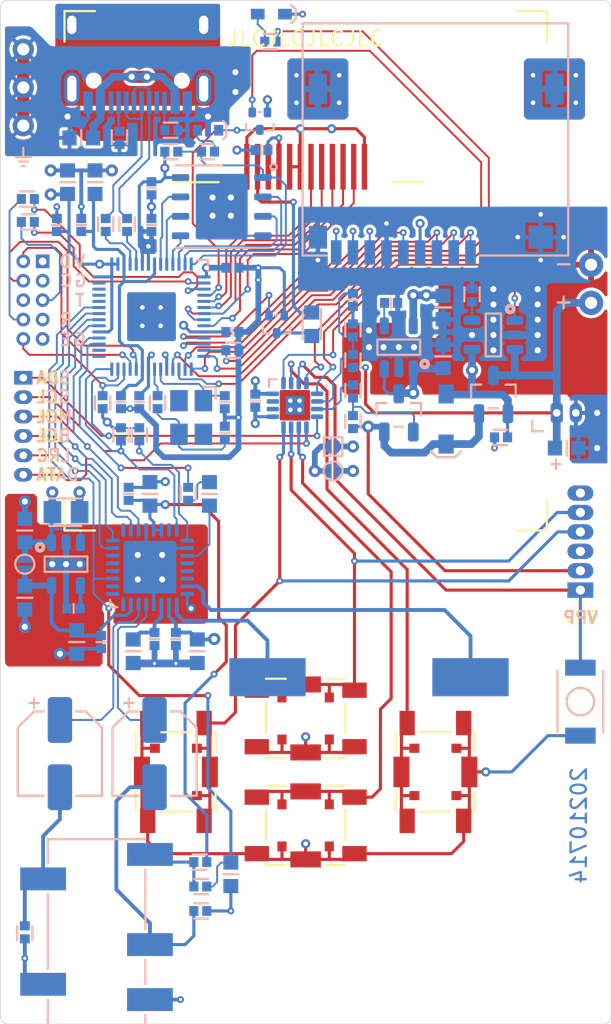
<source format=kicad_pcb>
(kicad_pcb (version 20171130) (host pcbnew "(5.1.6)-1")
  (layers (0 F.Cu signal) (1 In1.Cu power hide) (2 In2.Cu power hide) (31 B.Cu signal hide) (34 B.Paste user hide) (35 F.Paste user hide) (36 B.SilkS user hide) (37 F.SilkS user hide) (38 B.Mask user hide) (39 F.Mask user hide) (44 Edge.Cuts user))
  (net 0 "")
  (net 1 GND)
  (net 2 VUSB)
  (net 3 3V3)
  (net 4 /SD_CLK)
  (net 5 "Net-(P1-PadA7)")
  (net 6 "Net-(P1-PadA6)")
  (net 7 "Net-(P1-PadB5)")
  (net 8 "Net-(P1-PadA5)")
  (net 9 /SWDIO)
  (net 10 /SWCLK)
  (net 11 "Net-(R5-Pad1)")
  (net 12 "Net-(DISP1-Pad2)")
  (net 13 "Net-(R7-Pad1)")
  (net 14 "Net-(U1-Pad55)")
  (net 15 "Net-(U1-Pad54)")
  (net 16 "Net-(U1-Pad53)")
  (net 17 "Net-(U1-Pad52)")
  (net 18 "Net-(U1-Pad51)")
  (net 19 VIN)
  (net 20 /SD_DAT1)
  (net 21 /SD_DAT0)
  (net 22 /SD_CMD)
  (net 23 /SD_DAT3)
  (net 24 /SD_DAT2)
  (net 25 /I2S_LRC)
  (net 26 /I2S_BCLK)
  (net 27 /I2S_MCLK)
  (net 28 /SDA)
  (net 29 /SCL)
  (net 30 "Net-(C3-Pad1)")
  (net 31 "Net-(C4-Pad1)")
  (net 32 VDDA)
  (net 33 "Net-(C21-Pad1)")
  (net 34 "Net-(C24-Pad1)")
  (net 35 "Net-(C26-Pad1)")
  (net 36 "Net-(C28-Pad2)")
  (net 37 "Net-(C28-Pad1)")
  (net 38 "Net-(C29-Pad2)")
  (net 39 "Net-(C29-Pad1)")
  (net 40 /JACK_DET)
  (net 41 "Net-(C34-Pad1)")
  (net 42 /BOOT)
  (net 43 "Net-(D1-PadA)")
  (net 44 "Net-(J2-PadTNC)")
  (net 45 /ICSPCLK)
  (net 46 /ICSPDAT)
  (net 47 /VPP)
  (net 48 "Net-(Q2-Pad1)")
  (net 49 "Net-(Q3-Pad1)")
  (net 50 "Net-(R3-Pad1)")
  (net 51 "Net-(R4-Pad1)")
  (net 52 "Net-(SP1-Pad2)")
  (net 53 "Net-(SP1-Pad1)")
  (net 54 /I2S_DATA)
  (net 55 /1V1)
  (net 56 /RUN)
  (net 57 /LCD_RES)
  (net 58 /SCLK)
  (net 59 /MOSI)
  (net 60 /LCD_CS)
  (net 61 /LCD_DC)
  (net 62 /LCD_BL)
  (net 63 /SD_CD)
  (net 64 "Net-(C14-Pad2)")
  (net 65 /BEEP)
  (net 66 "Net-(R13-Pad2)")
  (net 67 "Net-(P1-PadS1)")
  (net 68 /RX)
  (net 69 /TX)
  (net 70 "Net-(S4-Pad2)")
  (net 71 "Net-(P2-Pad5)")
  (net 72 "Net-(P2-Pad8)")
  (net 73 /BATT)
  (net 74 "Net-(C36-Pad1)")
  (net 75 "Net-(Q4-Pad3)")
  (net 76 "Net-(R18-Pad1)")
  (net 77 "Net-(R21-Pad2)")
  (net 78 "Net-(R22-Pad1)")
  (net 79 VRAW)
  (net 80 "Net-(D3-PadA)")
  (net 81 "Net-(S2-Pad2)")
  (net 82 "Net-(U5-Pad1)")
  (net 83 "Net-(C33-Pad1)")
  (module BZ_Misc:Jumper-Solder (layer B.Cu) (at 151.8 106.2 180)
    (fp_text reference JP1 hide)
    (fp_text value Jumper-NC hide)
    (pad 2 smd custom (at 0.3 0 180) (size 0.3 0.4) (layers B.Cu B.Mask) (net 19 VIN) (options (clearance outline) (anchor rect)) (primitives (gr_poly (pts (xy -0.2 0.5) (xy -0.1 0.475) (xy 0 0.425) (xy 0.075 0.35) (xy 0.15 0.25) (xy 0.2 0.1) (xy 0.2 -0.1) (xy 0.15 -0.25) (xy 0.075 -0.35) (xy 0 -0.425) (xy -0.1 -0.475) (xy -0.2 -0.5)) (width 0.01))))
    (pad 1 smd custom (at -0.3 0 180) (size 0.3 0.4) (layers B.Cu B.Mask) (net 83 "Net-(C33-Pad1)") (options (clearance outline) (anchor rect)) (primitives (gr_poly (pts (xy 0.2 -0.5) (xy 0.1 -0.475) (xy 0 -0.425) (xy -0.075 -0.35) (xy -0.15 -0.25) (xy -0.2 -0.1) (xy -0.2 0.1) (xy -0.15 0.25) (xy -0.075 0.35) (xy 0 0.425) (xy 0.1 0.475) (xy 0.2 0.5)) (width 0.01))))
  )
  (module BZ_Misc:Jumper-Solder (layer B.Cu) (at 131.6 113.9 270)
    (fp_text reference JP3 hide)
    (fp_text value Jumper-NO hide)
    (pad 2 smd custom (at 0.3 0 270) (size 0.3 0.4) (layers B.Cu B.Mask) (net 32 VDDA) (options (clearance outline) (anchor rect)) (primitives (gr_poly (pts (xy -0.2 0.5) (xy -0.1 0.475) (xy 0 0.425) (xy 0.075 0.35) (xy 0.15 0.25) (xy 0.2 0.1) (xy 0.2 -0.1) (xy 0.15 -0.25) (xy 0.075 -0.35) (xy 0 -0.425) (xy -0.1 -0.475) (xy -0.2 -0.5)) (width 0.01))))
    (pad 1 smd custom (at -0.3 0 270) (size 0.3 0.4) (layers B.Cu B.Mask) (net 33 "Net-(C21-Pad1)") (options (clearance outline) (anchor rect)) (primitives (gr_poly (pts (xy 0.2 -0.5) (xy 0.1 -0.475) (xy 0 -0.425) (xy -0.075 -0.35) (xy -0.15 -0.25) (xy -0.2 -0.1) (xy -0.2 0.1) (xy -0.15 0.25) (xy -0.075 0.35) (xy 0 0.425) (xy 0.1 0.475) (xy 0.2 0.5)) (width 0.01))))
  )
  (module BZ_Misc:Jumper-Solder (layer B.Cu) (at 151.8 107.8 180)
    (fp_text reference JP2 hide)
    (fp_text value Jumper-NO hide)
    (pad 2 smd custom (at 0.3 0 180) (size 0.3 0.4) (layers B.Cu B.Mask) (net 19 VIN) (options (clearance outline) (anchor rect)) (primitives (gr_poly (pts (xy -0.2 0.5) (xy -0.1 0.475) (xy 0 0.425) (xy 0.075 0.35) (xy 0.15 0.25) (xy 0.2 0.1) (xy 0.2 -0.1) (xy 0.15 -0.25) (xy 0.075 -0.35) (xy 0 -0.425) (xy -0.1 -0.475) (xy -0.2 -0.5)) (width 0.01))))
    (pad 1 smd custom (at -0.3 0 180) (size 0.3 0.4) (layers B.Cu B.Mask) (net 3 3V3) (options (clearance outline) (anchor rect)) (primitives (gr_poly (pts (xy 0.2 -0.5) (xy 0.1 -0.475) (xy 0 -0.425) (xy -0.075 -0.35) (xy -0.15 -0.25) (xy -0.2 -0.1) (xy -0.2 0.1) (xy -0.15 0.25) (xy -0.075 0.35) (xy 0 0.425) (xy 0.1 0.475) (xy 0.2 0.5)) (width 0.01))))
  )
  (module VGMPlayer:MultiButton (layer F.Cu) (at 150 131 180)
    (fp_text reference S4 hide)
    (fp_text value D hide)
    (pad 1 smd rect (at -1.55 -1.375 180) (size 0.6 0.65) (layers F.Cu F.Paste F.Mask) (net 1 GND))
    (pad 2 smd rect (at -1.55 1.375 180) (size 0.6 0.65) (layers F.Cu F.Paste F.Mask) (net 70 "Net-(S4-Pad2)"))
    (pad 2 smd rect (at 1.55 1.375 180) (size 0.6 0.65) (layers F.Cu F.Paste F.Mask) (net 70 "Net-(S4-Pad2)"))
    (pad 1 smd rect (at 1.55 -1.375 180) (size 0.6 0.65) (layers F.Cu F.Paste F.Mask) (net 1 GND))
    (pad 1 smd rect (at 0 -2.225 90) (size 1.05 2) (layers F.Cu F.Paste F.Mask) (net 1 GND))
    (pad 2 smd rect (at 0 2.225 90) (size 1.05 2) (layers F.Cu F.Paste F.Mask) (net 70 "Net-(S4-Pad2)"))
    (pad 1 smd rect (at -3.2 -1.85 180) (size 1.6 1) (layers F.Cu F.Paste F.Mask) (net 1 GND))
    (pad 2 smd rect (at 3.2 1.85 180) (size 1.6 1) (layers F.Cu F.Paste F.Mask) (net 70 "Net-(S4-Pad2)"))
    (pad 2 smd rect (at -3.2 1.85 180) (size 1.6 1) (layers F.Cu F.Paste F.Mask) (net 70 "Net-(S4-Pad2)"))
    (pad 1 smd rect (at 3.2 -1.85 180) (size 1.6 1) (layers F.Cu F.Paste F.Mask) (net 1 GND))
  )
  (module VGMPlayer:MultiButton (layer F.Cu) (at 150 124 180)
    (fp_text reference S3 hide)
    (fp_text value U hide)
    (pad 1 smd rect (at -1.55 -1.375 180) (size 0.6 0.65) (layers F.Cu F.Paste F.Mask) (net 1 GND))
    (pad 2 smd rect (at -1.55 1.375 180) (size 0.6 0.65) (layers F.Cu F.Paste F.Mask) (net 45 /ICSPCLK))
    (pad 2 smd rect (at 1.55 1.375 180) (size 0.6 0.65) (layers F.Cu F.Paste F.Mask) (net 45 /ICSPCLK))
    (pad 1 smd rect (at 1.55 -1.375 180) (size 0.6 0.65) (layers F.Cu F.Paste F.Mask) (net 1 GND))
    (pad 1 smd rect (at 0 -2.225 90) (size 1.05 2) (layers F.Cu F.Paste F.Mask) (net 1 GND))
    (pad 2 smd rect (at 0 2.225 90) (size 1.05 2) (layers F.Cu F.Paste F.Mask) (net 45 /ICSPCLK))
    (pad 1 smd rect (at -3.2 -1.85 180) (size 1.6 1) (layers F.Cu F.Paste F.Mask) (net 1 GND))
    (pad 2 smd rect (at 3.2 1.85 180) (size 1.6 1) (layers F.Cu F.Paste F.Mask) (net 45 /ICSPCLK))
    (pad 2 smd rect (at -3.2 1.85 180) (size 1.6 1) (layers F.Cu F.Paste F.Mask) (net 45 /ICSPCLK))
    (pad 1 smd rect (at 3.2 -1.85 180) (size 1.6 1) (layers F.Cu F.Paste F.Mask) (net 1 GND))
  )
  (module VGMPlayer:MultiButton (layer F.Cu) (at 158.5 127.5 270)
    (fp_text reference S2 hide)
    (fp_text value R hide)
    (pad 1 smd rect (at -1.55 -1.375 270) (size 0.6 0.65) (layers F.Cu F.Paste F.Mask) (net 1 GND))
    (pad 2 smd rect (at -1.55 1.375 270) (size 0.6 0.65) (layers F.Cu F.Paste F.Mask) (net 81 "Net-(S2-Pad2)"))
    (pad 2 smd rect (at 1.55 1.375 270) (size 0.6 0.65) (layers F.Cu F.Paste F.Mask) (net 81 "Net-(S2-Pad2)"))
    (pad 1 smd rect (at 1.55 -1.375 270) (size 0.6 0.65) (layers F.Cu F.Paste F.Mask) (net 1 GND))
    (pad 1 smd rect (at 0 -2.225 180) (size 1.05 2) (layers F.Cu F.Paste F.Mask) (net 1 GND))
    (pad 2 smd rect (at 0 2.225 180) (size 1.05 2) (layers F.Cu F.Paste F.Mask) (net 81 "Net-(S2-Pad2)"))
    (pad 1 smd rect (at -3.2 -1.85 270) (size 1.6 1) (layers F.Cu F.Paste F.Mask) (net 1 GND))
    (pad 2 smd rect (at 3.2 1.85 270) (size 1.6 1) (layers F.Cu F.Paste F.Mask) (net 81 "Net-(S2-Pad2)"))
    (pad 2 smd rect (at -3.2 1.85 270) (size 1.6 1) (layers F.Cu F.Paste F.Mask) (net 81 "Net-(S2-Pad2)"))
    (pad 1 smd rect (at 3.2 -1.85 270) (size 1.6 1) (layers F.Cu F.Paste F.Mask) (net 1 GND))
  )
  (module VGMPlayer:MultiButton (layer F.Cu) (at 141.5 127.5 90)
    (fp_text reference S1 hide)
    (fp_text value L hide)
    (pad 1 smd rect (at -1.55 -1.375 90) (size 0.6 0.65) (layers F.Cu F.Paste F.Mask) (net 1 GND))
    (pad 2 smd rect (at -1.55 1.375 90) (size 0.6 0.65) (layers F.Cu F.Paste F.Mask) (net 46 /ICSPDAT))
    (pad 2 smd rect (at 1.55 1.375 90) (size 0.6 0.65) (layers F.Cu F.Paste F.Mask) (net 46 /ICSPDAT))
    (pad 1 smd rect (at 1.55 -1.375 90) (size 0.6 0.65) (layers F.Cu F.Paste F.Mask) (net 1 GND))
    (pad 1 smd rect (at 0 -2.225) (size 1.05 2) (layers F.Cu F.Paste F.Mask) (net 1 GND))
    (pad 2 smd rect (at 0 2.225) (size 1.05 2) (layers F.Cu F.Paste F.Mask) (net 46 /ICSPDAT))
    (pad 1 smd rect (at -3.2 -1.85 90) (size 1.6 1) (layers F.Cu F.Paste F.Mask) (net 1 GND))
    (pad 2 smd rect (at 3.2 1.85 90) (size 1.6 1) (layers F.Cu F.Paste F.Mask) (net 46 /ICSPDAT))
    (pad 2 smd rect (at -3.2 1.85 90) (size 1.6 1) (layers F.Cu F.Paste F.Mask) (net 46 /ICSPDAT))
    (pad 1 smd rect (at 3.2 -1.85 90) (size 1.6 1) (layers F.Cu F.Paste F.Mask) (net 1 GND))
  )
  (module BZ_Misc:TP_THT-Pad-0.8 (layer B.Cu) (at 131.5 82.7)
    (fp_text reference TP4 hide)
    (fp_text value TP hide)
    (pad 1 thru_hole circle (at 0 0) (size 1.4 1.4) (drill 0.8) (layers *.Cu *.Mask) (net 1 GND))
  )
  (module BZ_Misc:TP_THT-Pad-0.8 (layer B.Cu) (at 131.5 80.2 90)
    (fp_text reference TP3 hide)
    (fp_text value TP hide)
    (pad 1 thru_hole circle (at 0 0 90) (size 1.4 1.4) (drill 0.8) (layers *.Cu *.Mask) (net 1 GND))
  )
  (module BZ_Connector:PINHDR-THT-50mil-01x06 (layer B.Cu) (at 168 115.6 90)
    (fp_text reference P5 hide)
    (fp_text value ICSP hide)
    (pad 6 thru_hole oval (at 6.35 0 90) (size 1 1.7) (drill 0.6) (layers *.Cu *.Mask))
    (pad 5 thru_hole oval (at 5.08 0 90) (size 1 1.7) (drill 0.6) (layers *.Cu *.Mask) (net 45 /ICSPCLK))
    (pad 4 thru_hole oval (at 3.81 0 90) (size 1 1.7) (drill 0.6) (layers *.Cu *.Mask) (net 46 /ICSPDAT))
    (pad 3 thru_hole oval (at 2.54 0 90) (size 1 1.7) (drill 0.6) (layers *.Cu *.Mask) (net 1 GND))
    (pad 2 thru_hole oval (at 1.27 0 90) (size 1 1.7) (drill 0.6) (layers *.Cu *.Mask) (net 79 VRAW))
    (pad 1 thru_hole rect (at 0 0 90) (size 1 1.7) (drill 0.6) (layers *.Cu *.Mask) (net 47 /VPP))
  )
  (module BZ_Misc:TP_THT-Pad-0.8 (layer B.Cu) (at 168.7 94.3 270)
    (fp_text reference TP2 hide)
    (fp_text value TP hide)
    (pad 1 thru_hole circle (at 0 0 270) (size 1.6 1.6) (drill 0.8) (layers *.Cu *.Mask) (net 1 GND))
  )
  (module BZ_Switch:SW-PUSH_4x3x2H (layer B.Cu) (at 168 122.9 90)
    (fp_text reference S5 hide)
    (fp_text value RESET)
    (pad 2 smd rect (at 2.225 0 90) (size 1.05 2) (layers B.Cu B.Paste B.Mask) (net 47 /VPP))
    (pad 1 smd rect (at -2.225 0 90) (size 1.05 2) (layers B.Cu B.Paste B.Mask) (net 1 GND))
  )
  (module BZ_Diode:D_SOD-123 (layer B.Cu) (at 159.2 104.4 90)
    (fp_text reference D2 hide)
    (fp_text value 1N5819HW hide)
    (pad K smd rect (at -1.64 0 270) (size 1.25 1) (layers B.Cu B.Paste B.Mask) (net 79 VRAW))
    (pad A smd rect (at 1.64 0 270) (size 1.25 1) (layers B.Cu B.Paste B.Mask) (net 2 VUSB))
  )
  (module BZ_Connector:PINHDR-THT-50mil-02x05 (layer B.Cu) (at 132.77 94.08 270)
    (fp_text reference P2 hide)
    (fp_text value SWD hide)
    (pad 9 thru_hole circle (at 5.08 0 270) (size 0.9 0.9) (drill 0.5) (layers *.Cu *.Mask) (net 1 GND))
    (pad 10 thru_hole circle (at 5.08 1.27 270) (size 0.9 0.9) (drill 0.5) (layers *.Cu *.Mask) (net 56 /RUN))
    (pad 7 thru_hole circle (at 3.81 0 270) (size 0.9 0.9) (drill 0.5) (layers *.Cu *.Mask))
    (pad 8 thru_hole circle (at 3.81 1.27 270) (size 0.9 0.9) (drill 0.5) (layers *.Cu *.Mask) (net 72 "Net-(P2-Pad8)"))
    (pad 5 thru_hole circle (at 2.54 0 270) (size 0.9 0.9) (drill 0.5) (layers *.Cu *.Mask) (net 71 "Net-(P2-Pad5)"))
    (pad 6 thru_hole circle (at 2.54 1.27 270) (size 0.9 0.9) (drill 0.5) (layers *.Cu *.Mask))
    (pad 3 thru_hole circle (at 1.27 0 270) (size 0.9 0.9) (drill 0.5) (layers *.Cu *.Mask) (net 1 GND))
    (pad 4 thru_hole circle (at 1.27 1.27 270) (size 0.9 0.9) (drill 0.5) (layers *.Cu *.Mask) (net 10 /SWCLK))
    (pad 1 thru_hole rect (at 0 0 270) (size 0.9 0.9) (drill 0.5) (layers *.Cu *.Mask) (net 3 3V3))
    (pad 2 thru_hole circle (at 0 1.27 270) (size 0.9 0.9) (drill 0.5) (layers *.Cu *.Mask) (net 9 /SWDIO))
  )
  (module BZ_Standard_IC:SOT-523 (layer B.Cu) (at 148.1 98.2 270)
    (fp_text reference Q4 hide)
    (fp_text value 2N7002 hide)
    (pad 2 smd roundrect (at -0.57 -0.5 90) (size 0.66 0.5) (layers B.Cu B.Paste B.Mask) (net 1 GND))
    (pad 3 smd roundrect (at 0.57 0 90) (size 0.66 0.5) (layers B.Cu B.Paste B.Mask) (net 75 "Net-(Q4-Pad3)"))
    (pad 1 smd roundrect (at -0.57 0.5 90) (size 0.66 0.5) (layers B.Cu B.Paste B.Mask) (net 62 /LCD_BL))
  )
  (module BZ_Standard_IC:SOT-523 (layer B.Cu) (at 147 84.9 270)
    (fp_text reference Q3 hide)
    (fp_text value 2N7002 hide)
    (pad 2 smd roundrect (at -0.57 -0.5 90) (size 0.66 0.5) (layers B.Cu B.Paste B.Mask) (net 1 GND))
    (pad 3 smd roundrect (at 0.57 0 90) (size 0.66 0.5) (layers B.Cu B.Paste B.Mask) (net 42 /BOOT))
    (pad 1 smd roundrect (at -0.57 0.5 90) (size 0.66 0.5) (layers B.Cu B.Paste B.Mask) (net 49 "Net-(Q3-Pad1)"))
  )
  (module BZ_Standard_IC:SOT-23-5 (layer B.Cu) (at 162.3 98.9)
    (fp_text reference U5 hide)
    (fp_text value MCP73831-OT hide)
    (pad 5 smd roundrect (at -1.4 -0.95 90) (size 0.6 1.1) (layers B.Cu B.Paste B.Mask) (net 76 "Net-(R18-Pad1)"))
    (pad 4 smd roundrect (at -1.4 0.95 90) (size 0.6 1.1) (layers B.Cu B.Paste B.Mask) (net 2 VUSB))
    (pad 3 smd roundrect (at 1.4 0.95 90) (size 0.6 1.1) (layers B.Cu B.Paste B.Mask) (net 73 /BATT))
    (pad 2 smd roundrect (at 1.4 0 90) (size 0.6 1.1) (layers B.Cu B.Paste B.Mask) (net 1 GND))
    (pad 1 smd roundrect (at 1.4 -0.95 90) (size 0.6 1.1) (layers B.Cu B.Paste B.Mask) (net 82 "Net-(U5-Pad1)"))
  )
  (module BZ_Standard_IC:SOT-23-3 (layer B.Cu) (at 162.3 102.8 270)
    (fp_text reference Q1 hide)
    (fp_text value AO3401A hide)
    (pad 3 smd roundrect (at -1.25 0) (size 0.7 1.25) (layers B.Cu B.Paste B.Mask) (net 73 /BATT))
    (pad 2 smd roundrect (at 1.25 0.95) (size 0.7 1.25) (layers B.Cu B.Paste B.Mask) (net 79 VRAW))
    (pad 1 smd roundrect (at 1.25 -0.95) (size 0.7 1.25) (layers B.Cu B.Paste B.Mask) (net 2 VUSB))
  )
  (module BZ_Misc:iPhone8Speaker (layer B.Cu) (at 153.8 144 180)
    (fp_text reference SP1 hide)
    (fp_text value Speaker hide)
    (pad 2 smd rect (at -7 22.7 180) (size 5 2.5) (layers B.Cu B.Mask) (net 52 "Net-(SP1-Pad2)"))
    (pad 1 smd rect (at 6.3 22.7 180) (size 5 2.5) (layers B.Cu B.Mask) (net 53 "Net-(SP1-Pad1)"))
    (pad "" np_thru_hole circle (at -13.3 3.8 180) (size 1.8 1.8) (drill 1.8) (layers *.Cu *.Mask))
    (pad "" np_thru_hole circle (at 9.5 3.3 180) (size 1.8 1.8) (drill 1.8) (layers *.Cu *.Mask))
    (pad "" np_thru_hole circle (at 7.6 31.8 180) (size 1.8 1.8) (drill 1.8) (layers *.Cu *.Mask))
    (pad "" np_thru_hole circle (at -8 34.8 180) (size 1.8 1.8) (drill 1.8) (layers *.Cu *.Mask))
  )
  (module BZ_Diode:D_LED_0805_Edge_Lit (layer B.Cu) (at 147.75 77.9 180)
    (fp_text reference D3 hide)
    (fp_text value LED hide)
    (pad K smd rect (at -0.89 0) (size 0.9 0.7) (layers B.Cu B.Paste B.Mask) (net 1 GND))
    (pad A smd rect (at 0.89 0) (size 0.9 0.7) (layers B.Cu B.Paste B.Mask) (net 80 "Net-(D3-PadA)"))
  )
  (module BZ_Diode:D_SOD-523 (layer B.Cu) (at 143.6 85.5 180)
    (fp_text reference D1 hide)
    (fp_text value RB521S30T1G hide)
    (pad K smd rect (at -0.7 0) (size 0.6 0.7) (layers B.Cu B.Paste B.Mask) (net 42 /BOOT))
    (pad A smd rect (at 0.7 0) (size 0.6 0.7) (layers B.Cu B.Paste B.Mask) (net 43 "Net-(D1-PadA)"))
  )
  (module BZ_Resistor:R_0402 (layer B.Cu) (at 153.1 102.6 90)
    (fp_text reference R21 hide)
    (fp_text value 10K hide)
    (pad 2 smd rect (at 0.425 0 90) (size 0.6 0.65) (layers B.Cu B.Paste B.Mask) (net 77 "Net-(R21-Pad2)"))
    (pad 1 smd rect (at -0.425 0 90) (size 0.6 0.65) (layers B.Cu B.Paste B.Mask) (net 48 "Net-(Q2-Pad1)"))
  )
  (module BZ_Resistor:R_0402 (layer B.Cu) (at 153.1 98.6 90)
    (fp_text reference R24 hide)
    (fp_text value 1M5 hide)
    (pad 2 smd rect (at 0.425 0 90) (size 0.6 0.65) (layers B.Cu B.Paste B.Mask) (net 1 GND))
    (pad 1 smd rect (at -0.425 0 90) (size 0.6 0.65) (layers B.Cu B.Paste B.Mask) (net 74 "Net-(C36-Pad1)"))
  )
  (module BZ_Resistor:R_0402 (layer B.Cu) (at 153.1 100.6 90)
    (fp_text reference R23 hide)
    (fp_text value 100K hide)
    (pad 2 smd rect (at 0.425 0 90) (size 0.6 0.65) (layers B.Cu B.Paste B.Mask) (net 74 "Net-(C36-Pad1)"))
    (pad 1 smd rect (at -0.425 0 90) (size 0.6 0.65) (layers B.Cu B.Paste B.Mask) (net 73 /BATT))
  )
  (module BZ_Resistor:R_0402 (layer B.Cu) (at 162.8 105.6 180)
    (fp_text reference R19 hide)
    (fp_text value 100K hide)
    (pad 2 smd rect (at 0.425 0 180) (size 0.6 0.65) (layers B.Cu B.Paste B.Mask) (net 1 GND))
    (pad 1 smd rect (at -0.425 0 180) (size 0.6 0.65) (layers B.Cu B.Paste B.Mask) (net 2 VUSB))
  )
  (module BZ_Capacitor:C_0402 (layer B.Cu) (at 153.1 96.6 270)
    (fp_text reference C36 hide)
    (fp_text value 100n hide)
    (pad 2 smd rect (at 0.425 0 270) (size 0.6 0.65) (layers B.Cu B.Paste B.Mask) (net 1 GND))
    (pad 1 smd rect (at -0.425 0 270) (size 0.6 0.65) (layers B.Cu B.Paste B.Mask) (net 74 "Net-(C36-Pad1)"))
  )
  (module BZ_Connector:MLX_PicoBlade-Horz-01x02-1.25P (layer B.Cu) (at 166.45 104)
    (fp_text reference P3 hide)
    (fp_text value BATT hide)
    (pad 2 thru_hole oval (at 1.25 0) (size 0.8 1.3) (drill 0.5) (layers *.Cu *.Mask) (net 1 GND))
    (pad 1 thru_hole roundrect (at 0 0) (size 0.8 1.3) (drill 0.5) (layers *.Cu *.Mask) (net 73 /BATT))
  )
  (module BZ_Resistor:R_0402 (layer B.Cu) (at 131.8 90 180)
    (fp_text reference R26 hide)
    (fp_text value 1K hide)
    (pad 2 smd rect (at 0.425 0 180) (size 0.6 0.65) (layers B.Cu B.Paste B.Mask) (net 72 "Net-(P2-Pad8)"))
    (pad 1 smd rect (at -0.425 0 180) (size 0.6 0.65) (layers B.Cu B.Paste B.Mask) (net 68 /RX))
  )
  (module BZ_Resistor:R_0402 (layer B.Cu) (at 131.8 91.5)
    (fp_text reference R25 hide)
    (fp_text value 1K hide)
    (pad 2 smd rect (at 0.425 0) (size 0.6 0.65) (layers B.Cu B.Paste B.Mask) (net 69 /TX))
    (pad 1 smd rect (at -0.425 0) (size 0.6 0.65) (layers B.Cu B.Paste B.Mask) (net 71 "Net-(P2-Pad5)"))
  )
  (module BZ_Misc:TP_THT-Pad-0.8 (layer B.Cu) (at 168.7 96.8 270)
    (fp_text reference TP1 hide)
    (fp_text value TP hide)
    (pad 1 thru_hole circle (at 0 0 270) (size 1.6 1.6) (drill 0.8) (layers *.Cu *.Mask) (net 73 /BATT))
  )
  (module BZ_Misc:TP_THT-Pad-0.8 (layer B.Cu) (at 131.5 85.2 180)
    (fp_text reference TP5 hide)
    (fp_text value TP hide)
    (pad 1 thru_hole circle (at 0 0 180) (size 1.4 1.4) (drill 0.8) (layers *.Cu *.Mask) (net 1 GND))
  )
  (module BZ_Connector:HRO_TYPE-C-31-M-12 (layer B.Cu) (at 139 76)
    (fp_text reference P1 hide)
    (fp_text value USB_C_Receptacle_16P hide)
    (pad M thru_hole oval (at -2.89 6.25) (size 0.65 0.65) (drill 0.65) (layers *.Cu *.Mask))
    (pad M thru_hole oval (at 2.89 6.25) (size 0.65 0.65) (drill 0.65) (layers *.Cu *.Mask))
    (pad B12 smd rect (at -3.25 7.695) (size 0.6 1.45) (layers B.Cu B.Paste B.Mask) (net 1 GND))
    (pad B9 smd rect (at -2.45 7.695) (size 0.6 1.45) (layers B.Cu B.Paste B.Mask) (net 2 VUSB))
    (pad B8 smd rect (at -1.75 7.695) (size 0.3 1.45) (layers B.Cu B.Paste B.Mask))
    (pad B7 smd rect (at -0.75 7.695) (size 0.3 1.45) (layers B.Cu B.Paste B.Mask) (net 5 "Net-(P1-PadA7)"))
    (pad B6 smd rect (at 0.75 7.695) (size 0.3 1.45) (layers B.Cu B.Paste B.Mask) (net 6 "Net-(P1-PadA6)"))
    (pad B5 smd rect (at 1.75 7.7) (size 0.3 1.45) (layers B.Cu B.Paste B.Mask) (net 7 "Net-(P1-PadB5)"))
    (pad B4 smd rect (at 2.45 7.695) (size 0.6 1.45) (layers B.Cu B.Paste B.Mask) (net 2 VUSB))
    (pad B1 smd rect (at 3.25 7.695) (size 0.6 1.45) (layers B.Cu B.Paste B.Mask) (net 1 GND))
    (pad A12 smd rect (at 3.25 7.695) (size 0.6 1.45) (layers B.Cu B.Paste B.Mask) (net 1 GND))
    (pad A9 smd rect (at 2.45 7.695) (size 0.6 1.45) (layers B.Cu B.Paste B.Mask) (net 2 VUSB))
    (pad A8 smd rect (at 1.25 7.695) (size 0.3 1.45) (layers B.Cu B.Paste B.Mask))
    (pad A7 smd rect (at 0.25 7.695) (size 0.3 1.45) (layers B.Cu B.Paste B.Mask) (net 5 "Net-(P1-PadA7)"))
    (pad A6 smd rect (at -0.25 7.695) (size 0.3 1.45) (layers B.Cu B.Paste B.Mask) (net 6 "Net-(P1-PadA6)"))
    (pad A5 smd rect (at -1.25 7.695) (size 0.3 1.45) (layers B.Cu B.Paste B.Mask) (net 8 "Net-(P1-PadA5)"))
    (pad A4 smd rect (at -2.45 7.695) (size 0.6 1.45) (layers B.Cu B.Paste B.Mask) (net 2 VUSB))
    (pad A1 smd rect (at -3.25 7.695) (size 0.6 1.45) (layers B.Cu B.Paste B.Mask) (net 1 GND))
    (pad S2 thru_hole oval (at -4.32 6.78) (size 1 2.1) (drill oval 0.6 1.7) (layers *.Cu *.Mask) (net 67 "Net-(P1-PadS1)"))
    (pad S1 thru_hole oval (at 4.32 6.78) (size 1 2.1) (drill oval 0.6 1.7) (layers *.Cu *.Mask) (net 67 "Net-(P1-PadS1)"))
    (pad S3 thru_hole oval (at -4.32 2.6) (size 1 1.6) (drill oval 0.6 1.2) (layers *.Cu *.Mask) (net 67 "Net-(P1-PadS1)"))
    (pad S4 thru_hole oval (at 4.32 2.6) (size 1 1.6) (drill oval 0.6 1.2) (layers *.Cu *.Mask) (net 67 "Net-(P1-PadS1)"))
  )
  (module BZ_Standard_IC:QFN-32-1EP_5x5x0.5P_EP3.45 (layer B.Cu) (at 139.8 114.1 90)
    (fp_text reference U4 hide)
    (fp_text value WM8978 hide)
    (pad 33 smd roundrect (at 0 0) (size 3.45 3.45) (layers B.Cu B.Mask) (roundrect_rratio 0.045) (net 1 GND))
    (pad 32 smd roundrect (at -2.4375 -1.75) (size 0.25 0.875) (layers B.Cu B.Paste B.Mask))
    (pad 31 smd roundrect (at -2.4375 -1.25) (size 0.25 0.875) (layers B.Cu B.Paste B.Mask) (net 32 VDDA))
    (pad 30 smd roundrect (at -2.4375 -0.75) (size 0.25 0.875) (layers B.Cu B.Paste B.Mask) (net 39 "Net-(C29-Pad1)"))
    (pad 29 smd roundrect (at -2.4375 -0.25) (size 0.25 0.875) (layers B.Cu B.Paste B.Mask) (net 37 "Net-(C28-Pad1)"))
    (pad 28 smd roundrect (at -2.4375 0.25) (size 0.25 0.875) (layers B.Cu B.Paste B.Mask) (net 1 GND))
    (pad 27 smd roundrect (at -2.4375 0.75) (size 0.25 0.875) (layers B.Cu B.Paste B.Mask) (net 35 "Net-(C26-Pad1)"))
    (pad 26 smd roundrect (at -2.4375 1.25) (size 0.25 0.875) (layers B.Cu B.Paste B.Mask) (net 33 "Net-(C21-Pad1)"))
    (pad 25 smd roundrect (at -2.4375 1.75) (size 0.25 0.875) (layers B.Cu B.Paste B.Mask) (net 53 "Net-(SP1-Pad1)"))
    (pad 24 smd roundrect (at -1.75 2.4375) (size 0.875 0.25) (layers B.Cu B.Paste B.Mask) (net 1 GND))
    (pad 23 smd roundrect (at -1.25 2.4375) (size 0.875 0.25) (layers B.Cu B.Paste B.Mask) (net 52 "Net-(SP1-Pad2)"))
    (pad 22 smd roundrect (at -0.75 2.4375) (size 0.875 0.25) (layers B.Cu B.Paste B.Mask))
    (pad 21 smd roundrect (at -0.25 2.4375) (size 0.875 0.25) (layers B.Cu B.Paste B.Mask))
    (pad 20 smd roundrect (at 0.25 2.4375) (size 0.875 0.25) (layers B.Cu B.Paste B.Mask))
    (pad 19 smd roundrect (at 0.75 2.4375) (size 0.875 0.25) (layers B.Cu B.Paste B.Mask) (net 65 /BEEP))
    (pad 18 smd roundrect (at 1.25 2.4375) (size 0.875 0.25) (layers B.Cu B.Paste B.Mask) (net 1 GND))
    (pad 17 smd roundrect (at 1.75 2.4375) (size 0.875 0.25) (layers B.Cu B.Paste B.Mask) (net 28 /SDA))
    (pad 16 smd roundrect (at 2.4375 1.75) (size 0.25 0.875) (layers B.Cu B.Paste B.Mask) (net 29 /SCL))
    (pad 15 smd roundrect (at 2.4375 1.25) (size 0.25 0.875) (layers B.Cu B.Paste B.Mask))
    (pad 14 smd roundrect (at 2.4375 0.75) (size 0.25 0.875) (layers B.Cu B.Paste B.Mask) (net 3 3V3))
    (pad 13 smd roundrect (at 2.4375 0.25) (size 0.25 0.875) (layers B.Cu B.Paste B.Mask) (net 3 3V3))
    (pad 12 smd roundrect (at 2.4375 -0.25) (size 0.25 0.875) (layers B.Cu B.Paste B.Mask) (net 1 GND))
    (pad 11 smd roundrect (at 2.4375 -0.75) (size 0.25 0.875) (layers B.Cu B.Paste B.Mask) (net 27 /I2S_MCLK))
    (pad 10 smd roundrect (at 2.4375 -1.25) (size 0.25 0.875) (layers B.Cu B.Paste B.Mask) (net 54 /I2S_DATA))
    (pad 9 smd roundrect (at 2.4375 -1.75) (size 0.25 0.875) (layers B.Cu B.Paste B.Mask))
    (pad 8 smd roundrect (at 1.75 -2.4375) (size 0.875 0.25) (layers B.Cu B.Paste B.Mask) (net 26 /I2S_BCLK))
    (pad 7 smd roundrect (at 1.25 -2.4375) (size 0.875 0.25) (layers B.Cu B.Paste B.Mask) (net 25 /I2S_LRC))
    (pad 6 smd roundrect (at 0.75 -2.4375) (size 0.875 0.25) (layers B.Cu B.Paste B.Mask))
    (pad 5 smd roundrect (at 0.25 -2.4375) (size 0.875 0.25) (layers B.Cu B.Paste B.Mask))
    (pad 4 smd roundrect (at -0.25 -2.4375) (size 0.875 0.25) (layers B.Cu B.Paste B.Mask))
    (pad 3 smd roundrect (at -0.75 -2.4375) (size 0.875 0.25) (layers B.Cu B.Paste B.Mask) (net 40 /JACK_DET))
    (pad 2 smd roundrect (at -1.25 -2.4375) (size 0.875 0.25) (layers B.Cu B.Paste B.Mask))
    (pad 1 smd roundrect (at -1.75 -2.4375) (size 0.875 0.25) (layers B.Cu B.Paste B.Mask))
  )
  (module BZ_RPi:RP2040 (layer B.Cu) (at 139.9 97.7 270)
    (fp_text reference U1 hide)
    (fp_text value RP2040 hide)
    (pad 42 smd roundrect (at -2.6 3.4375 90) (size 0.2 0.875) (layers B.Cu B.Paste B.Mask) (net 3 3V3))
    (pad 41 smd roundrect (at -2.2 3.4375 90) (size 0.2 0.875) (layers B.Cu B.Paste B.Mask))
    (pad 40 smd roundrect (at -1.8 3.4375 90) (size 0.2 0.875) (layers B.Cu B.Paste B.Mask))
    (pad 39 smd roundrect (at -1.4 3.4375 90) (size 0.2 0.875) (layers B.Cu B.Paste B.Mask))
    (pad 38 smd roundrect (at -1 3.4375 90) (size 0.2 0.875) (layers B.Cu B.Paste B.Mask))
    (pad 37 smd roundrect (at -0.6 3.4375 90) (size 0.2 0.875) (layers B.Cu B.Paste B.Mask) (net 40 /JACK_DET))
    (pad 36 smd roundrect (at -0.2 3.4375 90) (size 0.2 0.875) (layers B.Cu B.Paste B.Mask) (net 25 /I2S_LRC))
    (pad 35 smd roundrect (at 0.2 3.4375 90) (size 0.2 0.875) (layers B.Cu B.Paste B.Mask) (net 26 /I2S_BCLK))
    (pad 34 smd roundrect (at 0.6 3.4375 90) (size 0.2 0.875) (layers B.Cu B.Paste B.Mask) (net 54 /I2S_DATA))
    (pad 33 smd roundrect (at 1 3.4375 90) (size 0.2 0.875) (layers B.Cu B.Paste B.Mask) (net 3 3V3))
    (pad 32 smd roundrect (at 1.4 3.4375 90) (size 0.2 0.875) (layers B.Cu B.Paste B.Mask) (net 27 /I2S_MCLK))
    (pad 31 smd roundrect (at 1.8 3.4375 90) (size 0.2 0.875) (layers B.Cu B.Paste B.Mask) (net 66 "Net-(R13-Pad2)"))
    (pad 30 smd roundrect (at 2.2 3.4375 90) (size 0.2 0.875) (layers B.Cu B.Paste B.Mask))
    (pad 56 smd roundrect (at -3.4375 -2.6 180) (size 0.2 0.875) (layers B.Cu B.Paste B.Mask) (net 50 "Net-(R3-Pad1)"))
    (pad 55 smd roundrect (at -3.4375 -2.2 180) (size 0.2 0.875) (layers B.Cu B.Paste B.Mask) (net 14 "Net-(U1-Pad55)"))
    (pad 54 smd roundrect (at -3.4375 -1.8 180) (size 0.2 0.875) (layers B.Cu B.Paste B.Mask) (net 15 "Net-(U1-Pad54)"))
    (pad 53 smd roundrect (at -3.4375 -1.4 180) (size 0.2 0.875) (layers B.Cu B.Paste B.Mask) (net 16 "Net-(U1-Pad53)"))
    (pad 52 smd roundrect (at -3.4375 -1 180) (size 0.2 0.875) (layers B.Cu B.Paste B.Mask) (net 17 "Net-(U1-Pad52)"))
    (pad 51 smd roundrect (at -3.4375 -0.6 180) (size 0.2 0.875) (layers B.Cu B.Paste B.Mask) (net 18 "Net-(U1-Pad51)"))
    (pad 50 smd roundrect (at -3.4375 -0.2 180) (size 0.2 0.875) (layers B.Cu B.Paste B.Mask) (net 55 /1V1))
    (pad 49 smd roundrect (at -3.4375 0.2 180) (size 0.2 0.875) (layers B.Cu B.Paste B.Mask) (net 3 3V3))
    (pad 48 smd roundrect (at -3.4375 0.6 180) (size 0.2 0.875) (layers B.Cu B.Paste B.Mask) (net 3 3V3))
    (pad 47 smd roundrect (at -3.4375 1 180) (size 0.2 0.875) (layers B.Cu B.Paste B.Mask) (net 11 "Net-(R5-Pad1)"))
    (pad 46 smd roundrect (at -3.4375 1.4 180) (size 0.2 0.875) (layers B.Cu B.Paste B.Mask) (net 51 "Net-(R4-Pad1)"))
    (pad 45 smd roundrect (at -3.4375 1.8 180) (size 0.2 0.875) (layers B.Cu B.Paste B.Mask) (net 55 /1V1))
    (pad 44 smd roundrect (at -3.4375 2.2 180) (size 0.2 0.875) (layers B.Cu B.Paste B.Mask) (net 3 3V3))
    (pad 28 smd roundrect (at 3.4375 2.6 180) (size 0.2 0.875) (layers B.Cu B.Paste B.Mask) (net 29 /SCL))
    (pad 27 smd roundrect (at 3.4375 2.2 180) (size 0.2 0.875) (layers B.Cu B.Paste B.Mask) (net 28 /SDA))
    (pad 26 smd roundrect (at 3.4375 1.8 180) (size 0.2 0.875) (layers B.Cu B.Paste B.Mask) (net 56 /RUN))
    (pad 25 smd roundrect (at 3.4375 1.4 180) (size 0.2 0.875) (layers B.Cu B.Paste B.Mask) (net 9 /SWDIO))
    (pad 24 smd roundrect (at 3.4375 1 180) (size 0.2 0.875) (layers B.Cu B.Paste B.Mask) (net 10 /SWCLK))
    (pad 23 smd roundrect (at 3.4375 0.6 180) (size 0.2 0.875) (layers B.Cu B.Paste B.Mask) (net 55 /1V1))
    (pad 22 smd roundrect (at 3.4375 0.2 180) (size 0.2 0.875) (layers B.Cu B.Paste B.Mask) (net 3 3V3))
    (pad 21 smd roundrect (at 3.4375 -0.2 180) (size 0.2 0.875) (layers B.Cu B.Paste B.Mask) (net 13 "Net-(R7-Pad1)"))
    (pad 20 smd roundrect (at 3.4375 -0.6 180) (size 0.2 0.875) (layers B.Cu B.Paste B.Mask) (net 30 "Net-(C3-Pad1)"))
    (pad 19 smd roundrect (at 3.4375 -1 180) (size 0.2 0.875) (layers B.Cu B.Paste B.Mask) (net 1 GND))
    (pad 18 smd roundrect (at 3.4375 -1.4 180) (size 0.2 0.875) (layers B.Cu B.Paste B.Mask) (net 23 /SD_DAT3))
    (pad 17 smd roundrect (at 3.4375 -1.8 180) (size 0.2 0.875) (layers B.Cu B.Paste B.Mask) (net 24 /SD_DAT2))
    (pad 16 smd roundrect (at 3.4375 -2.2 180) (size 0.2 0.875) (layers B.Cu B.Paste B.Mask) (net 20 /SD_DAT1))
    (pad 14 smd roundrect (at 2.6 -3.4375 90) (size 0.2 0.875) (layers B.Cu B.Paste B.Mask) (net 22 /SD_CMD))
    (pad 13 smd roundrect (at 2.2 -3.4375 90) (size 0.2 0.875) (layers B.Cu B.Paste B.Mask) (net 4 /SD_CLK))
    (pad 12 smd roundrect (at 1.8 -3.4375 90) (size 0.2 0.875) (layers B.Cu B.Paste B.Mask) (net 63 /SD_CD))
    (pad 11 smd roundrect (at 1.4 -3.4375 90) (size 0.2 0.875) (layers B.Cu B.Paste B.Mask) (net 62 /LCD_BL))
    (pad 10 smd roundrect (at 1 -3.4375 90) (size 0.2 0.875) (layers B.Cu B.Paste B.Mask) (net 3 3V3))
    (pad 9 smd roundrect (at 0.6 -3.4375 90) (size 0.2 0.875) (layers B.Cu B.Paste B.Mask) (net 59 /MOSI))
    (pad 8 smd roundrect (at 0.2 -3.4375 90) (size 0.2 0.875) (layers B.Cu B.Paste B.Mask) (net 58 /SCLK))
    (pad 7 smd roundrect (at -0.2 -3.4375 90) (size 0.2 0.875) (layers B.Cu B.Paste B.Mask) (net 57 /LCD_RES))
    (pad 6 smd roundrect (at -0.6 -3.4375 90) (size 0.2 0.875) (layers B.Cu B.Paste B.Mask) (net 60 /LCD_CS))
    (pad 5 smd roundrect (at -1 -3.4375 90) (size 0.2 0.875) (layers B.Cu B.Paste B.Mask) (net 61 /LCD_DC))
    (pad 4 smd roundrect (at -1.4 -3.4375 90) (size 0.2 0.875) (layers B.Cu B.Paste B.Mask) (net 42 /BOOT))
    (pad 3 smd roundrect (at -1.8 -3.4375 90) (size 0.2 0.875) (layers B.Cu B.Paste B.Mask) (net 68 /RX))
    (pad 2 smd roundrect (at -2.2 -3.4375 90) (size 0.2 0.875) (layers B.Cu B.Paste B.Mask) (net 69 /TX))
    (pad 43 smd roundrect (at -3.4375 2.6 180) (size 0.2 0.875) (layers B.Cu B.Paste B.Mask) (net 3 3V3))
    (pad 29 smd roundrect (at 2.6 3.4375 90) (size 0.2 0.875) (layers B.Cu B.Paste B.Mask))
    (pad 15 smd roundrect (at 3.4375 -2.6 180) (size 0.2 0.875) (layers B.Cu B.Paste B.Mask) (net 21 /SD_DAT0))
    (pad 1 smd roundrect (at -2.6 -3.4375 90) (size 0.2 0.875) (layers B.Cu B.Paste B.Mask) (net 3 3V3))
    (pad 57 smd roundrect (at 0 0 270) (size 3.2 3.2) (layers B.Cu B.Mask) (roundrect_rratio 0.045) (net 1 GND))
  )
  (module BZ_Crystal:XTAL_3225_4P (layer B.Cu) (at 142.5 104.3 270)
    (fp_text reference Y1 hide)
    (fp_text value 12MHz hide)
    (pad 4 smd rect (at -1.1 0.8 270) (size 1.4 1.15) (layers B.Cu B.Paste B.Mask))
    (pad 3 smd rect (at 1.1 0.8 270) (size 1.4 1.15) (layers B.Cu B.Paste B.Mask) (net 31 "Net-(C4-Pad1)"))
    (pad 2 smd rect (at 1.1 -0.8 270) (size 1.4 1.15) (layers B.Cu B.Paste B.Mask))
    (pad 1 smd rect (at -1.1 -0.8 270) (size 1.4 1.15) (layers B.Cu B.Paste B.Mask) (net 30 "Net-(C3-Pad1)"))
  )
  (module BZ_Capacitor:C_0603 (layer B.Cu) (at 143.7 109.3 90)
    (fp_text reference C14 hide)
    (fp_text value 1u hide)
    (pad 2 smd rect (at 0.77 0 90) (size 0.93 0.98) (layers B.Cu B.Paste B.Mask) (net 64 "Net-(C14-Pad2)"))
    (pad 1 smd rect (at -0.77 0 90) (size 0.93 0.98) (layers B.Cu B.Paste B.Mask) (net 65 /BEEP))
  )
  (module BZ_Capacitor:C_0603 (layer B.Cu) (at 135.3 86 180)
    (fp_text reference C2 hide)
    (fp_text value 10u hide)
    (pad 2 smd rect (at 0.77 0 180) (size 0.93 0.98) (layers B.Cu B.Paste B.Mask) (net 1 GND))
    (pad 1 smd rect (at -0.77 0 180) (size 0.93 0.98) (layers B.Cu B.Paste B.Mask) (net 2 VUSB))
  )
  (module BZ_Capacitor:C_0603 (layer B.Cu) (at 159 100.3 90)
    (fp_text reference C33 hide)
    (fp_text value 1u hide)
    (pad 2 smd rect (at 0.77 0 90) (size 0.93 0.98) (layers B.Cu B.Paste B.Mask) (net 1 GND))
    (pad 1 smd rect (at -0.77 0 90) (size 0.93 0.98) (layers B.Cu B.Paste B.Mask) (net 83 "Net-(C33-Pad1)"))
  )
  (module BZ_Capacitor:C_0603 (layer B.Cu) (at 145.1 134.2 270)
    (fp_text reference C30 hide)
    (fp_text value 1u hide)
    (pad 2 smd rect (at 0.77 0 270) (size 0.93 0.98) (layers B.Cu B.Paste B.Mask) (net 1 GND))
    (pad 1 smd rect (at -0.77 0 270) (size 0.93 0.98) (layers B.Cu B.Paste B.Mask) (net 40 /JACK_DET))
  )
  (module BZ_Capacitor:C_0603 (layer B.Cu) (at 131.6 111.7 90)
    (fp_text reference C23 hide)
    (fp_text value 1u hide)
    (pad 2 smd rect (at 0.77 0 90) (size 0.93 0.98) (layers B.Cu B.Paste B.Mask) (net 1 GND))
    (pad 1 smd rect (at -0.77 0 90) (size 0.93 0.98) (layers B.Cu B.Paste B.Mask) (net 33 "Net-(C21-Pad1)"))
  )
  (module BZ_Capacitor:C_0603 (layer B.Cu) (at 134.4 88.9 90)
    (fp_text reference C8 hide)
    (fp_text value 1u hide)
    (pad 2 smd rect (at 0.77 0 90) (size 0.93 0.98) (layers B.Cu B.Paste B.Mask) (net 1 GND))
    (pad 1 smd rect (at -0.77 0 90) (size 0.93 0.98) (layers B.Cu B.Paste B.Mask) (net 3 3V3))
  )
  (module BZ_Capacitor:C_0603 (layer B.Cu) (at 136.2 88.9 90)
    (fp_text reference C7 hide)
    (fp_text value 1u hide)
    (pad 2 smd rect (at 0.77 0 90) (size 0.93 0.98) (layers B.Cu B.Paste B.Mask) (net 1 GND))
    (pad 1 smd rect (at -0.77 0 90) (size 0.93 0.98) (layers B.Cu B.Paste B.Mask) (net 55 /1V1))
  )
  (module BZ_Capacitor:C_0603 (layer B.Cu) (at 159 97.1 270)
    (fp_text reference C35 hide)
    (fp_text value 10u hide)
    (pad 2 smd rect (at 0.77 0 270) (size 0.93 0.98) (layers B.Cu B.Paste B.Mask) (net 1 GND))
    (pad 1 smd rect (at -0.77 0 270) (size 0.93 0.98) (layers B.Cu B.Paste B.Mask) (net 3 3V3))
  )
  (module BZ_Capacitor:C_0603 (layer B.Cu) (at 167.1 106.3)
    (fp_text reference C31 hide)
    (fp_text value 10u hide)
    (pad 2 smd rect (at 0.77 0) (size 0.93 0.98) (layers B.Cu B.Paste B.Mask) (net 1 GND))
    (pad 1 smd rect (at -0.77 0) (size 0.93 0.98) (layers B.Cu B.Paste B.Mask) (net 73 /BATT))
  )
  (module BZ_Capacitor:C_0603 (layer B.Cu) (at 138.7 119.6 270)
    (fp_text reference C26 hide)
    (fp_text value 10u hide)
    (pad 2 smd rect (at 0.77 0 270) (size 0.93 0.98) (layers B.Cu B.Paste B.Mask) (net 1 GND))
    (pad 1 smd rect (at -0.77 0 270) (size 0.93 0.98) (layers B.Cu B.Paste B.Mask) (net 35 "Net-(C26-Pad1)"))
  )
  (module BZ_Capacitor:C_0603 (layer B.Cu) (at 131.6 116.1 270)
    (fp_text reference C25 hide)
    (fp_text value 10u hide)
    (pad 2 smd rect (at 0.77 0 270) (size 0.93 0.98) (layers B.Cu B.Paste B.Mask) (net 1 GND))
    (pad 1 smd rect (at -0.77 0 270) (size 0.93 0.98) (layers B.Cu B.Paste B.Mask) (net 32 VDDA))
  )
  (module BZ_Capacitor:C_0603 (layer B.Cu) (at 142.9 119.6 270)
    (fp_text reference C22 hide)
    (fp_text value 10u hide)
    (pad 2 smd rect (at 0.77 0 270) (size 0.93 0.98) (layers B.Cu B.Paste B.Mask) (net 1 GND))
    (pad 1 smd rect (at -0.77 0 270) (size 0.93 0.98) (layers B.Cu B.Paste B.Mask) (net 33 "Net-(C21-Pad1)"))
  )
  (module BZ_Capacitor:C_0603 (layer B.Cu) (at 135 119 270)
    (fp_text reference C20 hide)
    (fp_text value 10u hide)
    (pad 2 smd rect (at 0.77 0 270) (size 0.93 0.98) (layers B.Cu B.Paste B.Mask) (net 1 GND))
    (pad 1 smd rect (at -0.77 0 270) (size 0.93 0.98) (layers B.Cu B.Paste B.Mask) (net 32 VDDA))
  )
  (module BZ_Capacitor:C_0603 (layer B.Cu) (at 139.8 109.3 90)
    (fp_text reference C18 hide)
    (fp_text value 10u hide)
    (pad 2 smd rect (at 0.77 0 90) (size 0.93 0.98) (layers B.Cu B.Paste B.Mask) (net 1 GND))
    (pad 1 smd rect (at -0.77 0 90) (size 0.93 0.98) (layers B.Cu B.Paste B.Mask) (net 3 3V3))
  )
  (module BZ_Resistor:R_0603 (layer B.Cu) (at 150.4 98.2 270)
    (fp_text reference R12 hide)
    (fp_text value 10 hide)
    (pad 2 smd rect (at 0.77 0 270) (size 0.93 0.98) (layers B.Cu B.Paste B.Mask) (net 75 "Net-(Q4-Pad3)"))
    (pad 1 smd rect (at -0.77 0 270) (size 0.93 0.98) (layers B.Cu B.Paste B.Mask) (net 12 "Net-(DISP1-Pad2)"))
  )
  (module BZ_Capacitor:C_0402 (layer B.Cu) (at 155.6 96.8)
    (fp_text reference C34 hide)
    (fp_text value DNP hide)
    (pad 2 smd rect (at 0.425 0) (size 0.6 0.65) (layers B.Cu B.Paste B.Mask) (net 1 GND))
    (pad 1 smd rect (at -0.425 0) (size 0.6 0.65) (layers B.Cu B.Paste B.Mask) (net 41 "Net-(C34-Pad1)"))
  )
  (module BZ_Capacitor:C_0402 (layer B.Cu) (at 146.7 103.2 90)
    (fp_text reference C32 hide)
    (fp_text value 100n hide)
    (pad 2 smd rect (at 0.425 0 90) (size 0.6 0.65) (layers B.Cu B.Paste B.Mask) (net 79 VRAW))
    (pad 1 smd rect (at -0.425 0 90) (size 0.6 0.65) (layers B.Cu B.Paste B.Mask) (net 1 GND))
  )
  (module BZ_Capacitor:C_0402 (layer B.Cu) (at 140.1 118.8 270)
    (fp_text reference C27 hide)
    (fp_text value 100n hide)
    (pad 2 smd rect (at 0.425 0 270) (size 0.6 0.65) (layers B.Cu B.Paste B.Mask) (net 1 GND))
    (pad 1 smd rect (at -0.425 0 270) (size 0.6 0.65) (layers B.Cu B.Paste B.Mask) (net 35 "Net-(C26-Pad1)"))
  )
  (module BZ_Capacitor:C_0402 (layer B.Cu) (at 134.8 116.8 180)
    (fp_text reference C24 hide)
    (fp_text value DNP hide)
    (pad 2 smd rect (at 0.425 0 180) (size 0.6 0.65) (layers B.Cu B.Paste B.Mask) (net 1 GND))
    (pad 1 smd rect (at -0.425 0 180) (size 0.6 0.65) (layers B.Cu B.Paste B.Mask) (net 34 "Net-(C24-Pad1)"))
  )
  (module BZ_Capacitor:C_0402 (layer B.Cu) (at 141.5 118.8 270)
    (fp_text reference C21 hide)
    (fp_text value 100n hide)
    (pad 2 smd rect (at 0.425 0 270) (size 0.6 0.65) (layers B.Cu B.Paste B.Mask) (net 1 GND))
    (pad 1 smd rect (at -0.425 0 270) (size 0.6 0.65) (layers B.Cu B.Paste B.Mask) (net 33 "Net-(C21-Pad1)"))
  )
  (module BZ_Capacitor:C_0402 (layer B.Cu) (at 136.6 119 270)
    (fp_text reference C19 hide)
    (fp_text value 100n hide)
    (pad 2 smd rect (at 0.425 0 270) (size 0.6 0.65) (layers B.Cu B.Paste B.Mask) (net 1 GND))
    (pad 1 smd rect (at -0.425 0 270) (size 0.6 0.65) (layers B.Cu B.Paste B.Mask) (net 32 VDDA))
  )
  (module BZ_Capacitor:C_0402 (layer B.Cu) (at 138.4 109.3 90)
    (fp_text reference C17 hide)
    (fp_text value 100n hide)
    (pad 2 smd rect (at 0.425 0 90) (size 0.6 0.65) (layers B.Cu B.Paste B.Mask) (net 1 GND))
    (pad 1 smd rect (at -0.425 0 90) (size 0.6 0.65) (layers B.Cu B.Paste B.Mask) (net 3 3V3))
  )
  (module BZ_Capacitor:C_0402 (layer B.Cu) (at 147.1 86.8 180)
    (fp_text reference C16 hide)
    (fp_text value 100n hide)
    (pad 2 smd rect (at 0.425 0 180) (size 0.6 0.65) (layers B.Cu B.Paste B.Mask) (net 1 GND))
    (pad 1 smd rect (at -0.425 0 180) (size 0.6 0.65) (layers B.Cu B.Paste B.Mask) (net 3 3V3))
  )
  (module BZ_Capacitor:C_0402 (layer B.Cu) (at 145.2 94.5)
    (fp_text reference C13 hide)
    (fp_text value 100n hide)
    (pad 2 smd rect (at 0.425 0) (size 0.6 0.65) (layers B.Cu B.Paste B.Mask) (net 1 GND))
    (pad 1 smd rect (at -0.425 0) (size 0.6 0.65) (layers B.Cu B.Paste B.Mask) (net 3 3V3))
  )
  (module BZ_Capacitor:C_0402 (layer B.Cu) (at 145.2 98.7)
    (fp_text reference C12 hide)
    (fp_text value 100n hide)
    (pad 2 smd rect (at 0.425 0) (size 0.6 0.65) (layers B.Cu B.Paste B.Mask) (net 1 GND))
    (pad 1 smd rect (at -0.425 0) (size 0.6 0.65) (layers B.Cu B.Paste B.Mask) (net 3 3V3))
  )
  (module BZ_Capacitor:C_0402 (layer B.Cu) (at 139.1 103.3 270)
    (fp_text reference C11 hide)
    (fp_text value 100n hide)
    (pad 2 smd rect (at 0.425 0 270) (size 0.6 0.65) (layers B.Cu B.Paste B.Mask) (net 1 GND))
    (pad 1 smd rect (at -0.425 0 270) (size 0.6 0.65) (layers B.Cu B.Paste B.Mask) (net 3 3V3))
  )
  (module BZ_Capacitor:C_0402 (layer B.Cu) (at 133.7 91.7 90)
    (fp_text reference C10 hide)
    (fp_text value 100n hide)
    (pad 2 smd rect (at 0.425 0 90) (size 0.6 0.65) (layers B.Cu B.Paste B.Mask) (net 1 GND))
    (pad 1 smd rect (at -0.425 0 90) (size 0.6 0.65) (layers B.Cu B.Paste B.Mask) (net 3 3V3))
  )
  (module BZ_Capacitor:C_0402 (layer B.Cu) (at 139.9 91.7 90)
    (fp_text reference C9 hide)
    (fp_text value 100n hide)
    (pad 2 smd rect (at 0.425 0 90) (size 0.6 0.65) (layers B.Cu B.Paste B.Mask) (net 1 GND))
    (pad 1 smd rect (at -0.425 0 90) (size 0.6 0.65) (layers B.Cu B.Paste B.Mask) (net 3 3V3))
  )
  (module BZ_Capacitor:C_0402 (layer B.Cu) (at 137.9 103.3 270)
    (fp_text reference C6 hide)
    (fp_text value 100n hide)
    (pad 2 smd rect (at 0.425 0 270) (size 0.6 0.65) (layers B.Cu B.Paste B.Mask) (net 1 GND))
    (pad 1 smd rect (at -0.425 0 270) (size 0.6 0.65) (layers B.Cu B.Paste B.Mask) (net 55 /1V1))
  )
  (module BZ_Capacitor:C_0402 (layer B.Cu) (at 135.3 91.7 90)
    (fp_text reference C5 hide)
    (fp_text value 100n hide)
    (pad 2 smd rect (at 0.425 0 90) (size 0.6 0.65) (layers B.Cu B.Paste B.Mask) (net 1 GND))
    (pad 1 smd rect (at -0.425 0 90) (size 0.6 0.65) (layers B.Cu B.Paste B.Mask) (net 55 /1V1))
  )
  (module BZ_Capacitor:C_0402 (layer B.Cu) (at 139.9 89.3 270)
    (fp_text reference C1 hide)
    (fp_text value 100n hide)
    (pad 2 smd rect (at 0.425 0 270) (size 0.6 0.65) (layers B.Cu B.Paste B.Mask) (net 1 GND))
    (pad 1 smd rect (at -0.425 0 270) (size 0.6 0.65) (layers B.Cu B.Paste B.Mask) (net 3 3V3))
  )
  (module BZ_Capacitor:C_0402 (layer B.Cu) (at 144.7 105.3 90)
    (fp_text reference C4 hide)
    (fp_text value 22p hide)
    (pad 2 smd rect (at 0.425 0 90) (size 0.6 0.65) (layers B.Cu B.Paste B.Mask) (net 1 GND))
    (pad 1 smd rect (at -0.425 0 90) (size 0.6 0.65) (layers B.Cu B.Paste B.Mask) (net 31 "Net-(C4-Pad1)"))
  )
  (module BZ_Capacitor:C_0402 (layer B.Cu) (at 144.7 103.3 270)
    (fp_text reference C3 hide)
    (fp_text value 22p hide)
    (pad 2 smd rect (at 0.425 0 270) (size 0.6 0.65) (layers B.Cu B.Paste B.Mask) (net 1 GND))
    (pad 1 smd rect (at -0.425 0 270) (size 0.6 0.65) (layers B.Cu B.Paste B.Mask) (net 30 "Net-(C3-Pad1)"))
  )
  (module BZ_Standard_IC:SOT-23-5 (layer B.Cu) (at 156.1 99.7 270)
    (fp_text reference U7 hide)
    (fp_text value LP5907MFX-3.3 hide)
    (pad 5 smd roundrect (at -1.4 -0.95) (size 0.6 1.1) (layers B.Cu B.Paste B.Mask) (net 3 3V3))
    (pad 4 smd roundrect (at -1.4 0.95) (size 0.6 1.1) (layers B.Cu B.Paste B.Mask) (net 41 "Net-(C34-Pad1)"))
    (pad 3 smd roundrect (at 1.4 0.95) (size 0.6 1.1) (layers B.Cu B.Paste B.Mask) (net 83 "Net-(C33-Pad1)"))
    (pad 2 smd roundrect (at 1.4 0) (size 0.6 1.1) (layers B.Cu B.Paste B.Mask) (net 1 GND))
    (pad 1 smd roundrect (at 1.4 -0.95) (size 0.6 1.1) (layers B.Cu B.Paste B.Mask) (net 83 "Net-(C33-Pad1)"))
  )
  (module BZ_Standard_IC:SOT-23-5 (layer B.Cu) (at 134.3 113.9 90)
    (fp_text reference U3 hide)
    (fp_text value LP5907MFX-3.3 hide)
    (pad 5 smd roundrect (at -1.4 -0.95 180) (size 0.6 1.1) (layers B.Cu B.Paste B.Mask) (net 32 VDDA))
    (pad 4 smd roundrect (at -1.4 0.95 180) (size 0.6 1.1) (layers B.Cu B.Paste B.Mask) (net 34 "Net-(C24-Pad1)"))
    (pad 3 smd roundrect (at 1.4 0.95 180) (size 0.6 1.1) (layers B.Cu B.Paste B.Mask) (net 33 "Net-(C21-Pad1)"))
    (pad 2 smd roundrect (at 1.4 0 180) (size 0.6 1.1) (layers B.Cu B.Paste B.Mask) (net 1 GND))
    (pad 1 smd roundrect (at 1.4 -0.95 180) (size 0.6 1.1) (layers B.Cu B.Paste B.Mask) (net 33 "Net-(C21-Pad1)"))
  )
  (module BZ_Standard_IC:WSON-8-1EP_5x6x1.27P_EP4.3x3.4 (layer B.Cu) (at 144.5 90.5 270)
    (fp_text reference U2 hide)
    (fp_text value W25QxxJVZP hide)
    (pad 1 smd roundrect (at -1.905 -2.7 180) (size 1.15 0.45) (layers B.Cu B.Paste B.Mask) (net 50 "Net-(R3-Pad1)"))
    (pad 2 smd roundrect (at -0.635 -2.7 180) (size 1.15 0.45) (layers B.Cu B.Paste B.Mask) (net 14 "Net-(U1-Pad55)"))
    (pad 3 smd roundrect (at 0.635 -2.7 180) (size 1.15 0.45) (layers B.Cu B.Paste B.Mask) (net 15 "Net-(U1-Pad54)"))
    (pad 4 smd roundrect (at 1.905 -2.7 180) (size 1.15 0.45) (layers B.Cu B.Paste B.Mask) (net 1 GND))
    (pad 5 smd roundrect (at 1.905 2.7 180) (size 1.15 0.45) (layers B.Cu B.Paste B.Mask) (net 16 "Net-(U1-Pad53)"))
    (pad 6 smd roundrect (at 0.635 2.7 180) (size 1.15 0.45) (layers B.Cu B.Paste B.Mask) (net 17 "Net-(U1-Pad52)"))
    (pad 7 smd roundrect (at -0.635 2.7 180) (size 1.15 0.45) (layers B.Cu B.Paste B.Mask) (net 18 "Net-(U1-Pad51)"))
    (pad 8 smd roundrect (at -1.905 2.7 180) (size 1.15 0.45) (layers B.Cu B.Paste B.Mask) (net 3 3V3))
    (pad 9 smd roundrect (at 0 0 180) (size 3.4 4.3) (layers B.Cu B.Mask) (roundrect_rratio 0.05) (net 1 GND))
  )
  (module BZ_Inductor:L_0805 (layer B.Cu) (at 134.3 110.5)
    (fp_text reference FB1 hide)
    (fp_text value FB hide)
    (pad 2 smd rect (at 0.89 0) (size 1.16 1.47) (layers B.Cu B.Paste B.Mask) (net 19 VIN))
    (pad 1 smd rect (at -0.89 0) (size 1.16 1.47) (layers B.Cu B.Paste B.Mask) (net 33 "Net-(C21-Pad1)"))
  )
  (module BZ_Connector:PINHDR-THT-50mil-01x06 (layer B.Cu) (at 131.5 101.7 270)
    (fp_text reference P6 hide)
    (fp_text value CODEC hide)
    (pad 6 thru_hole oval (at 6.35 0 270) (size 0.9 1.2) (drill 0.5) (layers *.Cu *.Mask) (net 54 /I2S_DATA))
    (pad 5 thru_hole oval (at 5.08 0 270) (size 0.9 1.2) (drill 0.5) (layers *.Cu *.Mask) (net 25 /I2S_LRC))
    (pad 4 thru_hole oval (at 3.81 0 270) (size 0.9 1.2) (drill 0.5) (layers *.Cu *.Mask) (net 26 /I2S_BCLK))
    (pad 3 thru_hole oval (at 2.54 0 270) (size 0.9 1.2) (drill 0.5) (layers *.Cu *.Mask) (net 27 /I2S_MCLK))
    (pad 2 thru_hole oval (at 1.27 0 270) (size 0.9 1.2) (drill 0.5) (layers *.Cu *.Mask) (net 29 /SCL))
    (pad 1 thru_hole rect (at 0 0 270) (size 0.9 1.2) (drill 0.5) (layers *.Cu *.Mask) (net 28 /SDA))
  )
  (module BZ_Display:IPS_ZJY154T-PG04 (layer F.Cu) (at 150 96.3 90)
    (fp_text reference DISP1 hide)
    (fp_text value IPS_ZJY154T-PG04)
    (pad 12 smd rect (at 8.41 3.85 90) (size 3 0.35) (layers F.Cu F.Paste F.Mask) (net 1 GND))
    (pad 11 smd rect (at 8.41 3.15 90) (size 3 0.35) (layers F.Cu F.Paste F.Mask) (net 57 /LCD_RES))
    (pad 10 smd rect (at 8.41 2.45 90) (size 3 0.35) (layers F.Cu F.Paste F.Mask) (net 59 /MOSI))
    (pad 9 smd rect (at 8.41 1.75 90) (size 3 0.35) (layers F.Cu F.Paste F.Mask) (net 58 /SCLK))
    (pad 8 smd rect (at 8.41 1.05 90) (size 3 0.35) (layers F.Cu F.Paste F.Mask) (net 60 /LCD_CS))
    (pad 7 smd rect (at 8.41 0.35 90) (size 3 0.35) (layers F.Cu F.Paste F.Mask) (net 61 /LCD_DC))
    (pad 6 smd rect (at 8.41 -0.35 90) (size 3 0.35) (layers F.Cu F.Paste F.Mask) (net 1 GND))
    (pad 5 smd rect (at 8.41 -1.05 90) (size 3 0.35) (layers F.Cu F.Paste F.Mask) (net 1 GND))
    (pad 4 smd rect (at 8.41 -1.75 90) (size 3 0.35) (layers F.Cu F.Paste F.Mask) (net 3 3V3))
    (pad 3 smd rect (at 8.41 -2.45 90) (size 3 0.35) (layers F.Cu F.Paste F.Mask) (net 3 3V3))
    (pad 2 smd rect (at 8.41 -3.15 90) (size 3 0.35) (layers F.Cu F.Paste F.Mask) (net 12 "Net-(DISP1-Pad2)"))
    (pad 1 smd rect (at 8.41 -3.85 90) (size 3 0.35) (layers F.Cu F.Paste F.Mask) (net 1 GND))
  )
  (module BZ_Connector:XKB_XKTF-015-X (layer B.Cu) (at 153.6 82.5)
    (fp_text reference J1 hide)
    (fp_text value Micro_SD_Card)
    (pad 9 smd rect (at -1.6 11) (size 0.7 1.6) (layers B.Cu B.Paste B.Mask) (net 63 /SD_CD))
    (pad 8 smd rect (at -0.5 11) (size 0.7 1.6) (layers B.Cu B.Paste B.Mask) (net 20 /SD_DAT1))
    (pad 7 smd rect (at 0.6 11) (size 0.7 1.6) (layers B.Cu B.Paste B.Mask) (net 21 /SD_DAT0))
    (pad 6 smd rect (at 1.7 11) (size 0.7 1.6) (layers B.Cu B.Paste B.Mask) (net 1 GND))
    (pad 5 smd rect (at 2.8 11) (size 0.7 1.6) (layers B.Cu B.Paste B.Mask) (net 4 /SD_CLK))
    (pad 4 smd rect (at 3.9 11) (size 0.7 1.6) (layers B.Cu B.Paste B.Mask) (net 3 3V3))
    (pad 3 smd rect (at 5 11) (size 0.7 1.6) (layers B.Cu B.Paste B.Mask) (net 22 /SD_CMD))
    (pad 2 smd rect (at 6.1 11) (size 0.7 1.6) (layers B.Cu B.Paste B.Mask) (net 23 /SD_DAT3))
    (pad 1 smd rect (at 7.2 11) (size 0.7 1.6) (layers B.Cu B.Paste B.Mask) (net 24 /SD_DAT2))
    (pad S smd rect (at -2.8 10) (size 1.2 1.5) (layers B.Cu B.Paste B.Mask) (net 1 GND))
    (pad S smd rect (at 11.8 10) (size 1.6 1.5) (layers B.Cu B.Paste B.Mask) (net 1 GND))
    (pad S smd rect (at 12.7 0.3) (size 1.2 2) (layers B.Cu B.Paste B.Mask) (net 1 GND))
    (pad S smd rect (at -2.8 0.3) (size 1.2 2) (layers B.Cu B.Paste B.Mask) (net 1 GND))
    (pad "" np_thru_hole circle (at 8 0) (size 1 1) (drill 1) (layers *.Cu *.Mask))
    (pad "" np_thru_hole circle (at 0 0) (size 1 1) (drill 1) (layers *.Cu *.Mask))
  )
  (module BZ_Standard_IC:SOT-23-3 (layer B.Cu) (at 156.1 104 270)
    (fp_text reference Q2 hide)
    (fp_text value AO3401A hide)
    (pad 3 smd roundrect (at -1.25 0) (size 0.7 1.25) (layers B.Cu B.Paste B.Mask) (net 83 "Net-(C33-Pad1)"))
    (pad 2 smd roundrect (at 1.25 0.95) (size 0.7 1.25) (layers B.Cu B.Paste B.Mask) (net 79 VRAW))
    (pad 1 smd roundrect (at 1.25 -0.95) (size 0.7 1.25) (layers B.Cu B.Paste B.Mask) (net 48 "Net-(Q2-Pad1)"))
  )
  (module BZ_Resistor:R_0402 (layer B.Cu) (at 147.75 79.7 180)
    (fp_text reference R22 hide)
    (fp_text value 10K hide)
    (pad 2 smd rect (at 0.425 0 180) (size 0.6 0.65) (layers B.Cu B.Paste B.Mask) (net 80 "Net-(D3-PadA)"))
    (pad 1 smd rect (at -0.425 0 180) (size 0.6 0.65) (layers B.Cu B.Paste B.Mask) (net 78 "Net-(R22-Pad1)"))
  )
  (module BZ_Resistor:R_0402 (layer B.Cu) (at 160.9 96.3 90)
    (fp_text reference R18 hide)
    (fp_text value 5.1K hide)
    (pad 2 smd rect (at 0.425 0 90) (size 0.6 0.65) (layers B.Cu B.Paste B.Mask) (net 1 GND))
    (pad 1 smd rect (at -0.425 0 90) (size 0.6 0.65) (layers B.Cu B.Paste B.Mask) (net 76 "Net-(R18-Pad1)"))
  )
  (module BZ_Resistor:R_0402 (layer B.Cu) (at 143.1 133.4 180)
    (fp_text reference R17 hide)
    (fp_text value 100K hide)
    (pad 2 smd rect (at 0.425 0 180) (size 0.6 0.65) (layers B.Cu B.Paste B.Mask) (net 44 "Net-(J2-PadTNC)"))
    (pad 1 smd rect (at -0.425 0 180) (size 0.6 0.65) (layers B.Cu B.Paste B.Mask) (net 3 3V3))
  )
  (module BZ_Resistor:R_0402 (layer B.Cu) (at 143.1 136.6)
    (fp_text reference R16 hide)
    (fp_text value 10K hide)
    (pad 2 smd rect (at 0.425 0) (size 0.6 0.65) (layers B.Cu B.Paste B.Mask) (net 1 GND))
    (pad 1 smd rect (at -0.425 0) (size 0.6 0.65) (layers B.Cu B.Paste B.Mask) (net 36 "Net-(C28-Pad2)"))
  )
  (module BZ_Resistor:R_0402 (layer B.Cu) (at 143.1 135)
    (fp_text reference R15 hide)
    (fp_text value 10K hide)
    (pad 2 smd rect (at 0.425 0) (size 0.6 0.65) (layers B.Cu B.Paste B.Mask) (net 40 /JACK_DET))
    (pad 1 smd rect (at -0.425 0) (size 0.6 0.65) (layers B.Cu B.Paste B.Mask) (net 44 "Net-(J2-PadTNC)"))
  )
  (module BZ_Resistor:R_0402 (layer B.Cu) (at 131.6 138 270)
    (fp_text reference R14 hide)
    (fp_text value 10K hide)
    (pad 2 smd rect (at 0.425 0 270) (size 0.6 0.65) (layers B.Cu B.Paste B.Mask) (net 1 GND))
    (pad 1 smd rect (at -0.425 0 270) (size 0.6 0.65) (layers B.Cu B.Paste B.Mask) (net 38 "Net-(C29-Pad2)"))
  )
  (module BZ_Resistor:R_0402 (layer B.Cu) (at 142.3 109.3 90)
    (fp_text reference R13 hide)
    (fp_text value 1K hide)
    (pad 2 smd rect (at 0.425 0 90) (size 0.6 0.65) (layers B.Cu B.Paste B.Mask) (net 66 "Net-(R13-Pad2)"))
    (pad 1 smd rect (at -0.425 0 90) (size 0.6 0.65) (layers B.Cu B.Paste B.Mask) (net 64 "Net-(C14-Pad2)"))
  )
  (module BZ_Resistor:R_0402 (layer B.Cu) (at 137.9 105.4 270)
    (fp_text reference R10 hide)
    (fp_text value 2.2K hide)
    (pad 2 smd rect (at 0.425 0 270) (size 0.6 0.65) (layers B.Cu B.Paste B.Mask) (net 29 /SCL))
    (pad 1 smd rect (at -0.425 0 270) (size 0.6 0.65) (layers B.Cu B.Paste B.Mask) (net 3 3V3))
  )
  (module BZ_Resistor:R_0402 (layer B.Cu) (at 139.1 105.4 270)
    (fp_text reference R9 hide)
    (fp_text value 2.2K hide)
    (pad 2 smd rect (at 0.425 0 270) (size 0.6 0.65) (layers B.Cu B.Paste B.Mask) (net 28 /SDA))
    (pad 1 smd rect (at -0.425 0 270) (size 0.6 0.65) (layers B.Cu B.Paste B.Mask) (net 3 3V3))
  )
  (module BZ_Resistor:R_0402 (layer B.Cu) (at 136.7 103.3 270)
    (fp_text reference R6 hide)
    (fp_text value 10K hide)
    (pad 2 smd rect (at 0.425 0 270) (size 0.6 0.65) (layers B.Cu B.Paste B.Mask) (net 3 3V3))
    (pad 1 smd rect (at -0.425 0 270) (size 0.6 0.65) (layers B.Cu B.Paste B.Mask) (net 56 /RUN))
  )
  (module BZ_Resistor:R_0402 (layer B.Cu) (at 140.3 103.3 270)
    (fp_text reference R7 hide)
    (fp_text value 1K hide)
    (pad 2 smd rect (at 0.425 0 270) (size 0.6 0.65) (layers B.Cu B.Paste B.Mask) (net 31 "Net-(C4-Pad1)"))
    (pad 1 smd rect (at -0.425 0 270) (size 0.6 0.65) (layers B.Cu B.Paste B.Mask) (net 13 "Net-(R7-Pad1)"))
  )
  (module BZ_Resistor:R_0402 (layer B.Cu) (at 145.2 99.9)
    (fp_text reference R11 hide)
    (fp_text value 10K hide)
    (pad 2 smd rect (at 0.425 0) (size 0.6 0.65) (layers B.Cu B.Paste B.Mask) (net 1 GND))
    (pad 1 smd rect (at -0.425 0) (size 0.6 0.65) (layers B.Cu B.Paste B.Mask) (net 4 /SD_CLK))
  )
  (module BZ_Resistor:R_0402 (layer B.Cu) (at 153.1 104.6 90)
    (fp_text reference R20 hide)
    (fp_text value 100K hide)
    (pad 2 smd rect (at 0.425 0 90) (size 0.6 0.65) (layers B.Cu B.Paste B.Mask) (net 48 "Net-(Q2-Pad1)"))
    (pad 1 smd rect (at -0.425 0 90) (size 0.6 0.65) (layers B.Cu B.Paste B.Mask) (net 79 VRAW))
  )
  (module BZ_Resistor:R_0402 (layer B.Cu) (at 141.2 86.9 180)
    (fp_text reference R3 hide)
    (fp_text value 10K hide)
    (pad 2 smd rect (at 0.425 0 180) (size 0.6 0.65) (layers B.Cu B.Paste B.Mask) (net 3 3V3))
    (pad 1 smd rect (at -0.425 0 180) (size 0.6 0.65) (layers B.Cu B.Paste B.Mask) (net 50 "Net-(R3-Pad1)"))
  )
  (module BZ_Resistor:R_0402 (layer B.Cu) (at 143.6 86.9 180)
    (fp_text reference R8 hide)
    (fp_text value 1K hide)
    (pad 2 smd rect (at 0.425 0 180) (size 0.6 0.65) (layers B.Cu B.Paste B.Mask) (net 50 "Net-(R3-Pad1)"))
    (pad 1 smd rect (at -0.425 0 180) (size 0.6 0.65) (layers B.Cu B.Paste B.Mask) (net 43 "Net-(D1-PadA)"))
  )
  (module BZ_Resistor:R_0402 (layer B.Cu) (at 138.3 91.7 90)
    (fp_text reference R5 hide)
    (fp_text value 27 hide)
    (pad 2 smd rect (at 0.425 0 90) (size 0.6 0.65) (layers B.Cu B.Paste B.Mask) (net 6 "Net-(P1-PadA6)"))
    (pad 1 smd rect (at -0.425 0 90) (size 0.6 0.65) (layers B.Cu B.Paste B.Mask) (net 11 "Net-(R5-Pad1)"))
  )
  (module BZ_Resistor:R_0402 (layer B.Cu) (at 136.9 91.7 90)
    (fp_text reference R4 hide)
    (fp_text value 27 hide)
    (pad 2 smd rect (at 0.425 0 90) (size 0.6 0.65) (layers B.Cu B.Paste B.Mask) (net 5 "Net-(P1-PadA7)"))
    (pad 1 smd rect (at -0.425 0 90) (size 0.6 0.65) (layers B.Cu B.Paste B.Mask) (net 51 "Net-(R4-Pad1)"))
  )
  (module BZ_Resistor:R_0402 (layer B.Cu) (at 141.2 85.5 180)
    (fp_text reference R2 hide)
    (fp_text value 5.1K hide)
    (pad 2 smd rect (at 0.425 0 180) (size 0.6 0.65) (layers B.Cu B.Paste B.Mask) (net 7 "Net-(P1-PadB5)"))
    (pad 1 smd rect (at -0.425 0 180) (size 0.6 0.65) (layers B.Cu B.Paste B.Mask) (net 1 GND))
  )
  (module BZ_Resistor:R_0402 (layer B.Cu) (at 137.8 86 90)
    (fp_text reference R1 hide)
    (fp_text value 5.1K hide)
    (pad 2 smd rect (at 0.425 0 90) (size 0.6 0.65) (layers B.Cu B.Paste B.Mask) (net 8 "Net-(P1-PadA5)"))
    (pad 1 smd rect (at -0.425 0 90) (size 0.6 0.65) (layers B.Cu B.Paste B.Mask) (net 1 GND))
  )
  (module BZ_Standard_IC:QFN-16-1EP_3x3x0.5P_EP1.1 (layer B.Cu) (at 149.3 103.5)
    (fp_text reference U6 hide)
    (fp_text value PIC16F1503-IMG hide)
    (pad 16 smd roundrect (at -1.45 -0.75 270) (size 0.3 0.8) (layers B.Cu B.Paste B.Mask) (net 79 VRAW))
    (pad 15 smd roundrect (at -1.45 -0.25 270) (size 0.3 0.8) (layers B.Cu B.Paste B.Mask))
    (pad 14 smd roundrect (at -1.45 0.25 270) (size 0.3 0.8) (layers B.Cu B.Paste B.Mask))
    (pad 12 smd roundrect (at -0.75 1.45 180) (size 0.3 0.8) (layers B.Cu B.Paste B.Mask) (net 46 /ICSPDAT))
    (pad 11 smd roundrect (at -0.25 1.45 180) (size 0.3 0.8) (layers B.Cu B.Paste B.Mask) (net 45 /ICSPCLK))
    (pad 10 smd roundrect (at 0.25 1.45 180) (size 0.3 0.8) (layers B.Cu B.Paste B.Mask) (net 70 "Net-(S4-Pad2)"))
    (pad 8 smd roundrect (at 1.45 0.75 270) (size 0.3 0.8) (layers B.Cu B.Paste B.Mask) (net 28 /SDA))
    (pad 7 smd roundrect (at 1.45 0.25 270) (size 0.3 0.8) (layers B.Cu B.Paste B.Mask) (net 77 "Net-(R21-Pad2)"))
    (pad 6 smd roundrect (at 1.45 -0.25 270) (size 0.3 0.8) (layers B.Cu B.Paste B.Mask) (net 74 "Net-(C36-Pad1)"))
    (pad 4 smd roundrect (at 0.75 -1.45 180) (size 0.3 0.8) (layers B.Cu B.Paste B.Mask) (net 49 "Net-(Q3-Pad1)"))
    (pad 3 smd roundrect (at 0.25 -1.45 180) (size 0.3 0.8) (layers B.Cu B.Paste B.Mask) (net 47 /VPP))
    (pad 2 smd roundrect (at -0.25 -1.45 180) (size 0.3 0.8) (layers B.Cu B.Paste B.Mask) (net 81 "Net-(S2-Pad2)"))
    (pad 13 smd roundrect (at -1.45 0.75 270) (size 0.3 0.8) (layers B.Cu B.Paste B.Mask) (net 1 GND))
    (pad 9 smd roundrect (at 0.75 1.45 180) (size 0.3 0.8) (layers B.Cu B.Paste B.Mask) (net 29 /SCL))
    (pad 5 smd roundrect (at 1.45 -0.75 270) (size 0.3 0.8) (layers B.Cu B.Paste B.Mask) (net 78 "Net-(R22-Pad1)"))
    (pad 1 smd roundrect (at -0.75 -1.45 180) (size 0.3 0.8) (layers B.Cu B.Paste B.Mask) (net 82 "Net-(U5-Pad1)"))
    (pad 17 smd rect (at 0 0 270) (size 1.2 1.2) (layers B.Cu B.Paste B.Mask) (net 1 GND))
  )
  (module BZ_Connector:XKB_PJ-327A0-SMT (layer B.Cu) (at 136.3 138 90)
    (fp_text reference J2 hide)
    (fp_text value EarPiece hide)
    (pad TNC smd rect (at 5.1 3.5 90) (size 1.5 3) (layers B.Cu B.Paste B.Mask) (net 44 "Net-(J2-PadTNC)"))
    (pad T smd rect (at 3.5 -3.5 90) (size 1.5 3) (layers B.Cu B.Paste B.Mask) (net 38 "Net-(C29-Pad2)"))
    (pad R smd rect (at -0.8 3.5 90) (size 1.5 3) (layers B.Cu B.Paste B.Mask) (net 36 "Net-(C28-Pad2)"))
    (pad S smd rect (at -3.4 -3.5 90) (size 1.5 3) (layers B.Cu B.Paste B.Mask) (net 1 GND))
    (pad SNO smd rect (at -4.4 3.5 90) (size 1.5 3) (layers B.Cu B.Paste B.Mask) (net 1 GND))
    (pad "" np_thru_hole circle (at 3 0 90) (size 1.1 1.1) (drill 1.1) (layers *.Cu *.Mask))
    (pad "" np_thru_hole circle (at -3 0 90) (size 1.1 1.1) (drill 1.1) (layers *.Cu *.Mask))
  )
  (module BZ_Capacitor:CP_5x5.3 (layer B.Cu) (at 133.9 126.3 270)
    (fp_text reference C29 hide)
    (fp_text value 100u hide)
    (pad 2 smd roundrect (at 2.2 0 270) (size 3 1.6) (layers B.Cu B.Paste B.Mask) (roundrect_rratio 0.15625) (net 38 "Net-(C29-Pad2)"))
    (pad 1 smd roundrect (at -2.2 0 270) (size 3 1.6) (layers B.Cu B.Paste B.Mask) (roundrect_rratio 0.15625) (net 39 "Net-(C29-Pad1)"))
  )
  (module BZ_Capacitor:CP_5x5.3 (layer B.Cu) (at 140.1 126.3 270)
    (fp_text reference C28 hide)
    (fp_text value 100u hide)
    (pad 2 smd roundrect (at 2.2 0 270) (size 3 1.6) (layers B.Cu B.Paste B.Mask) (roundrect_rratio 0.15625) (net 36 "Net-(C28-Pad2)"))
    (pad 1 smd roundrect (at -2.2 0 270) (size 3 1.6) (layers B.Cu B.Paste B.Mask) (roundrect_rratio 0.15625) (net 37 "Net-(C28-Pad1)"))
  )
  (gr_text VPP (at 168 117.4) (layer B.SilkS) (effects (font (size 0.8 0.8)) (justify mirror)))
  (gr_text R (at 134.3 97.9) (layer B.SilkS) (effects (font (size 0.8 0.8)) (justify mirror)))
  (gr_text - (at 166.9 94.2) (layer F.SilkS) (effects (font (size 1 1))))
  (gr_text + (at 166.9 96.7) (layer F.SilkS) (effects (font (size 1 1))))
  (gr_text - (at 166.9 94.2) (layer B.SilkS) (effects (font (size 1 1)) (justify mirror)))
  (gr_text + (at 166.9 96.7) (layer B.SilkS) (effects (font (size 1 1)) (justify mirror)))
  (gr_text G (at 135.2 99.2) (layer B.SilkS) (effects (font (size 0.8 0.8)) (justify mirror)))
  (gr_text G (at 135.25 95.35) (layer B.SilkS) (effects (font (size 0.8 0.8)) (justify mirror)))
  (gr_text V (at 135.2 94.1) (layer B.SilkS) (effects (font (size 0.8 0.8)) (justify mirror)))
  (gr_text E (at 134.25 99.2) (layer B.SilkS) (effects (font (size 0.8 0.8)) (justify mirror)))
  (gr_text T (at 135.2 96.65) (layer B.SilkS) (effects (font (size 0.8 0.8)) (justify mirror)))
  (gr_text C (at 134.3 95.35) (layer B.SilkS) (effects (font (size 0.8 0.8)) (justify mirror)))
  (gr_text D (at 134.25 94.1) (layer B.SilkS) (effects (font (size 0.8 0.8)) (justify mirror)))
  (gr_line (start 131.6 87.85) (end 131.4 87.85) (layer B.SilkS) (width 0.15))
  (gr_line (start 131.8 87.55) (end 131.2 87.55) (layer B.SilkS) (width 0.15))
  (gr_line (start 132 87.25) (end 131 87.25) (layer B.SilkS) (width 0.15))
  (gr_line (start 131.5 86.65) (end 131.5 87.25) (layer B.SilkS) (width 0.15))
  (gr_text JLCJLCJLCJLC (at 150 79.5) (layer F.SilkS) (effects (font (size 1 1))))
  (gr_text 20210714 (at 167.9 131 90) (layer B.Cu) (effects (font (size 1 1)) (justify mirror)))
  (gr_text VPP (at 168.1 117.4) (layer F.SilkS) (effects (font (size 0.8 0.8))))
  (gr_text DT (at 132.3 108.05) (layer F.SilkS) (effects (font (size 0.8 0.8)) (justify left)))
  (gr_text LR (at 132.3 106.8) (layer F.SilkS) (effects (font (size 0.8 0.8)) (justify left)))
  (gr_text BC (at 132.3 105.5) (layer F.SilkS) (effects (font (size 0.8 0.8)) (justify left)))
  (gr_text MC (at 132.3 104.25) (layer F.SilkS) (effects (font (size 0.8 0.8)) (justify left)))
  (gr_text CL (at 132.3 102.95) (layer F.SilkS) (effects (font (size 0.8 0.8)) (justify left)))
  (gr_text DA (at 132.3 101.7) (layer F.SilkS) (effects (font (size 0.8 0.8)) (justify left)))
  (gr_arc (start 169.5 143.5) (end 169.5 144) (angle -90) (layer Edge.Cuts) (width 0.05))
  (gr_arc (start 130.5 143.5) (end 130 143.5) (angle -90) (layer Edge.Cuts) (width 0.05))
  (gr_arc (start 130.5 77.5) (end 130.5 77) (angle -90) (layer Edge.Cuts) (width 0.05))
  (gr_arc (start 169.5 77.5) (end 170 77.5) (angle -90) (layer Edge.Cuts) (width 0.05))
  (gr_text DATA (at 132.25 108.05) (layer B.SilkS) (effects (font (size 0.8 0.8)) (justify right mirror)))
  (gr_text LRC (at 132.25 106.8) (layer B.SilkS) (effects (font (size 0.8 0.8)) (justify right mirror)))
  (gr_text BCL (at 132.25 105.5) (layer B.SilkS) (effects (font (size 0.8 0.8)) (justify right mirror)))
  (gr_text MCL (at 132.25 104.25) (layer B.SilkS) (effects (font (size 0.8 0.8)) (justify right mirror)))
  (gr_text SCL (at 132.25 102.95) (layer B.SilkS) (effects (font (size 0.8 0.8)) (justify right mirror)))
  (gr_text SDA (at 132.25 101.7) (layer B.SilkS) (effects (font (size 0.8 0.8)) (justify right mirror)))
  (gr_text + (at 166.4 107.3) (layer B.SilkS) (effects (font (size 0.8 0.8)) (justify mirror)))
  (gr_line (start 130 143.5) (end 130 77.5) (layer Edge.Cuts) (width 0.05))
  (gr_line (start 169.5 144) (end 130.5 144) (layer Edge.Cuts) (width 0.05))
  (gr_line (start 170 77.5) (end 170 143.5) (layer Edge.Cuts) (width 0.05))
  (gr_line (start 130.5 77) (end 169.5 77) (layer Edge.Cuts) (width 0.05))
  (via (at 139 113.3) (size 0.8) (drill 0.4) (layers F.Cu B.Cu) (net 1))
  (via (at 139 114.9) (size 0.8) (drill 0.4) (layers F.Cu B.Cu) (net 1))
  (via (at 140.6 113.3) (size 0.8) (drill 0.4) (layers F.Cu B.Cu) (net 1))
  (via (at 140.6 114.9) (size 0.8) (drill 0.4) (layers F.Cu B.Cu) (net 1))
  (via (at 149.6 103.8) (size 0.6) (drill 0.3) (layers F.Cu B.Cu) (net 1))
  (via (at 149 103.8) (size 0.6) (drill 0.3) (layers F.Cu B.Cu) (net 1))
  (via (at 149 103.2) (size 0.6) (drill 0.3) (layers F.Cu B.Cu) (net 1))
  (via (at 149.6 103.2) (size 0.6) (drill 0.3) (layers F.Cu B.Cu) (net 1))
  (via (at 140.5 98.3) (size 0.6) (drill 0.3) (layers F.Cu B.Cu) (net 1))
  (via (at 139.3 98.3) (size 0.6) (drill 0.3) (layers F.Cu B.Cu) (net 1))
  (via (at 139.3 97.1) (size 0.6) (drill 0.3) (layers F.Cu B.Cu) (net 1))
  (via (at 140.5 97.1) (size 0.6) (drill 0.3) (layers F.Cu B.Cu) (net 1))
  (via (at 143.9 91.1) (size 0.8) (drill 0.4) (layers F.Cu B.Cu) (net 1))
  (via (at 145.1 91.1) (size 0.8) (drill 0.4) (layers F.Cu B.Cu) (net 1))
  (via (at 143.9 89.9) (size 0.8) (drill 0.4) (layers F.Cu B.Cu) (net 1))
  (via (at 139.9 90.5) (size 0.6) (drill 0.3) (layers F.Cu B.Cu) (net 1))
  (segment (start 139.9 91.275) (end 139.9 90.5) (width 0.2032) (layer B.Cu) (net 1))
  (segment (start 139.9 90.5) (end 139.9 89.725) (width 0.2032) (layer B.Cu) (net 1))
  (segment (start 135.3 91.275) (end 135.3 90.5) (width 0.2032) (layer B.Cu) (net 1))
  (segment (start 136.03 88.2) (end 136.1 88.13) (width 0.2032) (layer B.Cu) (net 1))
  (segment (start 141.05 112.85) (end 139.8 114.1) (width 0.127) (layer B.Cu) (net 1))
  (segment (start 142.2375 112.85) (end 141.05 112.85) (width 0.2032) (layer B.Cu) (net 1))
  (segment (start 139.55 113.85) (end 139.8 114.1) (width 0.2032) (layer B.Cu) (net 1))
  (segment (start 139.55 111.6625) (end 139.55 113.85) (width 0.2032) (layer B.Cu) (net 1))
  (segment (start 140.05 114.35) (end 139.8 114.1) (width 0.2032) (layer B.Cu) (net 1))
  (segment (start 131.6 141.1) (end 131.9 141.4) (width 0.2032) (layer B.Cu) (net 1))
  (segment (start 131.6 138.425) (end 131.6 141.1) (width 0.254) (layer B.Cu) (net 1))
  (via (at 169.1 104) (size 0.8) (drill 0.4) (layers F.Cu B.Cu) (net 1))
  (segment (start 145.105 92.405) (end 144.5 91.8) (width 0.127) (layer B.Cu) (net 1))
  (segment (start 147.2 92.405) (end 145.105 92.405) (width 0.127) (layer B.Cu) (net 1))
  (via (at 142.5 116.8) (size 0.6) (drill 0.3) (layers F.Cu B.Cu) (net 1))
  (segment (start 134.3 116.625) (end 134.375 116.7) (width 0.254) (layer B.Cu) (net 1))
  (segment (start 134.3 112.3) (end 134.3 113.9) (width 0.381) (layer B.Cu) (net 1))
  (segment (start 134.3 113.9) (end 134.3 116.625) (width 0.381) (layer B.Cu) (net 1))
  (via (at 134.3 113.9) (size 0.8) (drill 0.4) (layers F.Cu B.Cu) (net 1))
  (segment (start 149.65 87.89) (end 148.95 87.89) (width 0.2032) (layer F.Cu) (net 1))
  (segment (start 132.8 141.4) (end 133.3 141.4) (width 0.2032) (layer B.Cu) (net 1))
  (segment (start 133.3 141.4) (end 133.6 141.1) (width 0.2032) (layer B.Cu) (net 1))
  (via (at 131.6 139.7) (size 0.45) (drill 0.2) (layers F.Cu B.Cu) (net 1))
  (segment (start 143.525 136.6) (end 145.1 136.6) (width 0.2032) (layer B.Cu) (net 1))
  (segment (start 145.1 136.6) (end 145.1 134.97) (width 0.2032) (layer B.Cu) (net 1))
  (via (at 145.1 136.6) (size 0.45) (drill 0.2) (layers F.Cu B.Cu) (net 1))
  (via (at 141.5 120.4) (size 0.45) (drill 0.2) (layers F.Cu B.Cu) (net 1))
  (via (at 140.1 120.4) (size 0.45) (drill 0.2) (layers F.Cu B.Cu) (net 1))
  (segment (start 142.87 120.4) (end 142.9 120.37) (width 0.2032) (layer B.Cu) (net 1))
  (segment (start 141.5 120.4) (end 142.87 120.4) (width 0.508) (layer B.Cu) (net 1))
  (segment (start 138.73 120.4) (end 138.7 120.37) (width 0.2032) (layer B.Cu) (net 1))
  (segment (start 140.1 120.4) (end 138.73 120.4) (width 0.508) (layer B.Cu) (net 1))
  (segment (start 140.1 120.4) (end 141.5 120.4) (width 0.508) (layer B.Cu) (net 1))
  (segment (start 141.5 119.225) (end 141.5 120.4) (width 0.381) (layer B.Cu) (net 1))
  (segment (start 140.1 120.4) (end 140.1 119.225) (width 0.381) (layer B.Cu) (net 1))
  (via (at 138.5 103.725) (size 0.45) (drill 0.2) (layers F.Cu B.Cu) (net 1))
  (via (at 134.4 84.6) (size 0.8) (drill 0.4) (layers F.Cu B.Cu) (net 1))
  (via (at 143.6 84.6) (size 0.8) (drill 0.4) (layers F.Cu B.Cu) (net 1))
  (segment (start 142.25 84.1) (end 142.2 84.1) (width 0.381) (layer B.Cu) (net 1))
  (segment (start 135.75 84.15) (end 135.75 83.695) (width 0.381) (layer B.Cu) (net 1))
  (via (at 140.8 100.2) (size 0.45) (drill 0.2) (layers F.Cu B.Cu) (net 1))
  (via (at 155.3 91.6) (size 0.6) (drill 0.3) (layers F.Cu B.Cu) (net 1))
  (segment (start 155.3 93.5) (end 155.3 91.6) (width 0.2032) (layer B.Cu) (net 1))
  (via (at 135.3 90.5) (size 0.45) (drill 0.2) (layers F.Cu B.Cu) (net 1))
  (via (at 133.7 90.5) (size 0.45) (drill 0.2) (layers F.Cu B.Cu) (net 1))
  (segment (start 134.4 88.13) (end 134.33 88.2) (width 0.2032) (layer B.Cu) (net 1))
  (via (at 145.6 104.3) (size 0.45) (drill 0.2) (layers F.Cu B.Cu) (net 1))
  (via (at 135.2 113.9) (size 0.8) (drill 0.4) (layers F.Cu B.Cu) (net 1))
  (segment (start 134.3 113.9) (end 135.2 113.9) (width 0.8) (layer B.Cu) (net 1))
  (via (at 133.4 113.9) (size 0.8) (drill 0.4) (layers F.Cu B.Cu) (net 1))
  (segment (start 134.3 113.9) (end 133.4 113.9) (width 0.8) (layer B.Cu) (net 1))
  (segment (start 142.4 85.8) (end 143.6 84.6) (width 0.8) (layer F.Cu) (net 1))
  (segment (start 134.4 84.6) (end 135.6 85.8) (width 0.8) (layer F.Cu) (net 1))
  (segment (start 135.6 85.8) (end 142.4 85.8) (width 0.8) (layer F.Cu) (net 1))
  (segment (start 134.4 88.13) (end 133.3 88.13) (width 0.254) (layer B.Cu) (net 1))
  (via (at 133.3 88.13) (size 0.8) (drill 0.4) (layers F.Cu B.Cu) (net 1))
  (segment (start 136.2 88.13) (end 137.3 88.13) (width 0.254) (layer B.Cu) (net 1))
  (via (at 137.3 88.13) (size 0.8) (drill 0.4) (layers F.Cu B.Cu) (net 1))
  (segment (start 135.3 90.5) (end 135.3 88.2) (width 0.254) (layer B.Cu) (net 1))
  (segment (start 136.2 88.13) (end 135.37 88.13) (width 0.254) (layer B.Cu) (net 1))
  (segment (start 135.3 88.2) (end 135.37 88.13) (width 0.254) (layer B.Cu) (net 1))
  (segment (start 135.37 88.13) (end 134.4 88.13) (width 0.254) (layer B.Cu) (net 1))
  (segment (start 144.7 103.725) (end 144.7 104.3) (width 0.254) (layer B.Cu) (net 1))
  (segment (start 144.7 104.3) (end 144.7 104.875) (width 0.254) (layer B.Cu) (net 1))
  (segment (start 140.9 100.3) (end 140.8 100.2) (width 0.2032) (layer B.Cu) (net 1))
  (segment (start 140.9 101.1375) (end 140.9 100.3) (width 0.2032) (layer B.Cu) (net 1))
  (segment (start 139.8 108.5) (end 139.8 108.4) (width 0.2032) (layer B.Cu) (net 1))
  (segment (start 139.425 108.875) (end 139.8 108.5) (width 0.2032) (layer B.Cu) (net 1))
  (segment (start 138.4 108.875) (end 139.425 108.875) (width 0.2032) (layer B.Cu) (net 1))
  (via (at 150 132.2) (size 0.6) (drill 0.3) (layers F.Cu B.Cu) (net 1))
  (via (at 146.9 94.5) (size 0.45) (drill 0.2) (layers F.Cu B.Cu) (net 1))
  (via (at 146.9 95.3) (size 0.45) (drill 0.2) (layers F.Cu B.Cu) (net 1))
  (segment (start 156.1 99.7) (end 156.1 101.2) (width 0.508) (layer B.Cu) (net 1))
  (via (at 167.7 83.7) (size 0.6) (drill 0.3) (layers F.Cu B.Cu) (net 1))
  (via (at 164.9 83.7) (size 0.6) (drill 0.3) (layers F.Cu B.Cu) (net 1))
  (via (at 165.4 91) (size 0.6) (drill 0.3) (layers F.Cu B.Cu) (net 1))
  (via (at 163.9 92.5) (size 0.6) (drill 0.3) (layers F.Cu B.Cu) (net 1))
  (via (at 152.2 81.9) (size 0.6) (drill 0.3) (layers F.Cu B.Cu) (net 1))
  (via (at 149.65 85.4) (size 0.6) (drill 0.3) (layers F.Cu B.Cu) (net 1))
  (via (at 151.7 85.4) (size 0.6) (drill 0.3) (layers F.Cu B.Cu) (net 1))
  (via (at 140.8 108.5) (size 0.6) (drill 0.3) (layers F.Cu B.Cu) (net 1))
  (segment (start 139.8 108.5) (end 140.8 108.5) (width 0.2032) (layer B.Cu) (net 1))
  (segment (start 156.1 99.7) (end 157.1 99.7) (width 0.8) (layer B.Cu) (net 1))
  (segment (start 159.1 99.7) (end 159.2 99.6) (width 0.508) (layer B.Cu) (net 1))
  (via (at 169.1 106.3) (size 0.8) (drill 0.4) (layers F.Cu B.Cu) (net 1))
  (segment (start 163.7 98.9) (end 162.2 98.9) (width 0.508) (layer B.Cu) (net 1))
  (via (at 162.3 98.9) (size 0.8) (drill 0.4) (layers F.Cu B.Cu) (net 1))
  (segment (start 162.3 98.9) (end 162.3 99.9) (width 0.8) (layer B.Cu) (net 1))
  (via (at 162.3 99.9) (size 0.8) (drill 0.4) (layers F.Cu B.Cu) (net 1))
  (segment (start 162.3 98.9) (end 162.3 97.9) (width 0.8) (layer B.Cu) (net 1))
  (via (at 162.3 97.9) (size 0.8) (drill 0.4) (layers F.Cu B.Cu) (net 1))
  (segment (start 156.1 99.7) (end 156.1 97) (width 0.2032) (layer B.Cu) (net 1))
  (via (at 157.1 99.7) (size 0.8) (drill 0.4) (layers F.Cu B.Cu) (net 1))
  (via (at 149.8 77.9) (size 0.45) (drill 0.2) (layers F.Cu B.Cu) (net 1))
  (segment (start 159 98.07) (end 159 99.73) (width 0.508) (layer B.Cu) (net 1))
  (segment (start 155.1 99.7) (end 156.1 99.7) (width 0.8) (layer B.Cu) (net 1))
  (via (at 156.1 99.7) (size 0.8) (drill 0.4) (layers F.Cu B.Cu) (net 1))
  (via (at 155.1 99.7) (size 0.8) (drill 0.4) (layers F.Cu B.Cu) (net 1))
  (via (at 154.15 98.6) (size 0.8) (drill 0.4) (layers F.Cu B.Cu) (net 1))
  (via (at 154.15 99.7) (size 0.8) (drill 0.4) (layers F.Cu B.Cu) (net 1))
  (via (at 160.9 98.9) (size 0.8) (drill 0.4) (layers F.Cu B.Cu) (net 1))
  (segment (start 148.95 87.89) (end 149.31 87.89) (width 0.2032) (layer F.Cu) (net 1))
  (segment (start 146.15 85.95) (end 146.15 87.89) (width 0.2032) (layer F.Cu) (net 1))
  (segment (start 153.85 87.89) (end 153.85 85.95) (width 0.2032) (layer F.Cu) (net 1))
  (segment (start 146.675 86.8) (end 145.5 86.8) (width 0.2032) (layer B.Cu) (net 1))
  (via (at 145.5 86.8) (size 0.6) (drill 0.3) (layers F.Cu B.Cu) (net 1))
  (segment (start 149.65 87.89) (end 149.65 85.4) (width 0.2032) (layer F.Cu) (net 1))
  (segment (start 146.7 85.4) (end 146.15 85.95) (width 0.2032) (layer F.Cu) (net 1))
  (segment (start 149.65 85.4) (end 146.7 85.4) (width 0.2032) (layer F.Cu) (net 1))
  (segment (start 153.3 85.4) (end 153.85 85.95) (width 0.2032) (layer F.Cu) (net 1))
  (segment (start 149.65 85.4) (end 153.3 85.4) (width 0.2032) (layer F.Cu) (net 1))
  (via (at 149.4 83.7) (size 0.6) (drill 0.3) (layers F.Cu B.Cu) (net 1))
  (via (at 152.2 83.7) (size 0.6) (drill 0.3) (layers F.Cu B.Cu) (net 1))
  (via (at 164.9 81.9) (size 0.6) (drill 0.3) (layers F.Cu B.Cu) (net 1))
  (via (at 167.7 81.9) (size 0.6) (drill 0.3) (layers F.Cu B.Cu) (net 1))
  (via (at 165.4 94) (size 0.6) (drill 0.3) (layers F.Cu B.Cu) (net 1))
  (via (at 166.9 92.5) (size 0.6) (drill 0.3) (layers F.Cu B.Cu) (net 1))
  (via (at 150.8 94) (size 0.6) (drill 0.3) (layers F.Cu B.Cu) (net 1))
  (via (at 162.375 106.3) (size 0.45) (drill 0.2) (layers F.Cu B.Cu) (net 1))
  (segment (start 145.6 98.725) (end 145.625 98.7) (width 0.254) (layer B.Cu) (net 1))
  (segment (start 137.9 103.725) (end 139.225 103.725) (width 0.254) (layer B.Cu) (net 1))
  (segment (start 163.7 98.9) (end 165.1 98.9) (width 0.508) (layer B.Cu) (net 1))
  (via (at 165.2 98.9) (size 0.8) (drill 0.4) (layers F.Cu B.Cu) (net 1))
  (via (at 165.2 97.9) (size 0.8) (drill 0.4) (layers F.Cu B.Cu) (net 1))
  (via (at 165.2 99.9) (size 0.8) (drill 0.4) (layers F.Cu B.Cu) (net 1))
  (via (at 165.2 96.9) (size 0.8) (drill 0.4) (layers F.Cu B.Cu) (net 1))
  (segment (start 146.85 132.9) (end 146.8 132.85) (width 0.2032) (layer F.Cu) (net 1))
  (segment (start 153.15 132.9) (end 153.2 132.85) (width 0.2032) (layer F.Cu) (net 1))
  (segment (start 160.4 124.35) (end 160.35 124.3) (width 0.2032) (layer F.Cu) (net 1))
  (segment (start 160.4 130.65) (end 160.35 130.7) (width 0.2032) (layer F.Cu) (net 1))
  (via (at 150 125.2) (size 0.6) (drill 0.3) (layers F.Cu B.Cu) (net 1))
  (segment (start 139.65 130.7) (end 139.65 132.05) (width 0.2032) (layer F.Cu) (net 1))
  (segment (start 140.45 132.85) (end 146.8 132.85) (width 0.2032) (layer F.Cu) (net 1))
  (segment (start 139.65 132.05) (end 140.45 132.85) (width 0.2032) (layer F.Cu) (net 1))
  (segment (start 160.35 132.05) (end 160.35 130.7) (width 0.2032) (layer F.Cu) (net 1))
  (segment (start 153.2 132.85) (end 159.55 132.85) (width 0.2032) (layer F.Cu) (net 1))
  (segment (start 159.55 132.85) (end 160.35 132.05) (width 0.2032) (layer F.Cu) (net 1))
  (segment (start 148.64 77.9) (end 149.8 77.9) (width 0.2032) (layer B.Cu) (net 1))
  (via (at 165.2 95.9) (size 0.8) (drill 0.4) (layers F.Cu B.Cu) (net 1))
  (segment (start 154.15 99.7) (end 154.15 98.4) (width 0.8) (layer B.Cu) (net 1))
  (via (at 162.3 96.9) (size 0.8) (drill 0.4) (layers F.Cu B.Cu) (net 1))
  (via (at 162.3 95.9) (size 0.8) (drill 0.4) (layers F.Cu B.Cu) (net 1))
  (via (at 147.5 83.5) (size 0.6) (drill 0.3) (layers F.Cu B.Cu) (net 1))
  (segment (start 147.5 84.33) (end 147.5 83.5) (width 0.2032) (layer B.Cu) (net 1))
  (segment (start 148.6 94.8) (end 148.6 97.6) (width 0.2032) (layer B.Cu) (net 1))
  (segment (start 146.8 94.5) (end 148.3 94.5) (width 0.2032) (layer B.Cu) (net 1))
  (segment (start 148.3 94.5) (end 148.6 94.8) (width 0.2032) (layer B.Cu) (net 1))
  (segment (start 146.9 94.5) (end 146.9 95.3) (width 0.381) (layer B.Cu) (net 1))
  (via (at 145.1 89.9) (size 0.8) (drill 0.4) (layers F.Cu B.Cu) (net 1))
  (segment (start 133.7 91.275) (end 133.7 90.5) (width 0.2032) (layer B.Cu) (net 1))
  (segment (start 164.275 126.725) (end 163.5 127.5) (width 0.2032) (layer B.Cu) (net 1))
  (segment (start 165.875 125.125) (end 163.5 127.5) (width 0.2032) (layer B.Cu) (net 1))
  (segment (start 168 125.125) (end 165.875 125.125) (width 0.2032) (layer B.Cu) (net 1))
  (segment (start 131.5 82.7) (end 131.5 85.2) (width 0.8) (layer F.Cu) (net 1))
  (segment (start 131.5 82.7) (end 131.5 80.2) (width 0.8) (layer F.Cu) (net 1))
  (segment (start 160.725 130.325) (end 160.35 130.7) (width 0.2032) (layer F.Cu) (net 1))
  (segment (start 160.725 124.675) (end 160.35 124.3) (width 0.2032) (layer F.Cu) (net 1))
  (segment (start 159.875 125.95) (end 160.7 125.95) (width 0.2032) (layer F.Cu) (net 1))
  (segment (start 160.7 125.95) (end 160.725 125.925) (width 0.2032) (layer F.Cu) (net 1))
  (segment (start 160.725 127.5) (end 160.725 125.925) (width 0.2032) (layer F.Cu) (net 1))
  (segment (start 160.725 125.925) (end 160.725 124.675) (width 0.2032) (layer F.Cu) (net 1))
  (segment (start 160.7 129.05) (end 160.725 129.075) (width 0.2032) (layer F.Cu) (net 1))
  (segment (start 159.875 129.05) (end 160.7 129.05) (width 0.2032) (layer F.Cu) (net 1))
  (segment (start 160.725 127.5) (end 160.725 129.075) (width 0.2032) (layer F.Cu) (net 1))
  (segment (start 160.725 129.075) (end 160.725 130.325) (width 0.2032) (layer F.Cu) (net 1))
  (segment (start 147.175 133.225) (end 146.8 132.85) (width 0.2032) (layer F.Cu) (net 1))
  (segment (start 152.825 133.225) (end 153.2 132.85) (width 0.2032) (layer F.Cu) (net 1))
  (segment (start 151.55 133.2) (end 151.575 133.225) (width 0.2032) (layer F.Cu) (net 1))
  (segment (start 151.55 132.375) (end 151.55 133.2) (width 0.2032) (layer F.Cu) (net 1))
  (segment (start 150 133.225) (end 151.575 133.225) (width 0.2032) (layer F.Cu) (net 1))
  (segment (start 151.575 133.225) (end 152.825 133.225) (width 0.2032) (layer F.Cu) (net 1))
  (segment (start 148.45 133.2) (end 148.425 133.225) (width 0.2032) (layer F.Cu) (net 1))
  (segment (start 148.45 132.375) (end 148.45 133.2) (width 0.2032) (layer F.Cu) (net 1))
  (segment (start 150 133.225) (end 148.425 133.225) (width 0.2032) (layer F.Cu) (net 1))
  (segment (start 148.425 133.225) (end 147.175 133.225) (width 0.2032) (layer F.Cu) (net 1))
  (segment (start 150 132.2) (end 150 133.225) (width 0.2032) (layer F.Cu) (net 1))
  (segment (start 147.175 126.225) (end 146.8 125.85) (width 0.2032) (layer F.Cu) (net 1))
  (segment (start 148.45 126.2) (end 148.425 126.225) (width 0.2032) (layer F.Cu) (net 1))
  (segment (start 148.45 125.375) (end 148.45 126.2) (width 0.2032) (layer F.Cu) (net 1))
  (segment (start 150 126.225) (end 148.425 126.225) (width 0.2032) (layer F.Cu) (net 1))
  (segment (start 148.425 126.225) (end 147.175 126.225) (width 0.2032) (layer F.Cu) (net 1))
  (segment (start 150 125.2) (end 150 126.225) (width 0.2032) (layer F.Cu) (net 1))
  (segment (start 152.825 126.225) (end 153.2 125.85) (width 0.2032) (layer F.Cu) (net 1))
  (segment (start 150 126.225) (end 152.825 126.225) (width 0.2032) (layer F.Cu) (net 1))
  (segment (start 151.55 126.2) (end 151.575 126.225) (width 0.2032) (layer F.Cu) (net 1))
  (segment (start 151.55 125.375) (end 151.55 126.2) (width 0.2032) (layer F.Cu) (net 1))
  (segment (start 139.275 130.325) (end 139.65 130.7) (width 0.2032) (layer F.Cu) (net 1))
  (segment (start 139.275 124.675) (end 139.65 124.3) (width 0.2032) (layer F.Cu) (net 1))
  (segment (start 139.3 125.95) (end 139.275 125.925) (width 0.2032) (layer F.Cu) (net 1))
  (segment (start 140.125 125.95) (end 139.3 125.95) (width 0.2032) (layer F.Cu) (net 1))
  (segment (start 139.275 127.5) (end 139.275 125.925) (width 0.2032) (layer F.Cu) (net 1))
  (segment (start 139.275 125.925) (end 139.275 124.675) (width 0.2032) (layer F.Cu) (net 1))
  (segment (start 140.125 129.05) (end 139.3 129.05) (width 0.2032) (layer F.Cu) (net 1))
  (segment (start 139.275 127.5) (end 139.275 129.075) (width 0.2032) (layer F.Cu) (net 1))
  (segment (start 139.3 129.05) (end 139.275 129.075) (width 0.2032) (layer F.Cu) (net 1))
  (segment (start 139.275 129.075) (end 139.275 130.325) (width 0.2032) (layer F.Cu) (net 1))
  (segment (start 160.725 127.5) (end 161.8 127.5) (width 0.2032) (layer F.Cu) (net 1))
  (segment (start 163.5 127.5) (end 161.8 127.5) (width 0.2032) (layer B.Cu) (net 1))
  (via (at 161.8 127.5) (size 0.6) (drill 0.3) (layers F.Cu B.Cu) (net 1))
  (segment (start 153.9 98.2) (end 154.1 98.4) (width 0.2032) (layer B.Cu) (net 1))
  (segment (start 153.1 97.025) (end 153.1 98.2) (width 0.2032) (layer B.Cu) (net 1))
  (segment (start 153.1 98.2) (end 153.9 98.2) (width 0.2032) (layer B.Cu) (net 1))
  (segment (start 135.345 119.425) (end 135 119.77) (width 0.254) (layer B.Cu) (net 1))
  (segment (start 136.6 119.425) (end 135.345 119.425) (width 0.254) (layer B.Cu) (net 1))
  (via (at 131.6 109.8) (size 0.8) (drill 0.4) (layers F.Cu B.Cu) (net 1))
  (segment (start 131.6 110.73) (end 131.6 109.8) (width 0.381) (layer B.Cu) (net 1))
  (segment (start 131.6 116.87) (end 131.6 118.2) (width 0.381) (layer B.Cu) (net 1))
  (segment (start 131.6 118.2) (end 131.6 118) (width 0.381) (layer B.Cu) (net 1))
  (via (at 131.6 118) (size 0.8) (drill 0.4) (layers F.Cu B.Cu) (net 1))
  (segment (start 135 119.77) (end 133.9 119.77) (width 0.254) (layer B.Cu) (net 1))
  (via (at 133.9 119.77) (size 0.8) (drill 0.4) (layers F.Cu B.Cu) (net 1))
  (segment (start 145.625 94.5) (end 146.9 94.5) (width 0.381) (layer B.Cu) (net 1))
  (segment (start 146.2 98.7) (end 145.625 98.7) (width 0.381) (layer B.Cu) (net 1))
  (segment (start 146.9 95.3) (end 146.9 98) (width 0.381) (layer B.Cu) (net 1))
  (segment (start 146.9 98) (end 146.2 98.7) (width 0.381) (layer B.Cu) (net 1))
  (segment (start 162.375 105.6) (end 162.375 106.3) (width 0.254) (layer B.Cu) (net 1))
  (via (at 149.4 81.9) (size 0.6) (drill 0.3) (layers F.Cu B.Cu) (net 1))
  (via (at 146.7 104.7) (size 0.6) (drill 0.3) (layers F.Cu B.Cu) (net 1))
  (segment (start 147.85 104.25) (end 146.75 104.25) (width 0.2032) (layer B.Cu) (net 1))
  (segment (start 146.7 103.625) (end 146.7 104.3) (width 0.254) (layer B.Cu) (net 1))
  (segment (start 146.75 104.25) (end 146.7 104.3) (width 0.2032) (layer B.Cu) (net 1))
  (segment (start 146.7 104.3) (end 146.7 104.7) (width 0.254) (layer B.Cu) (net 1))
  (segment (start 140.05 115.45) (end 140.6 114.9) (width 0.2032) (layer B.Cu) (net 1))
  (segment (start 140.05 116.5375) (end 140.05 115.45) (width 0.2032) (layer B.Cu) (net 1))
  (segment (start 142.2375 115.85) (end 142.2375 116.5375) (width 0.2032) (layer B.Cu) (net 1))
  (segment (start 142.2375 116.5375) (end 142.5 116.8) (width 0.2032) (layer B.Cu) (net 1))
  (via (at 145.4 81.7) (size 0.8) (drill 0.4) (layers F.Cu B.Cu) (net 1))
  (via (at 145.4 83) (size 0.8) (drill 0.4) (layers F.Cu B.Cu) (net 1))
  (segment (start 139.8 142.4) (end 141.8 142.4) (width 0.254) (layer B.Cu) (net 1))
  (via (at 141.8 142.4) (size 0.45) (drill 0.2) (layers F.Cu B.Cu) (net 1))
  (segment (start 145.6 104.3) (end 144.7 104.3) (width 0.254) (layer B.Cu) (net 1))
  (segment (start 139.1 103.725) (end 140.2 104.825) (width 0.381) (layer B.Cu) (net 1))
  (segment (start 140.2 106.4) (end 140.7 106.9) (width 0.381) (layer B.Cu) (net 1))
  (segment (start 145.6 106.3) (end 145.6 98.725) (width 0.381) (layer B.Cu) (net 1))
  (segment (start 140.7 106.9) (end 145 106.9) (width 0.381) (layer B.Cu) (net 1))
  (segment (start 140.2 104.825) (end 140.2 106.4) (width 0.381) (layer B.Cu) (net 1))
  (segment (start 145 106.9) (end 145.6 106.3) (width 0.381) (layer B.Cu) (net 1))
  (segment (start 168.7 94.3) (end 168.7 93.1) (width 0.381) (layer F.Cu) (net 1))
  (segment (start 168.7 94.3) (end 168.7 95.4) (width 0.381) (layer F.Cu) (net 1))
  (segment (start 168.7 94.3) (end 167.5 94.3) (width 0.381) (layer F.Cu) (net 1))
  (via (at 139.6 82) (size 0.8) (drill 0.4) (layers F.Cu B.Cu) (net 2))
  (segment (start 136.55 82.834198) (end 136.55 83.695) (width 0.508) (layer B.Cu) (net 2))
  (segment (start 137.384198 82) (end 136.55 82.834198) (width 0.508) (layer B.Cu) (net 2))
  (segment (start 139 82) (end 137.384198 82) (width 0.508) (layer B.Cu) (net 2))
  (segment (start 140.595118 82) (end 138.9 82) (width 0.508) (layer B.Cu) (net 2))
  (segment (start 141.45 83.695) (end 141.45 82.854882) (width 0.508) (layer B.Cu) (net 2))
  (segment (start 141.45 82.854882) (end 140.595118 82) (width 0.508) (layer B.Cu) (net 2))
  (via (at 138.6 82) (size 0.8) (drill 0.4) (layers F.Cu B.Cu) (net 2))
  (via (at 160.9 101.2) (size 0.8) (drill 0.4) (layers F.Cu B.Cu) (net 2))
  (segment (start 160.9 99.9) (end 160.9 101.2) (width 0.508) (layer B.Cu) (net 2))
  (segment (start 160.9 101.2) (end 160.9 102.8) (width 0.508) (layer B.Cu) (net 2))
  (segment (start 139.6 82) (end 138.6 82) (width 0.8) (layer F.Cu) (net 2))
  (segment (start 160.9 102.8) (end 159.2 102.8) (width 0.508) (layer B.Cu) (net 2))
  (segment (start 163.225 104.075) (end 163.25 104.05) (width 0.2032) (layer B.Cu) (net 2))
  (segment (start 163.225 105.6) (end 163.225 104.075) (width 0.2032) (layer B.Cu) (net 2))
  (segment (start 162.9 102.8) (end 160.9 102.8) (width 0.508) (layer B.Cu) (net 2))
  (segment (start 163.25 104.05) (end 163.25 103.15) (width 0.508) (layer B.Cu) (net 2))
  (segment (start 163.25 103.15) (end 162.9 102.8) (width 0.508) (layer B.Cu) (net 2))
  (segment (start 136.07 86) (end 136.07 85.23) (width 0.508) (layer B.Cu) (net 2))
  (segment (start 136.55 84.75) (end 136.55 83.695) (width 0.508) (layer B.Cu) (net 2))
  (segment (start 136.07 85.23) (end 136.55 84.75) (width 0.508) (layer B.Cu) (net 2))
  (segment (start 147.55 87.89) (end 148.25 87.89) (width 0.2032) (layer F.Cu) (net 3))
  (segment (start 134.5 89.67) (end 134.5 93.4) (width 0.2032) (layer B.Cu) (net 3))
  (segment (start 140.05 111.6625) (end 140.55 111.6625) (width 0.2032) (layer B.Cu) (net 3))
  (via (at 139.7 93.1) (size 0.6) (drill 0.3) (layers F.Cu B.Cu) (net 3))
  (segment (start 141.8 88.595) (end 140.775 88.595) (width 0.2032) (layer B.Cu) (net 3))
  (segment (start 140.5 88.875) (end 139.9 88.875) (width 0.2032) (layer B.Cu) (net 3))
  (segment (start 140.775 88.6) (end 140.5 88.875) (width 0.2032) (layer B.Cu) (net 3))
  (via (at 140.775 87.975) (size 0.6) (drill 0.3) (layers F.Cu B.Cu) (net 3))
  (segment (start 140.775 87.975) (end 140.775 88.6) (width 0.2032) (layer B.Cu) (net 3))
  (segment (start 140.775 86.9) (end 140.775 87.975) (width 0.2032) (layer B.Cu) (net 3))
  (via (at 133.3 89.7) (size 0.8) (drill 0.4) (layers F.Cu B.Cu) (net 3))
  (segment (start 134.4 89.7) (end 133.3 89.7) (width 0.254) (layer B.Cu) (net 3))
  (segment (start 134.4 89.67) (end 134.4 89.7) (width 0.2032) (layer B.Cu) (net 3))
  (segment (start 137.7 94.2625) (end 137.3 94.2625) (width 0.2032) (layer B.Cu) (net 3))
  (segment (start 143.3375 98.7) (end 144.775 98.7) (width 0.2032) (layer B.Cu) (net 3))
  (segment (start 139.7 101.1375) (end 139.7 100.4) (width 0.2032) (layer B.Cu) (net 3))
  (segment (start 139.7 100.4) (end 139.9 100.2) (width 0.2032) (layer B.Cu) (net 3))
  (via (at 139.9 100.2) (size 0.45) (drill 0.2) (layers F.Cu B.Cu) (net 3))
  (via (at 137 104.6) (size 0.6) (drill 0.3) (layers F.Cu B.Cu) (net 3))
  (via (at 140.8 110) (size 0.6) (drill 0.3) (layers F.Cu B.Cu) (net 3))
  (segment (start 139.7 110) (end 140.8 110) (width 0.2032) (layer B.Cu) (net 3))
  (segment (start 139.8 110.9) (end 139.8 110) (width 0.2032) (layer B.Cu) (net 3))
  (segment (start 140.05 111.6625) (end 140.05 111.15) (width 0.2032) (layer B.Cu) (net 3))
  (segment (start 140.05 111.15) (end 139.8 110.9) (width 0.2032) (layer B.Cu) (net 3))
  (segment (start 139.455 109.725) (end 139.8 110.07) (width 0.2032) (layer B.Cu) (net 3))
  (segment (start 138.4 109.725) (end 139.455 109.725) (width 0.2032) (layer B.Cu) (net 3))
  (segment (start 137.3 94.2625) (end 137.3 98.5) (width 0.2032) (layer B.Cu) (net 3))
  (segment (start 137.1 98.7) (end 136.4625 98.7) (width 0.2032) (layer B.Cu) (net 3))
  (segment (start 137.3 98.5) (end 137.1 98.7) (width 0.2032) (layer B.Cu) (net 3))
  (segment (start 136.4625 95.1) (end 137.3 95.1) (width 0.2032) (layer B.Cu) (net 3))
  (segment (start 137.3 94.2625) (end 136.5 94.2625) (width 0.2032) (layer B.Cu) (net 3))
  (via (at 136.5 94.2625) (size 0.6) (drill 0.3) (layers F.Cu B.Cu) (net 3))
  (via (at 143.5 94.5) (size 0.6) (drill 0.3) (layers F.Cu B.Cu) (net 3))
  (segment (start 143.5 95.1) (end 143.5 94.5) (width 0.2032) (layer B.Cu) (net 3))
  (segment (start 143.3375 95.1) (end 143.5 95.1) (width 0.2032) (layer B.Cu) (net 3))
  (via (at 142 98.26307) (size 0.6) (drill 0.3) (layers F.Cu B.Cu) (net 3))
  (segment (start 142.43693 98.7) (end 142 98.26307) (width 0.2032) (layer B.Cu) (net 3))
  (segment (start 143.3375 98.7) (end 142.43693 98.7) (width 0.2032) (layer B.Cu) (net 3))
  (segment (start 135.3625 94.2625) (end 134.5 93.4) (width 0.2032) (layer B.Cu) (net 3))
  (segment (start 136.5 94.2625) (end 135.3625 94.2625) (width 0.2032) (layer B.Cu) (net 3))
  (segment (start 133.7 92.125) (end 134.5 92.125) (width 0.2032) (layer B.Cu) (net 3))
  (via (at 157.9 96.3) (size 0.8) (drill 0.4) (layers F.Cu B.Cu) (net 3))
  (via (at 157.05 96.3) (size 0.8) (drill 0.4) (layers F.Cu B.Cu) (net 3))
  (via (at 148.25 86) (size 0.45) (drill 0.2) (layers F.Cu B.Cu) (net 3))
  (segment (start 147.55 86.775) (end 147.525 86.8) (width 0.2032) (layer B.Cu) (net 3))
  (segment (start 148.25 87.89) (end 148.25 86) (width 0.2032) (layer F.Cu) (net 3))
  (segment (start 144.775 94.5) (end 143.5 94.5) (width 0.381) (layer B.Cu) (net 3))
  (segment (start 157.5 93.5) (end 157.5 91.6) (width 0.2032) (layer B.Cu) (net 3))
  (via (at 157.5 91.6) (size 0.6) (drill 0.3) (layers F.Cu B.Cu) (net 3))
  (via (at 144 121.1) (size 0.45) (drill 0.2) (layers F.Cu B.Cu) (net 3))
  (segment (start 157.05 96.3) (end 159 96.3) (width 0.508) (layer B.Cu) (net 3))
  (segment (start 157.05 98.3) (end 157.05 96.3) (width 0.508) (layer B.Cu) (net 3))
  (via (at 153.1 107.8) (size 0.8) (drill 0.4) (layers F.Cu B.Cu) (net 3))
  (segment (start 152.1 107.8) (end 153.1 107.8) (width 0.381) (layer B.Cu) (net 3))
  (segment (start 142.1 128.9) (end 142.1 123) (width 0.2032) (layer B.Cu) (net 3))
  (segment (start 142.1 123) (end 144 121.1) (width 0.2032) (layer B.Cu) (net 3))
  (segment (start 143.525 133.4) (end 143.525 130.325) (width 0.2032) (layer B.Cu) (net 3))
  (segment (start 143.525 130.325) (end 142.1 128.9) (width 0.2032) (layer B.Cu) (net 3))
  (segment (start 144.3 111.1) (end 144.3 117.4) (width 0.2032) (layer F.Cu) (net 3))
  (segment (start 140.8 110) (end 143.2 110) (width 0.2032) (layer F.Cu) (net 3))
  (segment (start 144.8 120.3) (end 144 121.1) (width 0.2032) (layer F.Cu) (net 3))
  (segment (start 143.2 110) (end 144.3 111.1) (width 0.2032) (layer F.Cu) (net 3))
  (segment (start 144.3 117.4) (end 144.8 117.9) (width 0.2032) (layer F.Cu) (net 3))
  (segment (start 144.8 117.9) (end 144.8 120.3) (width 0.2032) (layer F.Cu) (net 3))
  (segment (start 147.8 86) (end 148.25 86) (width 0.2032) (layer B.Cu) (net 3))
  (segment (start 147.525 86.8) (end 147.525 86.275) (width 0.2032) (layer B.Cu) (net 3))
  (segment (start 147.525 86.275) (end 147.8 86) (width 0.2032) (layer B.Cu) (net 3))
  (segment (start 139.9 93.1) (end 139.3 93.1) (width 0.2032) (layer B.Cu) (net 3))
  (segment (start 139.3 94.2625) (end 139.3 93.1) (width 0.2032) (layer B.Cu) (net 3))
  (segment (start 139.9 93.1) (end 139.9 92.125) (width 0.2032) (layer B.Cu) (net 3))
  (segment (start 139.7 94.2625) (end 139.7 93.1) (width 0.2032) (layer B.Cu) (net 3))
  (segment (start 139.9 92.125) (end 139.425 92.125) (width 0.2032) (layer B.Cu) (net 3))
  (segment (start 139.3718 88.875) (end 139.1 89.1468) (width 0.2032) (layer B.Cu) (net 3))
  (segment (start 139.9 88.875) (end 139.3718 88.875) (width 0.2032) (layer B.Cu) (net 3))
  (segment (start 139.1 89.1468) (end 139.1 92) (width 0.2032) (layer B.Cu) (net 3))
  (segment (start 139.7 102.275) (end 139.7 101.1375) (width 0.2032) (layer B.Cu) (net 3))
  (segment (start 139.1 102.875) (end 139.7 102.275) (width 0.2032) (layer B.Cu) (net 3))
  (segment (start 137.4 105) (end 137.9 105) (width 0.2032) (layer B.Cu) (net 3))
  (segment (start 136.7 103.7) (end 136.7 104.3) (width 0.2032) (layer B.Cu) (net 3))
  (segment (start 136.7 104.3) (end 137.4 105) (width 0.2032) (layer B.Cu) (net 3))
  (segment (start 139.1 105) (end 137.9 105) (width 0.127) (layer B.Cu) (net 3))
  (via (at 156.4 92.2) (size 0.45) (drill 0.2) (layers F.Cu B.Cu) (net 4))
  (via (at 144.8 100.6) (size 0.45) (drill 0.2) (layers F.Cu B.Cu) (net 4))
  (segment (start 144.5 99.9) (end 144.7 100.1) (width 0.127) (layer B.Cu) (net 4))
  (segment (start 143.3375 99.9) (end 144.5 99.9) (width 0.127) (layer B.Cu) (net 4))
  (segment (start 144.8 99.925) (end 144.775 99.9) (width 0.127) (layer B.Cu) (net 4))
  (segment (start 144.8 100.6) (end 144.8 99.925) (width 0.127) (layer B.Cu) (net 4))
  (segment (start 156.4 92.2) (end 156.4 93.4) (width 0.127) (layer B.Cu) (net 4))
  (segment (start 151.4 96) (end 155.2 92.2) (width 0.127) (layer F.Cu) (net 4))
  (segment (start 150.2 96) (end 151.4 96) (width 0.127) (layer F.Cu) (net 4))
  (segment (start 155.2 92.2) (end 156.4 92.2) (width 0.127) (layer F.Cu) (net 4))
  (segment (start 144.8 100.6) (end 145.6 100.6) (width 0.127) (layer F.Cu) (net 4))
  (segment (start 145.6 100.6) (end 150.2 96) (width 0.127) (layer F.Cu) (net 4))
  (segment (start 139.25 83.695) (end 139.25 84.75) (width 0.127) (layer B.Cu) (net 5))
  (segment (start 138.25 84.55) (end 138.25 83.695) (width 0.127) (layer B.Cu) (net 5))
  (segment (start 139.25 84.75) (end 138.45 84.75) (width 0.127) (layer B.Cu) (net 5))
  (segment (start 138.45 84.75) (end 138.25 84.55) (width 0.127) (layer B.Cu) (net 5))
  (segment (start 139.25 87.25) (end 139.25 84.75) (width 0.127) (layer B.Cu) (net 5))
  (segment (start 137.4 89.1) (end 139.25 87.25) (width 0.127) (layer B.Cu) (net 5))
  (segment (start 137.4 90.775) (end 137.4 89.1) (width 0.127) (layer B.Cu) (net 5))
  (segment (start 136.9 91.275) (end 137.4 90.775) (width 0.127) (layer B.Cu) (net 5))
  (segment (start 138.75 82.85) (end 138.75 83.695) (width 0.127) (layer B.Cu) (net 6))
  (segment (start 138.9 82.7) (end 138.75 82.85) (width 0.127) (layer B.Cu) (net 6))
  (segment (start 139.6 82.7) (end 138.9 82.7) (width 0.127) (layer B.Cu) (net 6))
  (segment (start 139.75 83.695) (end 139.75 82.85) (width 0.127) (layer B.Cu) (net 6))
  (segment (start 139.75 82.85) (end 139.6 82.7) (width 0.127) (layer B.Cu) (net 6))
  (segment (start 139.75 87.35) (end 139.75 83.695) (width 0.127) (layer B.Cu) (net 6))
  (segment (start 137.8 89.3) (end 139.75 87.35) (width 0.127) (layer B.Cu) (net 6))
  (segment (start 138.3 91.275) (end 137.8 90.775) (width 0.127) (layer B.Cu) (net 6))
  (segment (start 137.8 90.775) (end 137.8 89.3) (width 0.127) (layer B.Cu) (net 6))
  (segment (start 140.75 85.275) (end 140.775 85.3) (width 0.127) (layer B.Cu) (net 7))
  (segment (start 140.75 83.7) (end 140.75 85.275) (width 0.127) (layer B.Cu) (net 7))
  (segment (start 137.75 85.325) (end 138 85.575) (width 0.127) (layer B.Cu) (net 8))
  (segment (start 137.75 83.695) (end 137.75 85.325) (width 0.127) (layer B.Cu) (net 8))
  (segment (start 138.5 101.1375) (end 138.5 100.615501) (width 0.127) (layer B.Cu) (net 9))
  (segment (start 138.5 100.615501) (end 138.084499 100.2) (width 0.127) (layer B.Cu) (net 9))
  (via (at 138 100.2) (size 0.45) (drill 0.2) (layers F.Cu B.Cu) (net 9))
  (segment (start 138.084499 100.2) (end 138 100.2) (width 0.127) (layer B.Cu) (net 9))
  (segment (start 131.5 93.5) (end 131.5 94.08) (width 0.127) (layer F.Cu) (net 9))
  (segment (start 138 100.2) (end 135.4 100.2) (width 0.127) (layer F.Cu) (net 9))
  (segment (start 131.8 93.2) (end 131.5 93.5) (width 0.127) (layer F.Cu) (net 9))
  (segment (start 134 98.8) (end 134 93.6) (width 0.127) (layer F.Cu) (net 9))
  (segment (start 134 93.6) (end 133.6 93.2) (width 0.127) (layer F.Cu) (net 9))
  (segment (start 135.4 100.2) (end 134 98.8) (width 0.127) (layer F.Cu) (net 9))
  (segment (start 133.6 93.2) (end 131.8 93.2) (width 0.127) (layer F.Cu) (net 9))
  (via (at 138.7 100.2) (size 0.45) (drill 0.2) (layers F.Cu B.Cu) (net 10))
  (segment (start 138.9 100.4) (end 138.9 101.1375) (width 0.127) (layer B.Cu) (net 10))
  (segment (start 138.7 100.2) (end 138.9 100.4) (width 0.127) (layer B.Cu) (net 10))
  (segment (start 138.7 99.9) (end 138.7 100.2) (width 0.127) (layer F.Cu) (net 10))
  (segment (start 134.4 98.5) (end 135.5 99.6) (width 0.127) (layer F.Cu) (net 10))
  (segment (start 134.4 93.4) (end 134.4 98.5) (width 0.127) (layer F.Cu) (net 10))
  (segment (start 135.5 99.6) (end 138.4 99.6) (width 0.127) (layer F.Cu) (net 10))
  (segment (start 133.8 92.8) (end 134.4 93.4) (width 0.127) (layer F.Cu) (net 10))
  (segment (start 138.4 99.6) (end 138.7 99.9) (width 0.127) (layer F.Cu) (net 10))
  (segment (start 130.85 95.35) (end 130.6 95.1) (width 0.127) (layer F.Cu) (net 10))
  (segment (start 131.3 92.8) (end 133.8 92.8) (width 0.127) (layer F.Cu) (net 10))
  (segment (start 131.5 95.35) (end 130.85 95.35) (width 0.127) (layer F.Cu) (net 10))
  (segment (start 130.6 95.1) (end 130.6 93.5) (width 0.127) (layer F.Cu) (net 10))
  (segment (start 130.6 93.5) (end 131.3 92.8) (width 0.127) (layer F.Cu) (net 10))
  (segment (start 138.9 94.2625) (end 138.9 93.4) (width 0.127) (layer B.Cu) (net 11))
  (segment (start 138.3 92.8) (end 138.3 92.125) (width 0.127) (layer B.Cu) (net 11))
  (segment (start 138.9 93.4) (end 138.3 92.8) (width 0.127) (layer B.Cu) (net 11))
  (via (at 149.2 90.2) (size 0.45) (drill 0.2) (layers F.Cu B.Cu) (net 12))
  (segment (start 146.85 87.89) (end 146.85 89.95) (width 0.2032) (layer F.Cu) (net 12))
  (segment (start 147.1 90.2) (end 149.2 90.2) (width 0.2032) (layer F.Cu) (net 12))
  (segment (start 146.85 89.95) (end 147.1 90.2) (width 0.2032) (layer F.Cu) (net 12))
  (segment (start 150.4 97.43) (end 149.63 97.43) (width 0.2032) (layer B.Cu) (net 12))
  (segment (start 149.2 97) (end 149.2 90.2) (width 0.2032) (layer B.Cu) (net 12))
  (segment (start 149.63 97.43) (end 149.2 97) (width 0.2032) (layer B.Cu) (net 12))
  (segment (start 140.1 101.1375) (end 140.1 102.1) (width 0.127) (layer B.Cu) (net 13))
  (segment (start 140.3 102.3) (end 140.3 102.875) (width 0.127) (layer B.Cu) (net 13))
  (segment (start 140.1 102.1) (end 140.3 102.3) (width 0.127) (layer B.Cu) (net 13))
  (segment (start 148.165 89.865) (end 146.9 89.865) (width 0.127) (layer B.Cu) (net 14))
  (segment (start 142.1 93.7) (end 142.4 93.4) (width 0.127) (layer B.Cu) (net 14))
  (segment (start 142.1 94.2625) (end 142.1 93.7) (width 0.127) (layer B.Cu) (net 14))
  (segment (start 148.4 90.1) (end 148.165 89.865) (width 0.127) (layer B.Cu) (net 14))
  (segment (start 142.4 93.4) (end 147.879613 93.4) (width 0.127) (layer B.Cu) (net 14))
  (segment (start 147.879613 93.4) (end 148.4 92.879613) (width 0.127) (layer B.Cu) (net 14))
  (segment (start 148.4 92.879613) (end 148.4 90.1) (width 0.127) (layer B.Cu) (net 14))
  (segment (start 147.935 91.135) (end 146.9 91.135) (width 0.127) (layer B.Cu) (net 15))
  (segment (start 148.1 91.3) (end 147.935 91.135) (width 0.127) (layer B.Cu) (net 15))
  (segment (start 141.7 94.2625) (end 141.7 93.5) (width 0.127) (layer B.Cu) (net 15))
  (segment (start 142.1 93.1) (end 147.7 93.1) (width 0.127) (layer B.Cu) (net 15))
  (segment (start 147.7 93.1) (end 148.1 92.7) (width 0.127) (layer B.Cu) (net 15))
  (segment (start 141.7 93.5) (end 142.1 93.1) (width 0.127) (layer B.Cu) (net 15))
  (segment (start 148.1 92.7) (end 148.1 91.3) (width 0.127) (layer B.Cu) (net 15))
  (segment (start 141.5 92.405) (end 141.495 92.405) (width 0.127) (layer B.Cu) (net 16))
  (segment (start 141.8 92.9) (end 141.8 92.405) (width 0.127) (layer B.Cu) (net 16))
  (segment (start 141.3 94.2625) (end 141.3 93.4) (width 0.127) (layer B.Cu) (net 16))
  (segment (start 141.3 93.4) (end 141.8 92.9) (width 0.127) (layer B.Cu) (net 16))
  (segment (start 141.165 91.135) (end 141.8 91.135) (width 0.127) (layer B.Cu) (net 17))
  (segment (start 140.9 91.4) (end 141.165 91.135) (width 0.127) (layer B.Cu) (net 17))
  (segment (start 140.9 94.2625) (end 140.9 91.4) (width 0.127) (layer B.Cu) (net 17))
  (segment (start 141.035 89.865) (end 141.5 89.865) (width 0.127) (layer B.Cu) (net 18))
  (segment (start 140.6 90.3) (end 141.035 89.865) (width 0.127) (layer B.Cu) (net 18))
  (segment (start 140.6 92.5) (end 140.6 90.3) (width 0.127) (layer B.Cu) (net 18))
  (segment (start 140.5 92.6) (end 140.6 92.5) (width 0.127) (layer B.Cu) (net 18))
  (segment (start 140.5 94.2625) (end 140.5 92.6) (width 0.127) (layer B.Cu) (net 18))
  (via (at 135.19 109.2) (size 0.8) (drill 0.4) (layers F.Cu B.Cu) (net 19))
  (segment (start 135.19 109.11) (end 135.102834 109.197166) (width 0.2032) (layer B.Cu) (net 19))
  (segment (start 150.6 107.8) (end 150.6 107.8) (width 0.381) (layer B.Cu) (net 19))
  (via (at 150.6 107.8) (size 0.8) (drill 0.4) (layers F.Cu B.Cu) (net 19))
  (segment (start 151 106.2) (end 151.4 106.2) (width 0.381) (layer B.Cu) (net 19))
  (segment (start 150.6 107.8) (end 150.6 106.6) (width 0.381) (layer B.Cu) (net 19))
  (segment (start 150.6 106.6) (end 151 106.2) (width 0.381) (layer B.Cu) (net 19))
  (segment (start 151.5 107.8) (end 150.6 107.8) (width 0.381) (layer B.Cu) (net 19))
  (segment (start 135.19 110.3) (end 135.19 109.2) (width 0.508) (layer B.Cu) (net 19))
  (via (at 153.1 92.1) (size 0.45) (drill 0.2) (layers F.Cu B.Cu) (net 20))
  (segment (start 153.1 92.1) (end 153.1 93.7) (width 0.127) (layer B.Cu) (net 20))
  (via (at 142.314297 100.235742) (size 0.45) (drill 0.2) (layers F.Cu B.Cu) (net 20))
  (segment (start 142.3 100.250039) (end 142.314297 100.235742) (width 0.127) (layer F.Cu) (net 20))
  (segment (start 142.1 100.450039) (end 142.314297 100.235742) (width 0.127) (layer B.Cu) (net 20))
  (segment (start 142.1 101.1375) (end 142.1 100.450039) (width 0.127) (layer B.Cu) (net 20))
  (segment (start 142.3 100.3) (end 142.3 100.250039) (width 0.127) (layer F.Cu) (net 20))
  (segment (start 142.850039 99.7) (end 145.5 99.7) (width 0.127) (layer F.Cu) (net 20))
  (segment (start 151 95.4) (end 153.1 93.3) (width 0.127) (layer F.Cu) (net 20))
  (segment (start 142.314297 100.235742) (end 142.850039 99.7) (width 0.127) (layer F.Cu) (net 20))
  (segment (start 149.8 95.4) (end 151 95.4) (width 0.127) (layer F.Cu) (net 20))
  (segment (start 153.1 93.3) (end 153.1 92.1) (width 0.127) (layer F.Cu) (net 20))
  (segment (start 145.5 99.7) (end 149.8 95.4) (width 0.127) (layer F.Cu) (net 20))
  (via (at 154.2 92.1) (size 0.45) (drill 0.2) (layers F.Cu B.Cu) (net 21))
  (segment (start 154.2 92.1) (end 154.2 93.7) (width 0.127) (layer B.Cu) (net 21))
  (via (at 143.4 101.1) (size 0.45) (drill 0.2) (layers F.Cu B.Cu) (net 21))
  (segment (start 142.5375 101.1) (end 143.4 101.1) (width 0.127) (layer B.Cu) (net 21))
  (segment (start 142.5 101.1375) (end 142.5375 101.1) (width 0.127) (layer B.Cu) (net 21))
  (segment (start 154.2 92.7) (end 154.2 92.1) (width 0.127) (layer F.Cu) (net 21))
  (segment (start 143.4 100.3) (end 143.7 100) (width 0.127) (layer F.Cu) (net 21))
  (segment (start 143.4 101.1) (end 143.4 100.3) (width 0.127) (layer F.Cu) (net 21))
  (segment (start 151.2 95.7) (end 154.2 92.7) (width 0.127) (layer F.Cu) (net 21))
  (segment (start 145.7 100) (end 150 95.7) (width 0.127) (layer F.Cu) (net 21))
  (segment (start 143.7 100) (end 145.7 100) (width 0.127) (layer F.Cu) (net 21))
  (segment (start 150 95.7) (end 151.2 95.7) (width 0.127) (layer F.Cu) (net 21))
  (via (at 158.6 92.2) (size 0.45) (drill 0.2) (layers F.Cu B.Cu) (net 22))
  (segment (start 158.6 92.2) (end 158.6 93.7) (width 0.127) (layer B.Cu) (net 22))
  (via (at 144.2 101.1) (size 0.45) (drill 0.2) (layers F.Cu B.Cu) (net 22))
  (segment (start 144.2 100.5) (end 144 100.3) (width 0.127) (layer B.Cu) (net 22))
  (segment (start 144.2 101.1) (end 144.2 100.5) (width 0.127) (layer B.Cu) (net 22))
  (segment (start 143.3375 100.3) (end 144 100.3) (width 0.127) (layer B.Cu) (net 22))
  (segment (start 158 92.8) (end 158.6 92.2) (width 0.127) (layer F.Cu) (net 22))
  (segment (start 151.6 96.3) (end 155.1 92.8) (width 0.127) (layer F.Cu) (net 22))
  (segment (start 145.6 101.1) (end 150.4 96.3) (width 0.127) (layer F.Cu) (net 22))
  (segment (start 144.2 101.1) (end 145.6 101.1) (width 0.127) (layer F.Cu) (net 22))
  (segment (start 150.4 96.3) (end 151.6 96.3) (width 0.127) (layer F.Cu) (net 22))
  (segment (start 155.1 92.8) (end 158 92.8) (width 0.127) (layer F.Cu) (net 22))
  (via (at 159.7 92.2) (size 0.45) (drill 0.2) (layers F.Cu B.Cu) (net 23))
  (segment (start 159.7 92.2) (end 159.7 93.7) (width 0.127) (layer B.Cu) (net 23))
  (via (at 141.6 100.2) (size 0.45) (drill 0.2) (layers F.Cu B.Cu) (net 23))
  (segment (start 141.3 100.5) (end 141.6 100.2) (width 0.127) (layer B.Cu) (net 23))
  (segment (start 141.3 101.1375) (end 141.3 100.5) (width 0.127) (layer B.Cu) (net 23))
  (segment (start 143 101.6) (end 141.6 100.2) (width 0.127) (layer F.Cu) (net 23))
  (segment (start 158.8 93.1) (end 155.3 93.1) (width 0.127) (layer F.Cu) (net 23))
  (segment (start 145.6 101.6) (end 143 101.6) (width 0.127) (layer F.Cu) (net 23))
  (segment (start 159.7 92.2) (end 158.8 93.1) (width 0.127) (layer F.Cu) (net 23))
  (segment (start 155.3 93.1) (end 151.8 96.6) (width 0.127) (layer F.Cu) (net 23))
  (segment (start 151.8 96.6) (end 150.6 96.6) (width 0.127) (layer F.Cu) (net 23))
  (segment (start 150.6 96.6) (end 145.6 101.6) (width 0.127) (layer F.Cu) (net 23))
  (via (at 144.3 102.1) (size 0.45) (drill 0.2) (layers F.Cu B.Cu) (net 24))
  (segment (start 160.8 93.7) (end 160.8 92.2) (width 0.127) (layer B.Cu) (net 24))
  (via (at 160.8 92.2) (size 0.45) (drill 0.2) (layers F.Cu B.Cu) (net 24))
  (segment (start 155.5 93.4) (end 159.6 93.4) (width 0.127) (layer F.Cu) (net 24))
  (segment (start 144.3 102.1) (end 145.6 102.1) (width 0.127) (layer F.Cu) (net 24))
  (segment (start 150.8 96.9) (end 152 96.9) (width 0.127) (layer F.Cu) (net 24))
  (segment (start 159.6 93.4) (end 160.8 92.2) (width 0.127) (layer F.Cu) (net 24))
  (segment (start 145.6 102.1) (end 150.8 96.9) (width 0.127) (layer F.Cu) (net 24))
  (segment (start 152 96.9) (end 155.5 93.4) (width 0.127) (layer F.Cu) (net 24))
  (segment (start 141.7 101.7) (end 141.7 101.1375) (width 0.127) (layer B.Cu) (net 24))
  (segment (start 141.8 101.8) (end 141.7 101.7) (width 0.127) (layer B.Cu) (net 24))
  (segment (start 143.2 101.8) (end 141.8 101.8) (width 0.127) (layer B.Cu) (net 24))
  (segment (start 144.3 102.1) (end 143.5 102.1) (width 0.127) (layer B.Cu) (net 24))
  (segment (start 143.5 102.1) (end 143.2 101.8) (width 0.127) (layer B.Cu) (net 24))
  (via (at 134.9 107.8) (size 0.45) (drill 0.2) (layers F.Cu B.Cu) (net 25))
  (segment (start 133.88 106.78) (end 134.9 107.8) (width 0.127) (layer F.Cu) (net 25))
  (segment (start 131.5 106.78) (end 133.88 106.78) (width 0.127) (layer F.Cu) (net 25))
  (segment (start 136.5 108.5) (end 135.8 107.8) (width 0.127) (layer B.Cu) (net 25))
  (segment (start 136.5 112.6) (end 136.5 108.5) (width 0.127) (layer B.Cu) (net 25))
  (segment (start 135.8 107.8) (end 134.9 107.8) (width 0.127) (layer B.Cu) (net 25))
  (segment (start 137.3625 112.85) (end 136.75 112.85) (width 0.127) (layer B.Cu) (net 25))
  (segment (start 136.75 112.85) (end 136.5 112.6) (width 0.127) (layer B.Cu) (net 25))
  (segment (start 133.6 106.5) (end 134.9 107.8) (width 0.127) (layer B.Cu) (net 25))
  (segment (start 135.6 97.5) (end 134.1 99) (width 0.127) (layer B.Cu) (net 25))
  (segment (start 136.5 97.5) (end 135.6 97.5) (width 0.127) (layer B.Cu) (net 25))
  (segment (start 134.1 99) (end 134.1 100.8) (width 0.127) (layer B.Cu) (net 25))
  (segment (start 134.1 100.8) (end 133.6 101.3) (width 0.127) (layer B.Cu) (net 25))
  (segment (start 133.6 101.3) (end 133.6 106.5) (width 0.127) (layer B.Cu) (net 25))
  (segment (start 133.41 105.51) (end 134.9 107) (width 0.127) (layer F.Cu) (net 26))
  (via (at 134.9 107) (size 0.45) (drill 0.2) (layers F.Cu B.Cu) (net 26))
  (segment (start 131.5 105.51) (end 133.41 105.51) (width 0.127) (layer F.Cu) (net 26))
  (segment (start 135.7 97.9) (end 136.5 97.9) (width 0.127) (layer B.Cu) (net 26))
  (segment (start 134.5 99.1) (end 135.7 97.9) (width 0.127) (layer B.Cu) (net 26))
  (segment (start 134.5 100.9) (end 134.5 99.1) (width 0.127) (layer B.Cu) (net 26))
  (segment (start 134 106.1) (end 134 101.4) (width 0.127) (layer B.Cu) (net 26))
  (segment (start 137.3625 111.75625) (end 136.9 111.29375) (width 0.127) (layer B.Cu) (net 26))
  (segment (start 136.9 108.4) (end 135.9 107.4) (width 0.127) (layer B.Cu) (net 26))
  (segment (start 134 101.4) (end 134.5 100.9) (width 0.127) (layer B.Cu) (net 26))
  (segment (start 135.3 107.4) (end 134 106.1) (width 0.127) (layer B.Cu) (net 26))
  (segment (start 137.3625 112.35) (end 137.3625 111.75625) (width 0.127) (layer B.Cu) (net 26))
  (segment (start 136.9 111.29375) (end 136.9 108.4) (width 0.127) (layer B.Cu) (net 26))
  (segment (start 135.9 107.4) (end 135.3 107.4) (width 0.127) (layer B.Cu) (net 26))
  (via (at 135.7 106.2) (size 0.45) (drill 0.2) (layers F.Cu B.Cu) (net 27))
  (segment (start 133.74 104.24) (end 131.5 104.24) (width 0.127) (layer F.Cu) (net 27))
  (segment (start 135.7 106.2) (end 133.74 104.24) (width 0.127) (layer F.Cu) (net 27))
  (segment (start 135.8 99.1) (end 136.4625 99.1) (width 0.127) (layer B.Cu) (net 27))
  (segment (start 134.8 101.6) (end 135.3 101.1) (width 0.127) (layer B.Cu) (net 27))
  (segment (start 134.8 105.3) (end 134.8 101.6) (width 0.127) (layer B.Cu) (net 27))
  (segment (start 139.05 110.95) (end 138.5 110.4) (width 0.127) (layer B.Cu) (net 27))
  (segment (start 135.3 101.1) (end 135.3 99.6) (width 0.127) (layer B.Cu) (net 27))
  (segment (start 137.9 110.4) (end 137.7 110.2) (width 0.127) (layer B.Cu) (net 27))
  (segment (start 135.3 99.6) (end 135.8 99.1) (width 0.127) (layer B.Cu) (net 27))
  (segment (start 139.05 111.6625) (end 139.05 110.95) (width 0.127) (layer B.Cu) (net 27))
  (segment (start 138.5 110.4) (end 137.9 110.4) (width 0.127) (layer B.Cu) (net 27))
  (segment (start 137.7 108.2) (end 134.8 105.3) (width 0.127) (layer B.Cu) (net 27))
  (segment (start 137.7 110.2) (end 137.7 108.2) (width 0.127) (layer B.Cu) (net 27))
  (via (at 139.1 106.5) (size 0.45) (drill 0.2) (layers F.Cu B.Cu) (net 28))
  (via (at 150.75 105.5) (size 0.45) (drill 0.2) (layers F.Cu B.Cu) (net 28))
  (segment (start 139.1 106.5) (end 139.1 105.5) (width 0.127) (layer F.Cu) (net 28))
  (segment (start 150.75 104.25) (end 150.75 105.5) (width 0.127) (layer B.Cu) (net 28))
  (segment (start 142.2375 111.1375) (end 142.2375 112.35) (width 0.127) (layer B.Cu) (net 28))
  (segment (start 141.7 110.6) (end 142.2375 111.1375) (width 0.127) (layer B.Cu) (net 28))
  (segment (start 139.1 106.5) (end 140 107.4) (width 0.127) (layer B.Cu) (net 28))
  (segment (start 140 107.4) (end 141.2 107.4) (width 0.127) (layer B.Cu) (net 28))
  (segment (start 139.1 105.8) (end 139.1 106.5) (width 0.127) (layer B.Cu) (net 28))
  (segment (start 141.2 107.4) (end 141.7 107.9) (width 0.127) (layer B.Cu) (net 28))
  (segment (start 141.7 107.9) (end 141.7 110.6) (width 0.127) (layer B.Cu) (net 28))
  (via (at 137.1 105.5) (size 0.45) (drill 0.2) (layers F.Cu B.Cu) (net 28))
  (segment (start 136.6 105.5) (end 150.75 105.5) (width 0.127) (layer F.Cu) (net 28))
  (segment (start 131.5 101.7) (end 132.8 101.7) (width 0.127) (layer F.Cu) (net 28))
  (segment (start 132.8 101.7) (end 136.6 105.5) (width 0.127) (layer F.Cu) (net 28))
  (segment (start 136.8 105.5) (end 137 105.5) (width 0.127) (layer B.Cu) (net 28))
  (segment (start 136 104.7) (end 136.8 105.5) (width 0.127) (layer B.Cu) (net 28))
  (segment (start 136 102) (end 136 104.7) (width 0.127) (layer B.Cu) (net 28))
  (segment (start 136.3 101.7) (end 136 102) (width 0.127) (layer B.Cu) (net 28))
  (segment (start 137.1 101.9) (end 136.9 101.7) (width 0.127) (layer B.Cu) (net 28))
  (segment (start 137.7 101.1375) (end 137.7 101.7) (width 0.127) (layer B.Cu) (net 28))
  (segment (start 137.7 101.7) (end 137.5 101.9) (width 0.127) (layer B.Cu) (net 28))
  (segment (start 137.5 101.9) (end 137.1 101.9) (width 0.127) (layer B.Cu) (net 28))
  (segment (start 136.9 101.7) (end 136.3 101.7) (width 0.127) (layer B.Cu) (net 28))
  (segment (start 137.825 105.7) (end 137.8 105.725) (width 0.127) (layer B.Cu) (net 29))
  (via (at 137.9 106.5) (size 0.45) (drill 0.2) (layers F.Cu B.Cu) (net 29))
  (via (at 150.05 106) (size 0.45) (drill 0.2) (layers F.Cu B.Cu) (net 29))
  (segment (start 150.05 104.95) (end 150.05 106) (width 0.2032) (layer B.Cu) (net 29))
  (segment (start 141.55 110.95) (end 141.55 111.6625) (width 0.127) (layer B.Cu) (net 29))
  (segment (start 141.4 110.8) (end 141.55 110.95) (width 0.127) (layer B.Cu) (net 29))
  (segment (start 137.9 106.5) (end 139.1 107.7) (width 0.127) (layer B.Cu) (net 29))
  (segment (start 139.1 107.7) (end 141 107.7) (width 0.127) (layer B.Cu) (net 29))
  (segment (start 141 107.7) (end 141.4 108.1) (width 0.127) (layer B.Cu) (net 29))
  (segment (start 141.4 108.1) (end 141.4 110.8) (width 0.127) (layer B.Cu) (net 29))
  (segment (start 137.9 106.5) (end 137.9 105.825) (width 0.127) (layer B.Cu) (net 29))
  (segment (start 140.5 106) (end 139.4 107.1) (width 0.127) (layer F.Cu) (net 29))
  (segment (start 138.5 107.1) (end 137.9 106.5) (width 0.127) (layer F.Cu) (net 29))
  (segment (start 150.05 106) (end 140.5 106) (width 0.127) (layer F.Cu) (net 29))
  (segment (start 139.4 107.1) (end 138.5 107.1) (width 0.127) (layer F.Cu) (net 29))
  (segment (start 137.3 106.5) (end 137.9 106.5) (width 0.127) (layer B.Cu) (net 29))
  (segment (start 135.6 104.8) (end 137.3 106.5) (width 0.127) (layer B.Cu) (net 29))
  (segment (start 135.6 101.8) (end 135.6 104.8) (width 0.127) (layer B.Cu) (net 29))
  (segment (start 137.3 101.1375) (end 136.2625 101.1375) (width 0.127) (layer B.Cu) (net 29))
  (segment (start 136.2625 101.1375) (end 135.6 101.8) (width 0.127) (layer B.Cu) (net 29))
  (segment (start 133.27 102.97) (end 131.5 102.97) (width 0.127) (layer F.Cu) (net 29))
  (segment (start 137.9 106.5) (end 136.8 106.5) (width 0.127) (layer F.Cu) (net 29))
  (segment (start 136.8 106.5) (end 133.27 102.97) (width 0.127) (layer F.Cu) (net 29))
  (segment (start 143.625 102.875) (end 143.3 103.2) (width 0.127) (layer B.Cu) (net 30))
  (segment (start 144.5 102.875) (end 143.625 102.875) (width 0.127) (layer B.Cu) (net 30))
  (segment (start 143 102.1) (end 140.7 102.1) (width 0.127) (layer B.Cu) (net 30))
  (segment (start 140.7 102.1) (end 140.5 101.9) (width 0.127) (layer B.Cu) (net 30))
  (segment (start 143.3 103.2) (end 143.3 102.4) (width 0.127) (layer B.Cu) (net 30))
  (segment (start 140.5 101.9) (end 140.5 101.1375) (width 0.127) (layer B.Cu) (net 30))
  (segment (start 143.3 102.4) (end 143 102.1) (width 0.127) (layer B.Cu) (net 30))
  (segment (start 144.7 106.2) (end 144.7 105.725) (width 0.127) (layer B.Cu) (net 31))
  (segment (start 144.5 106.4) (end 144.7 106.2) (width 0.127) (layer B.Cu) (net 31))
  (segment (start 141.9 106.4) (end 144.5 106.4) (width 0.127) (layer B.Cu) (net 31))
  (segment (start 141.7 106.2) (end 141.9 106.4) (width 0.127) (layer B.Cu) (net 31))
  (segment (start 141.7 105.4) (end 141.7 106.2) (width 0.127) (layer B.Cu) (net 31))
  (segment (start 141.7 104.6) (end 141.7 105.4) (width 0.127) (layer B.Cu) (net 31))
  (segment (start 141.5 104.4) (end 141.7 104.6) (width 0.127) (layer B.Cu) (net 31))
  (segment (start 140.6 104.4) (end 141.5 104.4) (width 0.127) (layer B.Cu) (net 31))
  (segment (start 140.3 103.725) (end 140.3 104.1) (width 0.127) (layer B.Cu) (net 31))
  (segment (start 140.3 104.1) (end 140.6 104.4) (width 0.127) (layer B.Cu) (net 31))
  (segment (start 138.55 116.975) (end 138.55 116.5375) (width 0.2032) (layer B.Cu) (net 32))
  (segment (start 138.275 117.25) (end 138.55 116.975) (width 0.2032) (layer B.Cu) (net 32))
  (segment (start 137.45 117.25) (end 138.275 117.25) (width 0.2032) (layer B.Cu) (net 32))
  (segment (start 136.6 118.5) (end 136.6 118.1) (width 0.2032) (layer B.Cu) (net 32))
  (segment (start 136.6 118.1) (end 137.45 117.25) (width 0.2032) (layer B.Cu) (net 32))
  (segment (start 135.345 118.575) (end 135 118.23) (width 0.254) (layer B.Cu) (net 32))
  (segment (start 136.6 118.575) (end 135.345 118.575) (width 0.254) (layer B.Cu) (net 32))
  (segment (start 133.35 115.3) (end 133.35 115.35) (width 0.254) (layer B.Cu) (net 32))
  (segment (start 133.83 118.23) (end 135 118.23) (width 0.254) (layer B.Cu) (net 32))
  (segment (start 133.35 115.3) (end 133.35 117.75) (width 0.254) (layer B.Cu) (net 32))
  (segment (start 133.35 117.75) (end 133.83 118.23) (width 0.254) (layer B.Cu) (net 32))
  (segment (start 131.6 115.3) (end 133.35 115.3) (width 0.381) (layer B.Cu) (net 32))
  (segment (start 131.6 115.33) (end 131.6 114.2) (width 0.381) (layer B.Cu) (net 32))
  (segment (start 142.445 118.375) (end 142.9 118.83) (width 0.254) (layer B.Cu) (net 33))
  (segment (start 141.5 118.375) (end 142.445 118.375) (width 0.254) (layer B.Cu) (net 33))
  (segment (start 141.5 117.8) (end 141.5 118.375) (width 0.254) (layer B.Cu) (net 33))
  (segment (start 141.05 116.5375) (end 141.05 117.35) (width 0.254) (layer B.Cu) (net 33))
  (segment (start 141.05 117.35) (end 141.5 117.8) (width 0.254) (layer B.Cu) (net 33))
  (segment (start 135.25 112.5) (end 135.25 111.75) (width 0.127) (layer B.Cu) (net 33))
  (segment (start 135.25 111.75) (end 135.1 111.6) (width 0.127) (layer B.Cu) (net 33))
  (segment (start 133.4 111.6) (end 133.35 111.55) (width 0.127) (layer B.Cu) (net 33))
  (segment (start 135.1 111.6) (end 133.4 111.6) (width 0.127) (layer B.Cu) (net 33))
  (via (at 144.00949 118.8) (size 0.8) (drill 0.4) (layers F.Cu B.Cu) (net 33))
  (segment (start 142.9 118.83) (end 143.97949 118.83) (width 0.254) (layer B.Cu) (net 33))
  (segment (start 143.97949 118.83) (end 144.00949 118.8) (width 0.254) (layer B.Cu) (net 33))
  (via (at 133.4 109.2) (size 0.8) (drill 0.4) (layers F.Cu B.Cu) (net 33))
  (segment (start 133.35 112.3) (end 133.35 110.5) (width 0.254) (layer B.Cu) (net 33))
  (segment (start 133.4 110.49) (end 133.41 110.5) (width 0.508) (layer B.Cu) (net 33))
  (segment (start 133.4 109.2) (end 133.4 110.49) (width 0.508) (layer B.Cu) (net 33))
  (segment (start 133.32 112.47) (end 133.35 112.5) (width 0.381) (layer B.Cu) (net 33))
  (segment (start 131.6 112.47) (end 133.32 112.47) (width 0.381) (layer B.Cu) (net 33))
  (segment (start 131.6 113.6) (end 131.6 112.47) (width 0.381) (layer B.Cu) (net 33))
  (segment (start 135.25 116.675) (end 135.225 116.7) (width 0.254) (layer B.Cu) (net 34))
  (segment (start 135.25 116.775) (end 135.225 116.8) (width 0.127) (layer B.Cu) (net 34))
  (segment (start 135.25 115.3) (end 135.25 116.775) (width 0.254) (layer B.Cu) (net 34))
  (segment (start 139.155 118.375) (end 138.7 118.83) (width 0.254) (layer B.Cu) (net 35))
  (segment (start 140.1 118.375) (end 139.155 118.375) (width 0.254) (layer B.Cu) (net 35))
  (segment (start 140.1 117.8) (end 140.1 118.375) (width 0.254) (layer B.Cu) (net 35))
  (segment (start 140.55 116.5375) (end 140.55 117.35) (width 0.254) (layer B.Cu) (net 35))
  (segment (start 140.55 117.35) (end 140.1 117.8) (width 0.254) (layer B.Cu) (net 35))
  (segment (start 139.8 137.4) (end 139.8 138.8) (width 0.254) (layer B.Cu) (net 36))
  (segment (start 137.6 135.2) (end 139.8 137.4) (width 0.254) (layer B.Cu) (net 36))
  (segment (start 137.6 129.4) (end 137.6 135.2) (width 0.254) (layer B.Cu) (net 36))
  (segment (start 140.1 128.5) (end 138.5 128.5) (width 0.254) (layer B.Cu) (net 36))
  (segment (start 138.5 128.5) (end 137.6 129.4) (width 0.254) (layer B.Cu) (net 36))
  (segment (start 142.675 136.6) (end 142.675 138.225) (width 0.2032) (layer B.Cu) (net 36))
  (segment (start 142.1 138.8) (end 139.8 138.8) (width 0.2032) (layer B.Cu) (net 36))
  (segment (start 142.675 138.225) (end 142.1 138.8) (width 0.2032) (layer B.Cu) (net 36))
  (segment (start 138.5 124.1) (end 137.7 123.3) (width 0.127) (layer B.Cu) (net 37))
  (segment (start 140.1 124.1) (end 138.5 124.1) (width 0.127) (layer B.Cu) (net 37))
  (segment (start 137.7 118.2) (end 137.7 123.3) (width 0.127) (layer B.Cu) (net 37))
  (segment (start 137.9 118) (end 137.7 118.2) (width 0.127) (layer B.Cu) (net 37))
  (segment (start 138.9 118) (end 137.9 118) (width 0.127) (layer B.Cu) (net 37))
  (segment (start 139.55 116.5375) (end 139.55 117.35) (width 0.127) (layer B.Cu) (net 37))
  (segment (start 139.55 117.35) (end 138.9 118) (width 0.127) (layer B.Cu) (net 37))
  (segment (start 133.9 128.5) (end 133.9 130.6) (width 0.254) (layer B.Cu) (net 38))
  (segment (start 132.8 131.7) (end 132.8 134.5) (width 0.254) (layer B.Cu) (net 38))
  (segment (start 133.9 130.6) (end 132.8 131.7) (width 0.254) (layer B.Cu) (net 38))
  (segment (start 131.6 134.7) (end 131.7 134.6) (width 0.127) (layer B.Cu) (net 38))
  (segment (start 131.6 137.575) (end 131.6 134.7) (width 0.254) (layer B.Cu) (net 38))
  (segment (start 139.05 117.29599) (end 138.64599 117.7) (width 0.127) (layer B.Cu) (net 39))
  (segment (start 138.64599 117.7) (end 137.740776 117.7) (width 0.127) (layer B.Cu) (net 39))
  (segment (start 139.05 116.5375) (end 139.05 117.29599) (width 0.127) (layer B.Cu) (net 39))
  (segment (start 137.740776 117.7) (end 137.4 118.040776) (width 0.127) (layer B.Cu) (net 39))
  (segment (start 137.4 118.040776) (end 137.4 123.3) (width 0.127) (layer B.Cu) (net 39))
  (segment (start 136.6 124.1) (end 137.4 123.3) (width 0.127) (layer B.Cu) (net 39))
  (segment (start 133.9 124.1) (end 136.6 124.1) (width 0.127) (layer B.Cu) (net 39))
  (segment (start 145.07 133.4) (end 145.1 133.43) (width 0.127) (layer B.Cu) (net 40))
  (segment (start 144.2 133.7) (end 144.47 133.43) (width 0.127) (layer B.Cu) (net 40))
  (segment (start 144.47 133.43) (end 145.1 133.43) (width 0.127) (layer B.Cu) (net 40))
  (segment (start 144.2 134.7) (end 144.2 133.7) (width 0.127) (layer B.Cu) (net 40))
  (segment (start 143.525 135) (end 143.9 135) (width 0.127) (layer B.Cu) (net 40))
  (segment (start 143.9 135) (end 144.2 134.7) (width 0.127) (layer B.Cu) (net 40))
  (via (at 137.1 116.8) (size 0.45) (drill 0.2) (layers F.Cu B.Cu) (net 40))
  (via (at 143.6 122.5) (size 0.45) (drill 0.2) (layers F.Cu B.Cu) (net 40))
  (segment (start 137.3625 114.85) (end 136.1 114.85) (width 0.127) (layer B.Cu) (net 40))
  (segment (start 143.6 128.55) (end 143.6 122.5) (width 0.2032) (layer B.Cu) (net 40))
  (segment (start 145.1 133.43) (end 145.1 130.05) (width 0.2032) (layer B.Cu) (net 40))
  (segment (start 145.1 130.05) (end 143.6 128.55) (width 0.2032) (layer B.Cu) (net 40))
  (segment (start 137.1 120.5) (end 137.1 116.8) (width 0.2032) (layer F.Cu) (net 40))
  (segment (start 143.6 122.5) (end 139.1 122.5) (width 0.2032) (layer F.Cu) (net 40))
  (segment (start 139.1 122.5) (end 137.1 120.5) (width 0.2032) (layer F.Cu) (net 40))
  (segment (start 135.5 97.1) (end 136.4 97.1) (width 0.127) (layer B.Cu) (net 40))
  (segment (start 133.7 100.7) (end 133.7 98.9) (width 0.127) (layer B.Cu) (net 40))
  (segment (start 133.2 101.2) (end 133.7 100.7) (width 0.127) (layer B.Cu) (net 40))
  (segment (start 133.2 107) (end 133.2 101.2) (width 0.127) (layer B.Cu) (net 40))
  (segment (start 136.1 115.8) (end 136.1 108.6) (width 0.127) (layer B.Cu) (net 40))
  (segment (start 133.7 98.9) (end 135.5 97.1) (width 0.127) (layer B.Cu) (net 40))
  (segment (start 137.1 116.8) (end 136.1 115.8) (width 0.127) (layer B.Cu) (net 40))
  (segment (start 136.1 108.6) (end 135.8 108.3) (width 0.127) (layer B.Cu) (net 40))
  (segment (start 135.8 108.3) (end 134.5 108.3) (width 0.127) (layer B.Cu) (net 40))
  (segment (start 134.5 108.3) (end 133.2 107) (width 0.127) (layer B.Cu) (net 40))
  (segment (start 155.15 98.3) (end 155.15 96.95) (width 0.127) (layer B.Cu) (net 41))
  (segment (start 144.33 85.47) (end 144.3 85.5) (width 0.127) (layer B.Cu) (net 42))
  (via (at 144.3 95.8) (size 0.45) (drill 0.2) (layers F.Cu B.Cu) (net 42))
  (via (at 145.5 85.5) (size 0.45) (drill 0.2) (layers F.Cu B.Cu) (net 42))
  (segment (start 143.8 96.3) (end 144.3 95.8) (width 0.127) (layer B.Cu) (net 42))
  (segment (start 143.3375 96.3) (end 143.8 96.3) (width 0.127) (layer B.Cu) (net 42))
  (segment (start 144.3 85.5) (end 145.5 85.5) (width 0.127) (layer B.Cu) (net 42))
  (segment (start 144.1 85.5) (end 145.5 85.5) (width 0.127) (layer F.Cu) (net 42))
  (segment (start 142.6 87) (end 144.1 85.5) (width 0.127) (layer F.Cu) (net 42))
  (segment (start 142.6 91.6) (end 142.6 87) (width 0.127) (layer F.Cu) (net 42))
  (segment (start 144.3 95.8) (end 144.3 93.3) (width 0.127) (layer F.Cu) (net 42))
  (segment (start 144.3 93.3) (end 142.6 91.6) (width 0.127) (layer F.Cu) (net 42))
  (segment (start 146.97 85.5) (end 147 85.47) (width 0.127) (layer B.Cu) (net 42))
  (segment (start 145.5 85.5) (end 146.97 85.5) (width 0.127) (layer B.Cu) (net 42))
  (segment (start 142.9 86) (end 142.9 85.3) (width 0.127) (layer B.Cu) (net 43))
  (segment (start 143.8 86.2) (end 143.1 86.2) (width 0.127) (layer B.Cu) (net 43))
  (segment (start 144.025 86.7) (end 144.025 86.425) (width 0.127) (layer B.Cu) (net 43))
  (segment (start 143.1 86.2) (end 142.9 86) (width 0.127) (layer B.Cu) (net 43))
  (segment (start 144.025 86.425) (end 143.8 86.2) (width 0.127) (layer B.Cu) (net 43))
  (segment (start 142.675 135) (end 142.675 133.4) (width 0.2032) (layer B.Cu) (net 44))
  (segment (start 140.3 133.4) (end 139.8 132.9) (width 0.127) (layer B.Cu) (net 44))
  (segment (start 142.675 133.4) (end 140.3 133.4) (width 0.2032) (layer B.Cu) (net 44))
  (via (at 153.2 113.7) (size 0.45) (drill 0.2) (layers F.Cu B.Cu) (net 45))
  (via (at 149.05 106.7) (size 0.45) (drill 0.2) (layers F.Cu B.Cu) (net 45))
  (segment (start 149.05 104.9) (end 149.05 106.7) (width 0.2032) (layer B.Cu) (net 45))
  (segment (start 153.2 113.2) (end 153.2 122.15) (width 0.2032) (layer F.Cu) (net 45))
  (segment (start 149.05 106.7) (end 149.05 109.05) (width 0.2032) (layer F.Cu) (net 45))
  (segment (start 149.05 109.05) (end 153.2 113.2) (width 0.2032) (layer F.Cu) (net 45))
  (segment (start 163.3 113.7) (end 153.2 113.7) (width 0.2032) (layer B.Cu) (net 45))
  (segment (start 166.48 110.52) (end 163.3 113.7) (width 0.2032) (layer B.Cu) (net 45))
  (segment (start 168 110.52) (end 166.48 110.52) (width 0.2032) (layer B.Cu) (net 45))
  (segment (start 152.825 121.775) (end 153.2 122.15) (width 0.2032) (layer F.Cu) (net 45))
  (segment (start 147.175 121.775) (end 146.8 122.15) (width 0.2032) (layer F.Cu) (net 45))
  (segment (start 148.45 121.8) (end 148.425 121.775) (width 0.2032) (layer F.Cu) (net 45))
  (segment (start 150 121.775) (end 148.425 121.775) (width 0.2032) (layer F.Cu) (net 45))
  (segment (start 148.45 122.625) (end 148.45 121.8) (width 0.2032) (layer F.Cu) (net 45))
  (segment (start 148.425 121.775) (end 147.175 121.775) (width 0.2032) (layer F.Cu) (net 45))
  (segment (start 151.55 121.8) (end 151.575 121.775) (width 0.2032) (layer F.Cu) (net 45))
  (segment (start 151.55 122.625) (end 151.55 121.8) (width 0.2032) (layer F.Cu) (net 45))
  (segment (start 150 121.775) (end 151.575 121.775) (width 0.2032) (layer F.Cu) (net 45))
  (segment (start 151.575 121.775) (end 152.825 121.775) (width 0.2032) (layer F.Cu) (net 45))
  (via (at 148.3 106.9) (size 0.45) (drill 0.2) (layers F.Cu B.Cu) (net 46))
  (segment (start 148.55 106.65) (end 148.3 106.9) (width 0.2032) (layer B.Cu) (net 46))
  (segment (start 148.55 104.95) (end 148.55 106.65) (width 0.2032) (layer B.Cu) (net 46))
  (via (at 148.3 115) (size 0.45) (drill 0.2) (layers F.Cu B.Cu) (net 46))
  (segment (start 148.3 115) (end 148.3 106.9) (width 0.2032) (layer F.Cu) (net 46))
  (segment (start 145.4 117.9) (end 148.3 115) (width 0.2032) (layer F.Cu) (net 46))
  (segment (start 143.35 124.3) (end 144.7 124.3) (width 0.2032) (layer F.Cu) (net 46))
  (segment (start 145.4 123.6) (end 145.4 117.9) (width 0.2032) (layer F.Cu) (net 46))
  (segment (start 144.7 124.3) (end 145.4 123.6) (width 0.2032) (layer F.Cu) (net 46))
  (segment (start 163.3 115) (end 148.3 115) (width 0.2032) (layer B.Cu) (net 46))
  (segment (start 168 111.79) (end 166.51 111.79) (width 0.2032) (layer B.Cu) (net 46))
  (segment (start 166.51 111.79) (end 163.3 115) (width 0.2032) (layer B.Cu) (net 46))
  (segment (start 143.725 124.675) (end 143.35 124.3) (width 0.2032) (layer F.Cu) (net 46))
  (segment (start 143.725 130.325) (end 143.35 130.7) (width 0.2032) (layer F.Cu) (net 46))
  (segment (start 142.875 129.05) (end 143.7 129.05) (width 0.2032) (layer F.Cu) (net 46))
  (segment (start 143.7 129.05) (end 143.725 129.075) (width 0.2032) (layer F.Cu) (net 46))
  (segment (start 143.725 127.5) (end 143.725 129.075) (width 0.2032) (layer F.Cu) (net 46))
  (segment (start 143.725 129.075) (end 143.725 130.325) (width 0.2032) (layer F.Cu) (net 46))
  (segment (start 143.7 125.95) (end 143.725 125.925) (width 0.2032) (layer F.Cu) (net 46))
  (segment (start 142.875 125.95) (end 143.7 125.95) (width 0.2032) (layer F.Cu) (net 46))
  (segment (start 143.725 127.5) (end 143.725 125.925) (width 0.2032) (layer F.Cu) (net 46))
  (segment (start 143.725 125.925) (end 143.725 124.675) (width 0.2032) (layer F.Cu) (net 46))
  (via (at 149.8 100.799992) (size 0.45) (drill 0.2) (layers F.Cu B.Cu) (net 47))
  (segment (start 168 120.7) (end 168 115.6) (width 0.2032) (layer B.Cu) (net 47))
  (segment (start 149.79599 100.804002) (end 149.8 100.799992) (width 0.127) (layer B.Cu) (net 47))
  (segment (start 149.55 102.05) (end 149.55 101.049992) (width 0.127) (layer B.Cu) (net 47))
  (segment (start 149.55 101.049992) (end 149.79599 100.804002) (width 0.127) (layer B.Cu) (net 47))
  (segment (start 149.8 100.849996) (end 149.8 100.799992) (width 0.2032) (layer F.Cu) (net 47))
  (segment (start 150.625002 101.674998) (end 149.8 100.849996) (width 0.2032) (layer F.Cu) (net 47))
  (segment (start 159.2 115.6) (end 151.925002 108.325002) (width 0.2032) (layer F.Cu) (net 47))
  (segment (start 168 115.6) (end 159.2 115.6) (width 0.2032) (layer F.Cu) (net 47))
  (segment (start 151.374998 101.674998) (end 150.625002 101.674998) (width 0.2032) (layer F.Cu) (net 47))
  (segment (start 151.925002 108.325002) (end 151.925002 102.225002) (width 0.2032) (layer F.Cu) (net 47))
  (segment (start 151.925002 102.225002) (end 151.374998 101.674998) (width 0.2032) (layer F.Cu) (net 47))
  (segment (start 153.1 104.2) (end 153.1 103.325) (width 0.127) (layer B.Cu) (net 48))
  (segment (start 153.6 103.6) (end 153.1 103.6) (width 0.127) (layer B.Cu) (net 48))
  (segment (start 157.1 105.2) (end 157.1 104.2) (width 0.127) (layer B.Cu) (net 48))
  (segment (start 157.05 105.25) (end 157.1 105.2) (width 0.127) (layer B.Cu) (net 48))
  (segment (start 156.9 104) (end 154 104) (width 0.127) (layer B.Cu) (net 48))
  (segment (start 157.1 104.2) (end 156.9 104) (width 0.127) (layer B.Cu) (net 48))
  (segment (start 154 104) (end 153.6 103.6) (width 0.127) (layer B.Cu) (net 48))
  (via (at 146.5 83.5) (size 0.45) (drill 0.2) (layers F.Cu B.Cu) (net 49))
  (via (at 151 101) (size 0.45) (drill 0.2) (layers F.Cu B.Cu) (net 49))
  (segment (start 150.05 102.05) (end 150.05 101.55) (width 0.127) (layer B.Cu) (net 49))
  (segment (start 150.6 101) (end 151 101) (width 0.127) (layer B.Cu) (net 49))
  (segment (start 150.05 101.55) (end 150.6 101) (width 0.127) (layer B.Cu) (net 49))
  (segment (start 146.5 84.33) (end 146.5 83.5) (width 0.127) (layer B.Cu) (net 49))
  (segment (start 150.6 100.6) (end 151 101) (width 0.127) (layer F.Cu) (net 49))
  (segment (start 150.6 98.8) (end 150.6 100.6) (width 0.127) (layer F.Cu) (net 49))
  (segment (start 155.7 93.7) (end 150.6 98.8) (width 0.127) (layer F.Cu) (net 49))
  (segment (start 160.5 93.7) (end 155.7 93.7) (width 0.127) (layer F.Cu) (net 49))
  (segment (start 161.5 92.7) (end 160.5 93.7) (width 0.127) (layer F.Cu) (net 49))
  (segment (start 154.2 80.3) (end 161.5 87.6) (width 0.127) (layer F.Cu) (net 49))
  (segment (start 146.5 83.5) (end 146.5 80.6) (width 0.127) (layer F.Cu) (net 49))
  (segment (start 146.8 80.3) (end 154.2 80.3) (width 0.127) (layer F.Cu) (net 49))
  (segment (start 146.5 80.6) (end 146.8 80.3) (width 0.127) (layer F.Cu) (net 49))
  (segment (start 161.5 87.6) (end 161.5 92.7) (width 0.127) (layer F.Cu) (net 49))
  (segment (start 147.2 88.1) (end 147.2 88.595) (width 0.127) (layer B.Cu) (net 50))
  (segment (start 146.9 87.8) (end 147.2 88.1) (width 0.127) (layer B.Cu) (net 50))
  (segment (start 143.5 87.8) (end 146.9 87.8) (width 0.127) (layer B.Cu) (net 50))
  (segment (start 143.175 86.9) (end 143.175 87.475) (width 0.127) (layer B.Cu) (net 50))
  (segment (start 143.175 87.475) (end 143.5 87.8) (width 0.127) (layer B.Cu) (net 50))
  (segment (start 143.2 86.9) (end 141.65 86.9) (width 0.127) (layer B.Cu) (net 50))
  (segment (start 148.195 88.595) (end 146.9 88.595) (width 0.127) (layer B.Cu) (net 50))
  (segment (start 142.7375 94.2625) (end 143.3 93.7) (width 0.127) (layer B.Cu) (net 50))
  (segment (start 143.3 93.7) (end 148 93.7) (width 0.127) (layer B.Cu) (net 50))
  (segment (start 142.5 94.2625) (end 142.7375 94.2625) (width 0.127) (layer B.Cu) (net 50))
  (segment (start 148.7 89.1) (end 148.195 88.595) (width 0.127) (layer B.Cu) (net 50))
  (segment (start 148 93.7) (end 148.7 93) (width 0.127) (layer B.Cu) (net 50))
  (segment (start 148.7 93) (end 148.7 89.1) (width 0.127) (layer B.Cu) (net 50))
  (segment (start 138.5 94.2625) (end 138.5 93.4) (width 0.127) (layer B.Cu) (net 51))
  (segment (start 138.5 93.4) (end 138 92.9) (width 0.127) (layer B.Cu) (net 51))
  (segment (start 137.2 92.9) (end 136.9 92.6) (width 0.127) (layer B.Cu) (net 51))
  (segment (start 136.9 92.125) (end 136.9 92.6) (width 0.127) (layer B.Cu) (net 51))
  (segment (start 138 92.9) (end 137.2 92.9) (width 0.127) (layer B.Cu) (net 51))
  (segment (start 142.2375 115.35) (end 142.95 115.35) (width 0.254) (layer B.Cu) (net 52))
  (segment (start 143.3 115.7) (end 143.3 116.4125) (width 0.254) (layer B.Cu) (net 52))
  (segment (start 142.95 115.35) (end 143.3 115.7) (width 0.254) (layer B.Cu) (net 52))
  (segment (start 143.7875 116.9) (end 159.1 116.9) (width 0.254) (layer B.Cu) (net 52))
  (segment (start 143.3 116.4125) (end 143.7875 116.9) (width 0.254) (layer B.Cu) (net 52))
  (segment (start 160.8 118.6) (end 160.75 118.55) (width 0.2032) (layer B.Cu) (net 52))
  (segment (start 160.8 121.3) (end 160.8 118.6) (width 0.254) (layer B.Cu) (net 52))
  (segment (start 159.1 116.9) (end 160.75 118.55) (width 0.254) (layer B.Cu) (net 52))
  (segment (start 147.5 118.9) (end 147.5 121.2) (width 0.254) (layer B.Cu) (net 53))
  (segment (start 146.2 117.6) (end 147.5 118.9) (width 0.254) (layer B.Cu) (net 53))
  (segment (start 142 117.6) (end 146.2 117.6) (width 0.254) (layer B.Cu) (net 53))
  (segment (start 141.55 116.5375) (end 141.55 117.15) (width 0.254) (layer B.Cu) (net 53))
  (segment (start 141.55 117.15) (end 142 117.6) (width 0.254) (layer B.Cu) (net 53))
  (via (at 134.9 106.2) (size 0.45) (drill 0.2) (layers F.Cu B.Cu) (net 54))
  (segment (start 135.615501 108.034499) (end 135.615501 106.915501) (width 0.127) (layer F.Cu) (net 54))
  (segment (start 135.25 108.4) (end 135.615501 108.034499) (width 0.127) (layer F.Cu) (net 54))
  (segment (start 133.95 108.05) (end 134.3 108.4) (width 0.127) (layer F.Cu) (net 54))
  (segment (start 134.3 108.4) (end 135.25 108.4) (width 0.127) (layer F.Cu) (net 54))
  (segment (start 131.5 108.05) (end 133.95 108.05) (width 0.127) (layer F.Cu) (net 54))
  (segment (start 135.615501 106.915501) (end 134.9 106.2) (width 0.127) (layer F.Cu) (net 54))
  (segment (start 135.8 98.3) (end 136.5 98.3) (width 0.127) (layer B.Cu) (net 54))
  (segment (start 134.4 105.7) (end 134.4 101.5) (width 0.127) (layer B.Cu) (net 54))
  (segment (start 134.9 99.2) (end 135.8 98.3) (width 0.127) (layer B.Cu) (net 54))
  (segment (start 134.4 101.5) (end 134.9 101) (width 0.127) (layer B.Cu) (net 54))
  (segment (start 134.9 106.2) (end 134.4 105.7) (width 0.127) (layer B.Cu) (net 54))
  (segment (start 134.9 101) (end 134.9 99.2) (width 0.127) (layer B.Cu) (net 54))
  (segment (start 135.7 107) (end 134.9 106.2) (width 0.127) (layer B.Cu) (net 54))
  (segment (start 136 107) (end 135.7 107) (width 0.127) (layer B.Cu) (net 54))
  (segment (start 137.3 108.3) (end 136 107) (width 0.127) (layer B.Cu) (net 54))
  (segment (start 138.55 111.6625) (end 138.55 111.05) (width 0.127) (layer B.Cu) (net 54))
  (segment (start 137.6 110.8) (end 137.3 110.5) (width 0.127) (layer B.Cu) (net 54))
  (segment (start 138.3 110.8) (end 137.6 110.8) (width 0.127) (layer B.Cu) (net 54))
  (segment (start 138.55 111.05) (end 138.3 110.8) (width 0.127) (layer B.Cu) (net 54))
  (segment (start 137.3 110.5) (end 137.3 108.3) (width 0.127) (layer B.Cu) (net 54))
  (segment (start 136.3 89.67) (end 136.2 89.77) (width 0.2032) (layer B.Cu) (net 55))
  (segment (start 136.1 89.67) (end 136.1 93.1) (width 0.2032) (layer B.Cu) (net 55))
  (segment (start 136.3 93.3) (end 137.7 93.3) (width 0.2032) (layer B.Cu) (net 55))
  (segment (start 136.1 93.1) (end 136.3 93.3) (width 0.2032) (layer B.Cu) (net 55))
  (segment (start 138.1 94.2625) (end 138.1 93.7) (width 0.2032) (layer B.Cu) (net 55))
  (segment (start 138.1 93.7) (end 137.7 93.3) (width 0.2032) (layer B.Cu) (net 55))
  (segment (start 139.3 101.8) (end 139.3 101.1375) (width 0.2032) (layer B.Cu) (net 55))
  (segment (start 137.725 102.875) (end 138.4 102.2) (width 0.2032) (layer B.Cu) (net 55))
  (segment (start 138.9 102.2) (end 139.3 101.8) (width 0.2032) (layer B.Cu) (net 55))
  (segment (start 138.4 102.2) (end 138.9 102.2) (width 0.2032) (layer B.Cu) (net 55))
  (segment (start 135.3 92.125) (end 136.1 92.125) (width 0.2032) (layer B.Cu) (net 55))
  (segment (start 138.1 94.2625) (end 138.1 95.4) (width 0.2032) (layer B.Cu) (net 55))
  (segment (start 140.1 94.9) (end 139.6 95.4) (width 0.2032) (layer B.Cu) (net 55))
  (segment (start 140.1 94.2625) (end 140.1 94.9) (width 0.2032) (layer B.Cu) (net 55))
  (segment (start 139.6 95.4) (end 138.1 95.4) (width 0.2032) (layer B.Cu) (net 55))
  (segment (start 139.3 99.9) (end 139.3 101.1375) (width 0.2032) (layer B.Cu) (net 55))
  (segment (start 137.8 95.7) (end 137.8 99.3) (width 0.2032) (layer B.Cu) (net 55))
  (segment (start 138.1 95.4) (end 137.8 95.7) (width 0.2032) (layer B.Cu) (net 55))
  (segment (start 139 99.6) (end 139.3 99.9) (width 0.2032) (layer B.Cu) (net 55))
  (segment (start 137.8 99.3) (end 138.1 99.6) (width 0.2032) (layer B.Cu) (net 55))
  (segment (start 138.1 99.6) (end 139 99.6) (width 0.2032) (layer B.Cu) (net 55))
  (segment (start 136.7 102.875) (end 136.7 102.1) (width 0.127) (layer B.Cu) (net 56))
  (via (at 136.7 102.2) (size 0.45) (drill 0.2) (layers F.Cu B.Cu) (net 56))
  (segment (start 137.7 102.2) (end 136.7 102.2) (width 0.127) (layer B.Cu) (net 56))
  (segment (start 138.1 101.1375) (end 138.1 101.8) (width 0.127) (layer B.Cu) (net 56))
  (segment (start 138.1 101.8) (end 137.7 102.2) (width 0.127) (layer B.Cu) (net 56))
  (segment (start 131.5 99.8) (end 131.5 99.16) (width 0.127) (layer F.Cu) (net 56))
  (segment (start 131.9 100.2) (end 131.5 99.8) (width 0.127) (layer F.Cu) (net 56))
  (segment (start 136.7 102.2) (end 134.7 100.2) (width 0.127) (layer F.Cu) (net 56))
  (segment (start 134.7 100.2) (end 131.9 100.2) (width 0.127) (layer F.Cu) (net 56))
  (via (at 146.2 95.9) (size 0.45) (drill 0.2) (layers F.Cu B.Cu) (net 57))
  (segment (start 153.15 87.89) (end 153.15 90.268198) (width 0.127) (layer F.Cu) (net 57))
  (segment (start 143.3375 97.5) (end 144.6 97.5) (width 0.127) (layer B.Cu) (net 57))
  (segment (start 146.2 94) (end 146.2 95.9) (width 0.127) (layer F.Cu) (net 57))
  (segment (start 153.15 90.268198) (end 149.818198 93.6) (width 0.127) (layer F.Cu) (net 57))
  (segment (start 144.6 97.5) (end 146.2 95.9) (width 0.127) (layer B.Cu) (net 57))
  (segment (start 146.6 93.6) (end 146.2 94) (width 0.127) (layer F.Cu) (net 57))
  (segment (start 149.818198 93.6) (end 146.6 93.6) (width 0.127) (layer F.Cu) (net 57))
  (via (at 142.3 97.199968) (size 0.45) (drill 0.2) (layers F.Cu B.Cu) (net 58))
  (segment (start 142.3 97.5) (end 142.3 97.199968) (width 0.127) (layer B.Cu) (net 58))
  (segment (start 143.3375 97.9) (end 142.7 97.9) (width 0.127) (layer B.Cu) (net 58))
  (segment (start 142.7 97.9) (end 142.3 97.5) (width 0.127) (layer B.Cu) (net 58))
  (segment (start 145.4 93.7) (end 145.4 96.7) (width 0.127) (layer F.Cu) (net 58))
  (segment (start 144.6 97.5) (end 142.600032 97.5) (width 0.127) (layer F.Cu) (net 58))
  (segment (start 146.1 93) (end 145.4 93.7) (width 0.127) (layer F.Cu) (net 58))
  (segment (start 145.4 96.7) (end 144.6 97.5) (width 0.127) (layer F.Cu) (net 58))
  (segment (start 149.3 93) (end 146.1 93) (width 0.127) (layer F.Cu) (net 58))
  (segment (start 151.75 87.89) (end 151.75 90.55) (width 0.127) (layer F.Cu) (net 58))
  (segment (start 151.75 90.55) (end 149.3 93) (width 0.127) (layer F.Cu) (net 58))
  (segment (start 142.600032 97.5) (end 142.3 97.199968) (width 0.127) (layer F.Cu) (net 58))
  (segment (start 146.3 93.3) (end 145.7 93.9) (width 0.127) (layer F.Cu) (net 59))
  (segment (start 145.7 93.9) (end 145.7 97.3) (width 0.127) (layer F.Cu) (net 59))
  (segment (start 149.5 93.3) (end 146.3 93.3) (width 0.127) (layer F.Cu) (net 59))
  (via (at 145.2 97.8) (size 0.45) (drill 0.2) (layers F.Cu B.Cu) (net 59))
  (segment (start 145.7 97.3) (end 145.2 97.8) (width 0.127) (layer F.Cu) (net 59))
  (segment (start 152.45 87.89) (end 152.45 90.35) (width 0.127) (layer F.Cu) (net 59))
  (segment (start 152.45 90.35) (end 149.5 93.3) (width 0.127) (layer F.Cu) (net 59))
  (segment (start 143.3375 98.3) (end 144 98.3) (width 0.127) (layer B.Cu) (net 59))
  (segment (start 144.5 97.8) (end 145.2 97.8) (width 0.127) (layer B.Cu) (net 59))
  (segment (start 144 98.3) (end 144.5 97.8) (width 0.127) (layer B.Cu) (net 59))
  (via (at 144.3 97) (size 0.45) (drill 0.2) (layers F.Cu B.Cu) (net 60))
  (segment (start 144.2 97.1) (end 144.3 97) (width 0.127) (layer B.Cu) (net 60))
  (segment (start 143.3375 97.1) (end 144.2 97.1) (width 0.127) (layer B.Cu) (net 60))
  (segment (start 149.1 92.7) (end 151.05 90.75) (width 0.127) (layer F.Cu) (net 60))
  (segment (start 144.5 97) (end 145.1 96.4) (width 0.127) (layer F.Cu) (net 60))
  (segment (start 151.05 90.75) (end 151.05 87.89) (width 0.127) (layer F.Cu) (net 60))
  (segment (start 144.3 97) (end 144.5 97) (width 0.127) (layer F.Cu) (net 60))
  (segment (start 145.1 96.4) (end 145.1 93.5) (width 0.127) (layer F.Cu) (net 60))
  (segment (start 145.1 93.5) (end 145.9 92.7) (width 0.127) (layer F.Cu) (net 60))
  (segment (start 145.9 92.7) (end 149.1 92.7) (width 0.127) (layer F.Cu) (net 60))
  (via (at 144.299998 96.4) (size 0.45) (drill 0.2) (layers F.Cu B.Cu) (net 61))
  (segment (start 143.999998 96.7) (end 144.299998 96.4) (width 0.127) (layer B.Cu) (net 61))
  (segment (start 143.3375 96.7) (end 143.999998 96.7) (width 0.127) (layer B.Cu) (net 61))
  (segment (start 150.35 90.95) (end 150.35 87.89) (width 0.127) (layer F.Cu) (net 61))
  (segment (start 148.9 92.4) (end 150.35 90.95) (width 0.127) (layer F.Cu) (net 61))
  (segment (start 144.5 96.4) (end 144.8 96.1) (width 0.127) (layer F.Cu) (net 61))
  (segment (start 144.299998 96.4) (end 144.5 96.4) (width 0.127) (layer F.Cu) (net 61))
  (segment (start 144.8 96.1) (end 144.8 93.3) (width 0.127) (layer F.Cu) (net 61))
  (segment (start 145.7 92.4) (end 148.9 92.4) (width 0.127) (layer F.Cu) (net 61))
  (segment (start 144.8 93.3) (end 145.7 92.4) (width 0.127) (layer F.Cu) (net 61))
  (via (at 142.000004 99) (size 0.45) (drill 0.2) (layers F.Cu B.Cu) (net 62))
  (segment (start 143.3375 99.1) (end 142.100004 99.1) (width 0.127) (layer B.Cu) (net 62))
  (segment (start 142.100004 99.1) (end 142.000004 99) (width 0.127) (layer B.Cu) (net 62))
  (segment (start 147.6 97.6) (end 147.6 96.3) (width 0.127) (layer B.Cu) (net 62))
  (via (at 147.6 96.3) (size 0.45) (drill 0.2) (layers F.Cu B.Cu) (net 62))
  (segment (start 144.9 99) (end 147.6 96.3) (width 0.127) (layer F.Cu) (net 62))
  (segment (start 142.000004 99) (end 144.9 99) (width 0.127) (layer F.Cu) (net 62))
  (via (at 152 92.1) (size 0.45) (drill 0.2) (layers F.Cu B.Cu) (net 63))
  (segment (start 152 92.1) (end 152 93.7) (width 0.127) (layer B.Cu) (net 63))
  (segment (start 142.1 99.5) (end 142 99.6) (width 0.127) (layer B.Cu) (net 63))
  (segment (start 143.3375 99.5) (end 142.1 99.5) (width 0.127) (layer B.Cu) (net 63))
  (via (at 142 99.6) (size 0.45) (drill 0.2) (layers F.Cu B.Cu) (net 63))
  (segment (start 142.2 99.4) (end 142 99.6) (width 0.127) (layer F.Cu) (net 63))
  (segment (start 150.8 95.1) (end 149.6 95.1) (width 0.127) (layer F.Cu) (net 63))
  (segment (start 152 93.9) (end 150.8 95.1) (width 0.127) (layer F.Cu) (net 63))
  (segment (start 152 92.1) (end 152 93.9) (width 0.127) (layer F.Cu) (net 63))
  (segment (start 149.6 95.1) (end 145.3 99.4) (width 0.127) (layer F.Cu) (net 63))
  (segment (start 145.3 99.4) (end 142.2 99.4) (width 0.127) (layer F.Cu) (net 63))
  (segment (start 142.9 108.7) (end 143.07 108.53) (width 0.127) (layer B.Cu) (net 64))
  (segment (start 143.07 108.53) (end 143.7 108.53) (width 0.127) (layer B.Cu) (net 64))
  (segment (start 142.9 109.6) (end 142.9 108.7) (width 0.127) (layer B.Cu) (net 64))
  (segment (start 142.3 109.725) (end 142.775 109.725) (width 0.127) (layer B.Cu) (net 64))
  (segment (start 142.775 109.725) (end 142.9 109.6) (width 0.127) (layer B.Cu) (net 64))
  (segment (start 142.95 113.35) (end 142.2375 113.35) (width 0.127) (layer B.Cu) (net 65))
  (segment (start 143.7 110.4) (end 143.7 112.6) (width 0.127) (layer B.Cu) (net 65))
  (segment (start 143.7 112.6) (end 142.95 113.35) (width 0.127) (layer B.Cu) (net 65))
  (via (at 142.3 107.6) (size 0.45) (drill 0.2) (layers F.Cu B.Cu) (net 66))
  (segment (start 142.3 107.6) (end 142.3 108.875) (width 0.127) (layer B.Cu) (net 66))
  (via (at 137.899992 107.6) (size 0.45) (drill 0.2) (layers F.Cu B.Cu) (net 66))
  (segment (start 142.3 107.6) (end 137.899992 107.6) (width 0.127) (layer F.Cu) (net 66))
  (segment (start 135.9 99.5) (end 135.7 99.7) (width 0.127) (layer B.Cu) (net 66))
  (segment (start 136.5 99.5) (end 135.9 99.5) (width 0.127) (layer B.Cu) (net 66))
  (segment (start 137.899992 107.599992) (end 137.899992 107.6) (width 0.127) (layer B.Cu) (net 66))
  (segment (start 135.2 104.9) (end 137.899992 107.599992) (width 0.127) (layer B.Cu) (net 66))
  (segment (start 135.7 99.7) (end 135.7 101.2) (width 0.127) (layer B.Cu) (net 66))
  (segment (start 135.7 101.2) (end 135.2 101.7) (width 0.127) (layer B.Cu) (net 66))
  (segment (start 135.2 101.7) (end 135.2 104.9) (width 0.127) (layer B.Cu) (net 66))
  (via (at 142.3 96) (size 0.45) (drill 0.2) (layers F.Cu B.Cu) (net 68))
  (segment (start 142.4 95.9) (end 142.3 96) (width 0.127) (layer B.Cu) (net 68))
  (segment (start 143.3375 95.9) (end 142.4 95.9) (width 0.127) (layer B.Cu) (net 68))
  (segment (start 132.225 90) (end 132.225 90.7) (width 0.127) (layer B.Cu) (net 68))
  (via (at 132.225 90.7) (size 0.45) (drill 0.2) (layers F.Cu B.Cu) (net 68))
  (segment (start 142.6 96) (end 142.3 96) (width 0.127) (layer F.Cu) (net 68))
  (segment (start 142.6 94.8) (end 142.9 95.1) (width 0.127) (layer F.Cu) (net 68))
  (segment (start 142 94.8) (end 142.6 94.8) (width 0.127) (layer F.Cu) (net 68))
  (segment (start 141.7 95.1) (end 142 94.8) (width 0.127) (layer F.Cu) (net 68))
  (segment (start 132.9 90.7) (end 135.2 93) (width 0.127) (layer F.Cu) (net 68))
  (segment (start 142.9 95.7) (end 142.6 96) (width 0.127) (layer F.Cu) (net 68))
  (segment (start 132.225 90.7) (end 132.9 90.7) (width 0.127) (layer F.Cu) (net 68))
  (segment (start 135.2 93) (end 135.2 94.2) (width 0.127) (layer F.Cu) (net 68))
  (segment (start 142.9 95.1) (end 142.9 95.7) (width 0.127) (layer F.Cu) (net 68))
  (segment (start 135.2 94.2) (end 136.1 95.1) (width 0.127) (layer F.Cu) (net 68))
  (segment (start 136.1 95.1) (end 141.7 95.1) (width 0.127) (layer F.Cu) (net 68))
  (via (at 142.3 95.4) (size 0.45) (drill 0.2) (layers F.Cu B.Cu) (net 69))
  (segment (start 142.3 95.4) (end 142.4 95.5) (width 0.127) (layer B.Cu) (net 69))
  (segment (start 142.4 95.5) (end 143.3375 95.5) (width 0.127) (layer B.Cu) (net 69))
  (via (at 132.225 92.2) (size 0.45) (drill 0.2) (layers F.Cu B.Cu) (net 69))
  (segment (start 132.225 91.5) (end 132.225 92.2) (width 0.127) (layer B.Cu) (net 69))
  (segment (start 135.8 95.4) (end 142.3 95.4) (width 0.127) (layer F.Cu) (net 69))
  (segment (start 134.8 94.4) (end 135.8 95.4) (width 0.127) (layer F.Cu) (net 69))
  (segment (start 134.8 93.2) (end 134.8 94.4) (width 0.127) (layer F.Cu) (net 69))
  (segment (start 132.225 92.2) (end 133.8 92.2) (width 0.127) (layer F.Cu) (net 69))
  (segment (start 133.8 92.2) (end 134.8 93.2) (width 0.127) (layer F.Cu) (net 69))
  (via (at 149.8 106.9) (size 0.45) (drill 0.2) (layers F.Cu B.Cu) (net 70))
  (segment (start 149.55 106.65) (end 149.8 106.9) (width 0.2032) (layer B.Cu) (net 70))
  (segment (start 149.55 104.95) (end 149.55 106.65) (width 0.2032) (layer B.Cu) (net 70))
  (segment (start 154.35 129.15) (end 153.2 129.15) (width 0.2032) (layer F.Cu) (net 70))
  (segment (start 154.9 128.6) (end 154.35 129.15) (width 0.2032) (layer F.Cu) (net 70))
  (segment (start 149.8 108.6) (end 155.6 114.4) (width 0.2032) (layer F.Cu) (net 70))
  (segment (start 149.8 106.9) (end 149.8 108.6) (width 0.2032) (layer F.Cu) (net 70))
  (segment (start 155.6 114.4) (end 155.6 122.7) (width 0.2032) (layer F.Cu) (net 70))
  (segment (start 155.6 122.7) (end 154.9 123.4) (width 0.2032) (layer F.Cu) (net 70))
  (segment (start 154.9 123.4) (end 154.9 128.6) (width 0.2032) (layer F.Cu) (net 70))
  (segment (start 152.825 128.775) (end 153.2 129.15) (width 0.2032) (layer F.Cu) (net 70))
  (segment (start 147.175 128.775) (end 146.8 129.15) (width 0.2032) (layer F.Cu) (net 70))
  (segment (start 151.55 128.8) (end 151.575 128.775) (width 0.2032) (layer F.Cu) (net 70))
  (segment (start 151.55 129.625) (end 151.55 128.8) (width 0.2032) (layer F.Cu) (net 70))
  (segment (start 150 128.775) (end 151.575 128.775) (width 0.2032) (layer F.Cu) (net 70))
  (segment (start 151.575 128.775) (end 152.825 128.775) (width 0.2032) (layer F.Cu) (net 70))
  (segment (start 148.45 128.8) (end 148.475 128.775) (width 0.2032) (layer F.Cu) (net 70))
  (segment (start 148.45 129.625) (end 148.45 128.8) (width 0.2032) (layer F.Cu) (net 70))
  (segment (start 150 128.775) (end 148.475 128.775) (width 0.2032) (layer F.Cu) (net 70))
  (segment (start 148.475 128.775) (end 147.175 128.775) (width 0.2032) (layer F.Cu) (net 70))
  (segment (start 133.38 96.62) (end 132.77 96.62) (width 0.127) (layer B.Cu) (net 71))
  (segment (start 133.9 96.1) (end 133.38 96.62) (width 0.127) (layer B.Cu) (net 71))
  (segment (start 131.375 91.5) (end 131.375 92.575) (width 0.127) (layer B.Cu) (net 71))
  (segment (start 131.375 92.575) (end 131.8 93) (width 0.127) (layer B.Cu) (net 71))
  (segment (start 133.9 93.6) (end 133.9 96.1) (width 0.127) (layer B.Cu) (net 71))
  (segment (start 131.8 93) (end 133.3 93) (width 0.127) (layer B.Cu) (net 71))
  (segment (start 133.3 93) (end 133.9 93.6) (width 0.127) (layer B.Cu) (net 71))
  (segment (start 130.6 90.775) (end 131.375 90) (width 0.127) (layer B.Cu) (net 72))
  (segment (start 130.6 97.6) (end 130.6 90.775) (width 0.127) (layer B.Cu) (net 72))
  (segment (start 131.5 97.89) (end 130.89 97.89) (width 0.127) (layer B.Cu) (net 72))
  (segment (start 130.89 97.89) (end 130.6 97.6) (width 0.127) (layer B.Cu) (net 72))
  (segment (start 162.2 101.55) (end 166.45 101.55) (width 0.508) (layer B.Cu) (net 73))
  (segment (start 163.7 99.9) (end 163.7 101.5) (width 0.508) (layer B.Cu) (net 73))
  (segment (start 166.45 97.35) (end 166.45 106.15) (width 0.508) (layer B.Cu) (net 73))
  (segment (start 168.7 96.8) (end 167 96.8) (width 0.508) (layer B.Cu) (net 73))
  (segment (start 166.45 106.15) (end 166.3 106.3) (width 0.508) (layer B.Cu) (net 73))
  (segment (start 167 96.8) (end 166.45 97.35) (width 0.508) (layer B.Cu) (net 73))
  (via (at 153.925 101.025) (size 0.45) (drill 0.2) (layers F.Cu B.Cu) (net 73))
  (segment (start 153.1 101.025) (end 153.925 101.025) (width 0.127) (layer B.Cu) (net 73))
  (segment (start 161.2 104) (end 166.45 104) (width 0.2032) (layer F.Cu) (net 73))
  (segment (start 154.5 104) (end 161.2 104) (width 0.2032) (layer F.Cu) (net 73))
  (segment (start 153.925 101.025) (end 153.925 103.425) (width 0.2032) (layer F.Cu) (net 73))
  (segment (start 153.925 103.425) (end 154.5 104) (width 0.2032) (layer F.Cu) (net 73))
  (segment (start 153.1 99) (end 153.1 100.375) (width 0.127) (layer B.Cu) (net 74))
  (segment (start 152.525 96.175) (end 152.2 96.5) (width 0.127) (layer B.Cu) (net 74))
  (segment (start 152.2 96.5) (end 152.2 98.7) (width 0.127) (layer B.Cu) (net 74))
  (segment (start 153.1 96.175) (end 152.525 96.175) (width 0.127) (layer B.Cu) (net 74))
  (segment (start 152.2 98.7) (end 152.5 99) (width 0.127) (layer B.Cu) (net 74))
  (segment (start 152.5 99) (end 153.1 99) (width 0.127) (layer B.Cu) (net 74))
  (segment (start 152.625 100.175) (end 153.1 100.175) (width 0.127) (layer B.Cu) (net 74))
  (segment (start 152.3 100.5) (end 152.625 100.175) (width 0.127) (layer B.Cu) (net 74))
  (segment (start 151.55 103.25) (end 151.8 103) (width 0.127) (layer B.Cu) (net 74))
  (segment (start 150.8 103.25) (end 151.55 103.25) (width 0.127) (layer B.Cu) (net 74))
  (segment (start 151.8 103) (end 151.8 101.9) (width 0.127) (layer B.Cu) (net 74))
  (segment (start 152.3 101.4) (end 152.3 100.5) (width 0.127) (layer B.Cu) (net 74))
  (segment (start 151.8 101.9) (end 152.3 101.4) (width 0.127) (layer B.Cu) (net 74))
  (segment (start 150.2 99.17) (end 150.4 98.97) (width 0.127) (layer B.Cu) (net 75))
  (segment (start 150.2 98.77) (end 150.4 98.97) (width 0.127) (layer B.Cu) (net 75))
  (segment (start 148.1 98.77) (end 150.2 98.77) (width 0.2032) (layer B.Cu) (net 75))
  (segment (start 160.9 96.8) (end 160.9 97.95) (width 0.127) (layer B.Cu) (net 76))
  (segment (start 152.3 103.2) (end 151.75 103.75) (width 0.127) (layer B.Cu) (net 77))
  (segment (start 151.75 103.75) (end 150.75 103.75) (width 0.127) (layer B.Cu) (net 77))
  (segment (start 153.1 102.175) (end 152.525 102.175) (width 0.127) (layer B.Cu) (net 77))
  (segment (start 152.3 102.4) (end 152.3 103.1) (width 0.127) (layer B.Cu) (net 77))
  (segment (start 152.525 102.175) (end 152.3 102.4) (width 0.127) (layer B.Cu) (net 77))
  (segment (start 152.3 103.1) (end 152.3 103.2) (width 0.127) (layer B.Cu) (net 77))
  (segment (start 150.75 102.03449) (end 151.78449 101) (width 0.127) (layer B.Cu) (net 78))
  (via (at 151.78449 101) (size 0.45) (drill 0.2) (layers F.Cu B.Cu) (net 78))
  (segment (start 150.75 102.75) (end 150.75 102.03449) (width 0.127) (layer B.Cu) (net 78))
  (segment (start 148.175 79.025006) (end 148.2 79.000006) (width 0.127) (layer B.Cu) (net 78))
  (segment (start 148.175 79.7) (end 148.175 79.025006) (width 0.127) (layer B.Cu) (net 78))
  (via (at 148.175 79.025006) (size 0.45) (drill 0.2) (layers F.Cu B.Cu) (net 78))
  (segment (start 153.725006 79.025006) (end 148.175 79.025006) (width 0.127) (layer F.Cu) (net 78))
  (segment (start 162 87.3) (end 153.725006 79.025006) (width 0.127) (layer F.Cu) (net 78))
  (segment (start 162 92.9) (end 162 87.3) (width 0.127) (layer F.Cu) (net 78))
  (segment (start 151.2 100.41551) (end 151.2 98.7) (width 0.127) (layer F.Cu) (net 78))
  (segment (start 151.78449 101) (end 151.2 100.41551) (width 0.127) (layer F.Cu) (net 78))
  (segment (start 151.2 98.7) (end 155.9 94) (width 0.127) (layer F.Cu) (net 78))
  (segment (start 155.9 94) (end 160.9 94) (width 0.127) (layer F.Cu) (net 78))
  (segment (start 160.9 94) (end 162 92.9) (width 0.127) (layer F.Cu) (net 78))
  (via (at 146.7 101.9) (size 0.6) (drill 0.3) (layers F.Cu B.Cu) (net 79))
  (segment (start 147.8 102.7) (end 147.85 102.75) (width 0.2032) (layer B.Cu) (net 79))
  (segment (start 146.7 102.775) (end 146.7 101.9) (width 0.254) (layer B.Cu) (net 79))
  (segment (start 146.625 102.75) (end 146.6 102.775) (width 0.254) (layer B.Cu) (net 79))
  (segment (start 147.85 102.75) (end 146.625 102.75) (width 0.254) (layer B.Cu) (net 79))
  (segment (start 155.125 105.225) (end 155.15 105.25) (width 0.127) (layer B.Cu) (net 79))
  (segment (start 161.35 105.55) (end 161.05 105.85) (width 0.508) (layer B.Cu) (net 79))
  (segment (start 161.25 105.65) (end 161.05 105.85) (width 0.508) (layer B.Cu) (net 79))
  (segment (start 161.35 104.05) (end 161.35 105.55) (width 0.508) (layer B.Cu) (net 79))
  (segment (start 154.925 105.025) (end 155.15 105.25) (width 0.127) (layer B.Cu) (net 79))
  (segment (start 153.175 105.1) (end 153.1 105.025) (width 0.127) (layer B.Cu) (net 79))
  (segment (start 155.15 106.15) (end 155.15 105.25) (width 0.508) (layer B.Cu) (net 79))
  (segment (start 160.86 106.04) (end 158.36 106.04) (width 0.508) (layer B.Cu) (net 79))
  (segment (start 161.05 105.85) (end 160.86 106.04) (width 0.508) (layer B.Cu) (net 79))
  (segment (start 157.8 106.6) (end 155.6 106.6) (width 0.508) (layer B.Cu) (net 79))
  (segment (start 158.36 106.04) (end 157.8 106.6) (width 0.508) (layer B.Cu) (net 79))
  (segment (start 155.6 106.6) (end 155.15 106.15) (width 0.508) (layer B.Cu) (net 79))
  (via (at 154.1 104.9) (size 0.8) (drill 0.4) (layers F.Cu B.Cu) (net 79))
  (segment (start 154.1 104.9) (end 155.1 104.9) (width 0.381) (layer B.Cu) (net 79))
  (segment (start 153.225 104.9) (end 153.1 105.025) (width 0.2032) (layer B.Cu) (net 79))
  (segment (start 154.1 104.9) (end 153.225 104.9) (width 0.2032) (layer B.Cu) (net 79))
  (segment (start 154.1 106.1) (end 154.1 104.9) (width 0.2032) (layer F.Cu) (net 79))
  (segment (start 154.1 109.3) (end 154.1 106.1) (width 0.2032) (layer F.Cu) (net 79))
  (segment (start 168 114.33) (end 159.13 114.33) (width 0.2032) (layer F.Cu) (net 79))
  (segment (start 159.13 114.33) (end 154.1 109.3) (width 0.2032) (layer F.Cu) (net 79))
  (segment (start 146.86 78.56) (end 146.86 77.9) (width 0.127) (layer B.Cu) (net 80))
  (segment (start 147.325 79.7) (end 147.325 79.025) (width 0.127) (layer B.Cu) (net 80))
  (segment (start 147.325 79.025) (end 146.86 78.56) (width 0.127) (layer B.Cu) (net 80))
  (via (at 149.05 100.8) (size 0.45) (drill 0.2) (layers F.Cu B.Cu) (net 81))
  (segment (start 149.05 102.05) (end 149.05 100.8) (width 0.127) (layer B.Cu) (net 81))
  (segment (start 149.05 101.25) (end 149.05 100.8) (width 0.2032) (layer F.Cu) (net 81))
  (segment (start 149.9 102.1) (end 149.05 101.25) (width 0.2032) (layer F.Cu) (net 81))
  (segment (start 156.65 114.25) (end 151.4 109) (width 0.2032) (layer F.Cu) (net 81))
  (segment (start 156.65 124.3) (end 156.65 114.25) (width 0.2032) (layer F.Cu) (net 81))
  (segment (start 151.4 102.6) (end 150.9 102.1) (width 0.2032) (layer F.Cu) (net 81))
  (segment (start 150.9 102.1) (end 149.9 102.1) (width 0.2032) (layer F.Cu) (net 81))
  (segment (start 151.4 109) (end 151.4 102.6) (width 0.2032) (layer F.Cu) (net 81))
  (segment (start 156.275 130.325) (end 156.65 130.7) (width 0.2032) (layer F.Cu) (net 81))
  (segment (start 156.275 124.675) (end 156.65 124.3) (width 0.2032) (layer F.Cu) (net 81))
  (segment (start 156.3 125.95) (end 156.275 125.925) (width 0.2032) (layer F.Cu) (net 81))
  (segment (start 157.125 125.95) (end 156.3 125.95) (width 0.2032) (layer F.Cu) (net 81))
  (segment (start 156.275 127.5) (end 156.275 125.925) (width 0.2032) (layer F.Cu) (net 81))
  (segment (start 156.275 125.925) (end 156.275 124.675) (width 0.2032) (layer F.Cu) (net 81))
  (segment (start 156.3 129.05) (end 156.275 129.075) (width 0.2032) (layer F.Cu) (net 81))
  (segment (start 157.125 129.05) (end 156.3 129.05) (width 0.2032) (layer F.Cu) (net 81))
  (segment (start 156.275 127.5) (end 156.275 129.075) (width 0.2032) (layer F.Cu) (net 81))
  (segment (start 156.275 129.075) (end 156.275 130.325) (width 0.2032) (layer F.Cu) (net 81))
  (via (at 163.7 96.5) (size 0.45) (drill 0.2) (layers F.Cu B.Cu) (net 82))
  (via (at 151.8 100.2) (size 0.45) (drill 0.2) (layers F.Cu B.Cu) (net 82))
  (segment (start 148.9 100.2) (end 151.8 100.2) (width 0.127) (layer B.Cu) (net 82))
  (segment (start 148.55 102.05) (end 148.55 100.55) (width 0.127) (layer B.Cu) (net 82))
  (segment (start 148.55 100.55) (end 148.9 100.2) (width 0.127) (layer B.Cu) (net 82))
  (segment (start 163.7 97.9) (end 163.7 96.54999) (width 0.127) (layer B.Cu) (net 82))
  (segment (start 163 94.3) (end 163.7 95) (width 0.127) (layer F.Cu) (net 82))
  (segment (start 156.1 94.3) (end 163 94.3) (width 0.127) (layer F.Cu) (net 82))
  (segment (start 163.7 95) (end 163.7 96.5) (width 0.127) (layer F.Cu) (net 82))
  (segment (start 151.8 100.2) (end 151.8 98.6) (width 0.127) (layer F.Cu) (net 82))
  (segment (start 151.8 98.6) (end 156.1 94.3) (width 0.127) (layer F.Cu) (net 82))
  (segment (start 157.05 102.7) (end 157.05 101.1) (width 0.508) (layer B.Cu) (net 83))
  (via (at 157.05 102.7) (size 0.8) (drill 0.4) (layers F.Cu B.Cu) (net 83))
  (segment (start 159.03 101.1) (end 159.2 101.27) (width 0.508) (layer B.Cu) (net 83))
  (segment (start 157.05 101.1) (end 159.03 101.1) (width 0.508) (layer B.Cu) (net 83))
  (segment (start 157.05 102.7) (end 156.1 102.7) (width 0.508) (layer B.Cu) (net 83))
  (segment (start 155.15 101.1) (end 155.15 102.45) (width 0.2032) (layer B.Cu) (net 83))
  (segment (start 155.45 102.75) (end 156.1 102.75) (width 0.2032) (layer B.Cu) (net 83))
  (segment (start 155.15 102.45) (end 155.45 102.75) (width 0.2032) (layer B.Cu) (net 83))
  (via (at 153.1 106.2) (size 0.8) (drill 0.4) (layers F.Cu B.Cu) (net 83))
  (segment (start 152.1 106.2) (end 153.1 106.2) (width 0.381) (layer B.Cu) (net 83))
  (zone (net 1) (net_name GND) (layer B.Cu) (connect_pads (clearance 0.2032)) (min_thickness 0.2032) (fill yes (arc_segments 32) (thermal_gap 0.2032) (thermal_bridge_width 0.254) (smoothing chamfer) (radius 0.1))
    (polygon (pts (xy 146.4 82.7) (xy 145 84.1) (xy 145 87.2) (xy 130.3 87.2) (xy 130.3 78.7) (xy 132 78.7) (xy 133.3 80) (xy 146.4 80)))
  )
  (zone (net 1) (net_name GND) (layer B.Cu) (connect_pads (clearance 0.3)) (min_thickness 0.3) (fill yes (arc_segments 32) (thermal_gap 0.2) (thermal_bridge_width 0.4) (smoothing chamfer) (radius 0.2))
    (polygon (pts (xy 168.3 84.8) (xy 164.3 84.8) (xy 164.3 80.8) (xy 168.3 80.8)))
  )
  (zone (net 1) (net_name GND) (layer F.Cu) (connect_pads (clearance 0.2032)) (min_thickness 0.2032) (fill yes (arc_segments 32) (thermal_gap 0.2032) (thermal_bridge_width 0.254) (smoothing chamfer) (radius 0.2))
    (polygon (pts (xy 163.2 95) (xy 163.2 97) (xy 164.2 97) (xy 164.2 93.7) (xy 162.5 93.7) (xy 162.5 90.5) (xy 170 90.5) (xy 170 107.3) (xy 167.3 107.3) (xy 167.3 102.8) (xy 152.4 102.8) (xy 152.4 98.1) (xy 155.9 98.1) (xy 155.9 99.1) (xy 158.7 99.1) (xy 158.7 95)))
  )
  (zone (net 1) (net_name GND) (layer F.Cu) (connect_pads (clearance 0.2032)) (min_thickness 0.254) (fill yes (arc_segments 32) (thermal_gap 0.508) (thermal_bridge_width 0.508) (smoothing chamfer) (radius 0.2))
    (polygon (pts (xy 143.6 117.8) (xy 136.7 117.8) (xy 136.7 120.6) (xy 130.3 120.6) (xy 130.3 109.3) (xy 132.4 109.3) (xy 132.4 111.3) (xy 143.6 111.3)))
  )
  (zone (net 67) (net_name "Net-(P1-PadS1)") (layer B.Cu) (connect_pads yes (clearance 0.2032)) (min_thickness 0.254) (fill yes (arc_segments 32) (thermal_gap 0.508) (thermal_bridge_width 0.508) (smoothing chamfer) (radius 0.2))
    (polygon (pts (xy 144.4 79.6) (xy 133.6 79.6) (xy 133.6 77) (xy 144.4 77)))
  )
  (zone (net 67) (net_name "Net-(P1-PadS1)") (layer F.Cu) (connect_pads yes (clearance 0.2)) (min_thickness 0.254) (fill yes (arc_segments 32) (thermal_gap 0.508) (thermal_bridge_width 0.508) (smoothing chamfer) (radius 0.2))
    (polygon (pts (xy 144.4 83.9) (xy 133.6 83.9) (xy 133.6 77.2) (xy 144.4 77.2)))
  )
  (zone (net 1) (net_name GND) (layer F.Cu) (connect_pads (clearance 0.2032)) (min_thickness 0.2032) (fill yes (arc_segments 32) (thermal_gap 0.2032) (thermal_bridge_width 0.254))
    (polygon (pts (xy 145.7 91.7) (xy 143.3 91.7) (xy 143.3 89.3) (xy 145.7 89.3)))
  )
  (zone (net 1) (net_name GND) (layer F.Cu) (connect_pads (clearance 0.2032)) (min_thickness 0.2032) (fill yes (arc_segments 32) (thermal_gap 0.2032) (thermal_bridge_width 0.254))
    (polygon (pts (xy 141.1 98.9) (xy 138.7 98.9) (xy 138.7 96.5) (xy 141.1 96.5)))
  )
  (zone (net 1) (net_name GND) (layer F.Cu) (connect_pads (clearance 0.2032)) (min_thickness 0.2032) (fill yes (arc_segments 32) (thermal_gap 0.2032) (thermal_bridge_width 0.254))
    (polygon (pts (xy 150.3 104.5) (xy 148.3 104.5) (xy 148.3 102.5) (xy 150.3 102.5)))
  )
  (zone (net 1) (net_name GND) (layer B.Cu) (connect_pads (clearance 0.3)) (min_thickness 0.3) (fill yes (arc_segments 32) (thermal_gap 0.2) (thermal_bridge_width 0.4) (smoothing chamfer) (radius 0.2))
    (polygon (pts (xy 152.8 84.8) (xy 148.8 84.8) (xy 148.8 80.8) (xy 152.8 80.8)))
  )
  (zone (net 1) (net_name GND) (layer B.Cu) (connect_pads (clearance 0.2)) (min_thickness 0.2) (fill yes (arc_segments 32) (thermal_gap 0.2) (thermal_bridge_width 0.3) (smoothing chamfer) (radius 0.2))
    (polygon (pts (xy 170 95.5) (xy 165.8 95.5) (xy 165.8 100.6) (xy 153.7 100.6) (xy 153.7 96) (xy 148.8 96) (xy 148.8 90.5) (xy 170 90.5)))
  )
  (zone (net 1) (net_name GND) (layer F.Cu) (connect_pads (clearance 0.3)) (min_thickness 0.3) (fill yes (arc_segments 32) (thermal_gap 0.2) (thermal_bridge_width 0.4) (smoothing chamfer) (radius 0.2))
    (polygon (pts (xy 168.3 84.8) (xy 164.3 84.8) (xy 164.3 80.8) (xy 168.3 80.8)))
  )
  (zone (net 1) (net_name GND) (layer F.Cu) (connect_pads (clearance 0.3)) (min_thickness 0.3) (fill yes (arc_segments 32) (thermal_gap 0.2) (thermal_bridge_width 0.4) (smoothing chamfer) (radius 0.2))
    (polygon (pts (xy 152.8 84.8) (xy 148.8 84.8) (xy 148.8 80.8) (xy 152.8 80.8)))
  )
  (zone (net 1) (net_name GND) (layer B.Cu) (connect_pads (clearance 0.2032)) (min_thickness 0.2032) (fill yes (arc_segments 32) (thermal_gap 0.2032) (thermal_bridge_width 0.254) (smoothing chamfer) (radius 0.2))
    (polygon (pts (xy 170 107.3) (xy 167.3 107.3) (xy 167.3 102.8) (xy 170 102.8)))
  )
  (zone (net 3) (net_name 3V3) (layer B.Cu) (connect_pads (clearance 0.2)) (min_thickness 0.2) (fill yes (arc_segments 32) (thermal_gap 0.2) (thermal_bridge_width 0.3) (smoothing chamfer) (radius 0.2))
    (polygon (pts (xy 139.4 91.9) (xy 140.3 91.9) (xy 140.3 93.6) (xy 139 93.6) (xy 139 91.5)))
  )
  (zone (net 1) (net_name GND) (layer F.Cu) (connect_pads (clearance 0.2)) (min_thickness 0.254) (fill yes (arc_segments 32) (thermal_gap 0.508) (thermal_bridge_width 0.508) (smoothing fillet) (radius 0.4))
    (polygon (pts (xy 143.6 84.6) (xy 142 86.2) (xy 135.9 86.2) (xy 134.4 84.6) (xy 134.4 84.2) (xy 143.6 84.2)))
  )
)
</source>
